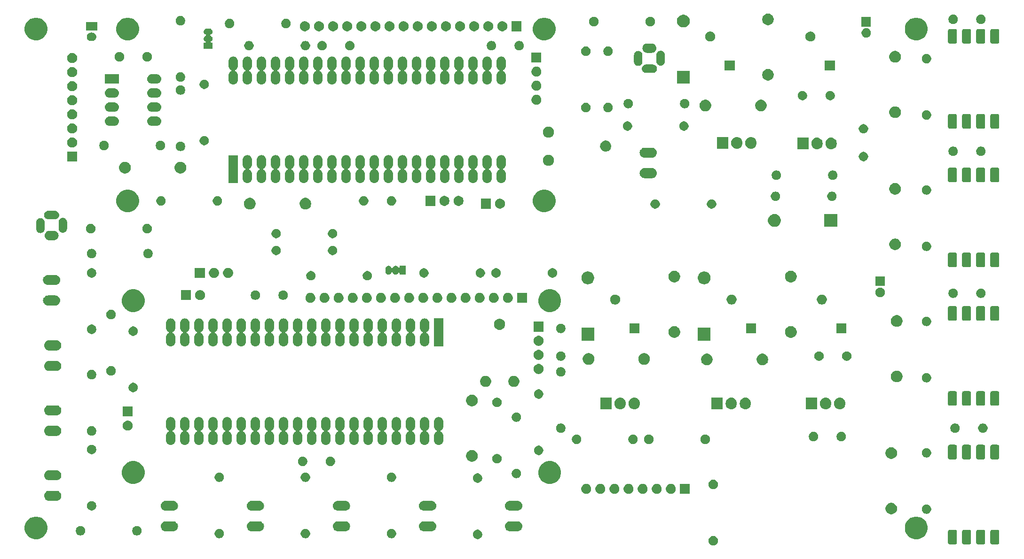
<source format=gbr>
G04 #@! TF.GenerationSoftware,KiCad,Pcbnew,(5.1.5-0-10_14)*
G04 #@! TF.CreationDate,2020-04-27T06:18:58+02:00*
G04 #@! TF.ProjectId,Main_Board_v1,4d61696e-5f42-46f6-9172-645f76312e6b,rev?*
G04 #@! TF.SameCoordinates,Original*
G04 #@! TF.FileFunction,Soldermask,Top*
G04 #@! TF.FilePolarity,Negative*
%FSLAX46Y46*%
G04 Gerber Fmt 4.6, Leading zero omitted, Abs format (unit mm)*
G04 Created by KiCad (PCBNEW (5.1.5-0-10_14)) date 2020-04-27 06:18:58*
%MOMM*%
%LPD*%
G04 APERTURE LIST*
%ADD10C,0.100000*%
G04 APERTURE END LIST*
D10*
G36*
X153556082Y-128351086D02*
G01*
X153710954Y-128415236D01*
X153850335Y-128508368D01*
X153968869Y-128626902D01*
X154062001Y-128766283D01*
X154126151Y-128921155D01*
X154158854Y-129085567D01*
X154158854Y-129253199D01*
X154126151Y-129417611D01*
X154062001Y-129572483D01*
X153968869Y-129711864D01*
X153850335Y-129830398D01*
X153710954Y-129923530D01*
X153556082Y-129987680D01*
X153391670Y-130020383D01*
X153224038Y-130020383D01*
X153059626Y-129987680D01*
X152904754Y-129923530D01*
X152765373Y-129830398D01*
X152646839Y-129711864D01*
X152553707Y-129572483D01*
X152489557Y-129417611D01*
X152456854Y-129253199D01*
X152456854Y-129085567D01*
X152489557Y-128921155D01*
X152553707Y-128766283D01*
X152646839Y-128626902D01*
X152765373Y-128508368D01*
X152904754Y-128415236D01*
X153059626Y-128351086D01*
X153224038Y-128318383D01*
X153391670Y-128318383D01*
X153556082Y-128351086D01*
G37*
G36*
X204545847Y-127190086D02*
G01*
X204610265Y-127209627D01*
X204669635Y-127241361D01*
X204721671Y-127284066D01*
X204764376Y-127336102D01*
X204796110Y-127395472D01*
X204815651Y-127459890D01*
X204822854Y-127533023D01*
X204822854Y-129474743D01*
X204815651Y-129547876D01*
X204796110Y-129612294D01*
X204764376Y-129671664D01*
X204721671Y-129723700D01*
X204669635Y-129766405D01*
X204610265Y-129798139D01*
X204545847Y-129817680D01*
X204472714Y-129824883D01*
X203546994Y-129824883D01*
X203473861Y-129817680D01*
X203409443Y-129798139D01*
X203350073Y-129766405D01*
X203298037Y-129723700D01*
X203255332Y-129671664D01*
X203223598Y-129612294D01*
X203204057Y-129547876D01*
X203196854Y-129474743D01*
X203196854Y-127533023D01*
X203204057Y-127459890D01*
X203223598Y-127395472D01*
X203255332Y-127336102D01*
X203298037Y-127284066D01*
X203350073Y-127241361D01*
X203409443Y-127209627D01*
X203473861Y-127190086D01*
X203546994Y-127182883D01*
X204472714Y-127182883D01*
X204545847Y-127190086D01*
G37*
G36*
X202005847Y-127190086D02*
G01*
X202070265Y-127209627D01*
X202129635Y-127241361D01*
X202181671Y-127284066D01*
X202224376Y-127336102D01*
X202256110Y-127395472D01*
X202275651Y-127459890D01*
X202282854Y-127533023D01*
X202282854Y-129474743D01*
X202275651Y-129547876D01*
X202256110Y-129612294D01*
X202224376Y-129671664D01*
X202181671Y-129723700D01*
X202129635Y-129766405D01*
X202070265Y-129798139D01*
X202005847Y-129817680D01*
X201932714Y-129824883D01*
X201006994Y-129824883D01*
X200933861Y-129817680D01*
X200869443Y-129798139D01*
X200810073Y-129766405D01*
X200758037Y-129723700D01*
X200715332Y-129671664D01*
X200683598Y-129612294D01*
X200664057Y-129547876D01*
X200656854Y-129474743D01*
X200656854Y-127533023D01*
X200664057Y-127459890D01*
X200683598Y-127395472D01*
X200715332Y-127336102D01*
X200758037Y-127284066D01*
X200810073Y-127241361D01*
X200869443Y-127209627D01*
X200933861Y-127190086D01*
X201006994Y-127182883D01*
X201932714Y-127182883D01*
X202005847Y-127190086D01*
G37*
G36*
X199465847Y-127190086D02*
G01*
X199530265Y-127209627D01*
X199589635Y-127241361D01*
X199641671Y-127284066D01*
X199684376Y-127336102D01*
X199716110Y-127395472D01*
X199735651Y-127459890D01*
X199742854Y-127533023D01*
X199742854Y-129474743D01*
X199735651Y-129547876D01*
X199716110Y-129612294D01*
X199684376Y-129671664D01*
X199641671Y-129723700D01*
X199589635Y-129766405D01*
X199530265Y-129798139D01*
X199465847Y-129817680D01*
X199392714Y-129824883D01*
X198466994Y-129824883D01*
X198393861Y-129817680D01*
X198329443Y-129798139D01*
X198270073Y-129766405D01*
X198218037Y-129723700D01*
X198175332Y-129671664D01*
X198143598Y-129612294D01*
X198124057Y-129547876D01*
X198116854Y-129474743D01*
X198116854Y-127533023D01*
X198124057Y-127459890D01*
X198143598Y-127395472D01*
X198175332Y-127336102D01*
X198218037Y-127284066D01*
X198270073Y-127241361D01*
X198329443Y-127209627D01*
X198393861Y-127190086D01*
X198466994Y-127182883D01*
X199392714Y-127182883D01*
X199465847Y-127190086D01*
G37*
G36*
X196925847Y-127190086D02*
G01*
X196990265Y-127209627D01*
X197049635Y-127241361D01*
X197101671Y-127284066D01*
X197144376Y-127336102D01*
X197176110Y-127395472D01*
X197195651Y-127459890D01*
X197202854Y-127533023D01*
X197202854Y-129474743D01*
X197195651Y-129547876D01*
X197176110Y-129612294D01*
X197144376Y-129671664D01*
X197101671Y-129723700D01*
X197049635Y-129766405D01*
X196990265Y-129798139D01*
X196925847Y-129817680D01*
X196852714Y-129824883D01*
X195926994Y-129824883D01*
X195853861Y-129817680D01*
X195789443Y-129798139D01*
X195730073Y-129766405D01*
X195678037Y-129723700D01*
X195635332Y-129671664D01*
X195603598Y-129612294D01*
X195584057Y-129547876D01*
X195576854Y-129474743D01*
X195576854Y-127533023D01*
X195584057Y-127459890D01*
X195603598Y-127395472D01*
X195635332Y-127336102D01*
X195678037Y-127284066D01*
X195730073Y-127241361D01*
X195789443Y-127209627D01*
X195853861Y-127190086D01*
X195926994Y-127182883D01*
X196852714Y-127182883D01*
X196925847Y-127190086D01*
G37*
G36*
X190456108Y-124897201D02*
G01*
X190829365Y-125051809D01*
X190829367Y-125051810D01*
X191165290Y-125276267D01*
X191450970Y-125561947D01*
X191621127Y-125816604D01*
X191675428Y-125897872D01*
X191830036Y-126271129D01*
X191908854Y-126667376D01*
X191908854Y-127071390D01*
X191830036Y-127467637D01*
X191698345Y-127785567D01*
X191675427Y-127840896D01*
X191450970Y-128176819D01*
X191165290Y-128462499D01*
X190829367Y-128686956D01*
X190829366Y-128686957D01*
X190829365Y-128686957D01*
X190456108Y-128841565D01*
X190059861Y-128920383D01*
X189655847Y-128920383D01*
X189259600Y-128841565D01*
X188886343Y-128686957D01*
X188886342Y-128686957D01*
X188886341Y-128686956D01*
X188550418Y-128462499D01*
X188264738Y-128176819D01*
X188040281Y-127840896D01*
X188017363Y-127785567D01*
X187885672Y-127467637D01*
X187806854Y-127071390D01*
X187806854Y-126667376D01*
X187885672Y-126271129D01*
X188040280Y-125897872D01*
X188094582Y-125816604D01*
X188264738Y-125561947D01*
X188550418Y-125276267D01*
X188886341Y-125051810D01*
X188886343Y-125051809D01*
X189259600Y-124897201D01*
X189655847Y-124818383D01*
X190059861Y-124818383D01*
X190456108Y-124897201D01*
G37*
G36*
X31956108Y-124897201D02*
G01*
X32329365Y-125051809D01*
X32329367Y-125051810D01*
X32665290Y-125276267D01*
X32950970Y-125561947D01*
X33121127Y-125816604D01*
X33175428Y-125897872D01*
X33330036Y-126271129D01*
X33408854Y-126667376D01*
X33408854Y-127071390D01*
X33330036Y-127467637D01*
X33198345Y-127785567D01*
X33175427Y-127840896D01*
X32950970Y-128176819D01*
X32665290Y-128462499D01*
X32329367Y-128686956D01*
X32329366Y-128686957D01*
X32329365Y-128686957D01*
X31956108Y-128841565D01*
X31559861Y-128920383D01*
X31155847Y-128920383D01*
X30759600Y-128841565D01*
X30386343Y-128686957D01*
X30386342Y-128686957D01*
X30386341Y-128686956D01*
X30050418Y-128462499D01*
X29764738Y-128176819D01*
X29540281Y-127840896D01*
X29517363Y-127785567D01*
X29385672Y-127467637D01*
X29306854Y-127071390D01*
X29306854Y-126667376D01*
X29385672Y-126271129D01*
X29540280Y-125897872D01*
X29594582Y-125816604D01*
X29764738Y-125561947D01*
X30050418Y-125276267D01*
X30386341Y-125051810D01*
X30386343Y-125051809D01*
X30759600Y-124897201D01*
X31155847Y-124818383D01*
X31559861Y-124818383D01*
X31956108Y-124897201D01*
G37*
G36*
X111106082Y-127211086D02*
G01*
X111260954Y-127275236D01*
X111400335Y-127368368D01*
X111518869Y-127486902D01*
X111612001Y-127626283D01*
X111676151Y-127781155D01*
X111708854Y-127945567D01*
X111708854Y-128113199D01*
X111676151Y-128277611D01*
X111612001Y-128432483D01*
X111518869Y-128571864D01*
X111400335Y-128690398D01*
X111260954Y-128783530D01*
X111106082Y-128847680D01*
X110941670Y-128880383D01*
X110774038Y-128880383D01*
X110609626Y-128847680D01*
X110454754Y-128783530D01*
X110315373Y-128690398D01*
X110196839Y-128571864D01*
X110103707Y-128432483D01*
X110039557Y-128277611D01*
X110006854Y-128113199D01*
X110006854Y-127945567D01*
X110039557Y-127781155D01*
X110103707Y-127626283D01*
X110196839Y-127486902D01*
X110315373Y-127368368D01*
X110454754Y-127275236D01*
X110609626Y-127211086D01*
X110774038Y-127178383D01*
X110941670Y-127178383D01*
X111106082Y-127211086D01*
G37*
G36*
X95606082Y-127051086D02*
G01*
X95760954Y-127115236D01*
X95900335Y-127208368D01*
X96018869Y-127326902D01*
X96112001Y-127466283D01*
X96176151Y-127621155D01*
X96208854Y-127785567D01*
X96208854Y-127953199D01*
X96176151Y-128117611D01*
X96112001Y-128272483D01*
X96018869Y-128411864D01*
X95900335Y-128530398D01*
X95760954Y-128623530D01*
X95606082Y-128687680D01*
X95441670Y-128720383D01*
X95274038Y-128720383D01*
X95109626Y-128687680D01*
X94954754Y-128623530D01*
X94815373Y-128530398D01*
X94696839Y-128411864D01*
X94603707Y-128272483D01*
X94539557Y-128117611D01*
X94506854Y-127953199D01*
X94506854Y-127785567D01*
X94539557Y-127621155D01*
X94603707Y-127466283D01*
X94696839Y-127326902D01*
X94815373Y-127208368D01*
X94954754Y-127115236D01*
X95109626Y-127051086D01*
X95274038Y-127018383D01*
X95441670Y-127018383D01*
X95606082Y-127051086D01*
G37*
G36*
X80106082Y-127051086D02*
G01*
X80260954Y-127115236D01*
X80400335Y-127208368D01*
X80518869Y-127326902D01*
X80612001Y-127466283D01*
X80676151Y-127621155D01*
X80708854Y-127785567D01*
X80708854Y-127953199D01*
X80676151Y-128117611D01*
X80612001Y-128272483D01*
X80518869Y-128411864D01*
X80400335Y-128530398D01*
X80260954Y-128623530D01*
X80106082Y-128687680D01*
X79941670Y-128720383D01*
X79774038Y-128720383D01*
X79609626Y-128687680D01*
X79454754Y-128623530D01*
X79315373Y-128530398D01*
X79196839Y-128411864D01*
X79103707Y-128272483D01*
X79039557Y-128117611D01*
X79006854Y-127953199D01*
X79006854Y-127785567D01*
X79039557Y-127621155D01*
X79103707Y-127466283D01*
X79196839Y-127326902D01*
X79315373Y-127208368D01*
X79454754Y-127115236D01*
X79609626Y-127051086D01*
X79774038Y-127018383D01*
X79941670Y-127018383D01*
X80106082Y-127051086D01*
G37*
G36*
X64606082Y-127051086D02*
G01*
X64760954Y-127115236D01*
X64900335Y-127208368D01*
X65018869Y-127326902D01*
X65112001Y-127466283D01*
X65176151Y-127621155D01*
X65208854Y-127785567D01*
X65208854Y-127953199D01*
X65176151Y-128117611D01*
X65112001Y-128272483D01*
X65018869Y-128411864D01*
X64900335Y-128530398D01*
X64760954Y-128623530D01*
X64606082Y-128687680D01*
X64441670Y-128720383D01*
X64274038Y-128720383D01*
X64109626Y-128687680D01*
X63954754Y-128623530D01*
X63815373Y-128530398D01*
X63696839Y-128411864D01*
X63603707Y-128272483D01*
X63539557Y-128117611D01*
X63506854Y-127953199D01*
X63506854Y-127785567D01*
X63539557Y-127621155D01*
X63603707Y-127466283D01*
X63696839Y-127326902D01*
X63815373Y-127208368D01*
X63954754Y-127115236D01*
X64109626Y-127051086D01*
X64274038Y-127018383D01*
X64441670Y-127018383D01*
X64606082Y-127051086D01*
G37*
G36*
X49766082Y-126551086D02*
G01*
X49920954Y-126615236D01*
X50060335Y-126708368D01*
X50178869Y-126826902D01*
X50272001Y-126966283D01*
X50336151Y-127121155D01*
X50368854Y-127285567D01*
X50368854Y-127453199D01*
X50336151Y-127617611D01*
X50272001Y-127772483D01*
X50178869Y-127911864D01*
X50060335Y-128030398D01*
X49920954Y-128123530D01*
X49766082Y-128187680D01*
X49601670Y-128220383D01*
X49434038Y-128220383D01*
X49269626Y-128187680D01*
X49114754Y-128123530D01*
X48975373Y-128030398D01*
X48856839Y-127911864D01*
X48763707Y-127772483D01*
X48699557Y-127617611D01*
X48666854Y-127453199D01*
X48666854Y-127285567D01*
X48699557Y-127121155D01*
X48763707Y-126966283D01*
X48856839Y-126826902D01*
X48975373Y-126708368D01*
X49114754Y-126615236D01*
X49269626Y-126551086D01*
X49434038Y-126518383D01*
X49601670Y-126518383D01*
X49766082Y-126551086D01*
G37*
G36*
X39606082Y-126551086D02*
G01*
X39760954Y-126615236D01*
X39900335Y-126708368D01*
X40018869Y-126826902D01*
X40112001Y-126966283D01*
X40176151Y-127121155D01*
X40208854Y-127285567D01*
X40208854Y-127453199D01*
X40176151Y-127617611D01*
X40112001Y-127772483D01*
X40018869Y-127911864D01*
X39900335Y-128030398D01*
X39760954Y-128123530D01*
X39606082Y-128187680D01*
X39441670Y-128220383D01*
X39274038Y-128220383D01*
X39109626Y-128187680D01*
X38954754Y-128123530D01*
X38815373Y-128030398D01*
X38696839Y-127911864D01*
X38603707Y-127772483D01*
X38539557Y-127617611D01*
X38506854Y-127453199D01*
X38506854Y-127285567D01*
X38539557Y-127121155D01*
X38603707Y-126966283D01*
X38696839Y-126826902D01*
X38815373Y-126708368D01*
X38954754Y-126615236D01*
X39109626Y-126551086D01*
X39274038Y-126518383D01*
X39441670Y-126518383D01*
X39606082Y-126551086D01*
G37*
G36*
X71618296Y-125674901D02*
G01*
X71684481Y-125681420D01*
X71854320Y-125732940D01*
X72010845Y-125816605D01*
X72046583Y-125845935D01*
X72148040Y-125929197D01*
X72231302Y-126030654D01*
X72260632Y-126066392D01*
X72344297Y-126222917D01*
X72395817Y-126392756D01*
X72413213Y-126569383D01*
X72395817Y-126746010D01*
X72344297Y-126915849D01*
X72260632Y-127072374D01*
X72231302Y-127108112D01*
X72148040Y-127209569D01*
X72046583Y-127292831D01*
X72010845Y-127322161D01*
X71854320Y-127405826D01*
X71684481Y-127457346D01*
X71618297Y-127463864D01*
X71552114Y-127470383D01*
X70163594Y-127470383D01*
X70097411Y-127463864D01*
X70031227Y-127457346D01*
X69861388Y-127405826D01*
X69704863Y-127322161D01*
X69669125Y-127292831D01*
X69567668Y-127209569D01*
X69484406Y-127108112D01*
X69455076Y-127072374D01*
X69371411Y-126915849D01*
X69319891Y-126746010D01*
X69302495Y-126569383D01*
X69319891Y-126392756D01*
X69371411Y-126222917D01*
X69455076Y-126066392D01*
X69484406Y-126030654D01*
X69567668Y-125929197D01*
X69669125Y-125845935D01*
X69704863Y-125816605D01*
X69861388Y-125732940D01*
X70031227Y-125681420D01*
X70097412Y-125674901D01*
X70163594Y-125668383D01*
X71552114Y-125668383D01*
X71618296Y-125674901D01*
G37*
G36*
X102618296Y-125674901D02*
G01*
X102684481Y-125681420D01*
X102854320Y-125732940D01*
X103010845Y-125816605D01*
X103046583Y-125845935D01*
X103148040Y-125929197D01*
X103231302Y-126030654D01*
X103260632Y-126066392D01*
X103344297Y-126222917D01*
X103395817Y-126392756D01*
X103413213Y-126569383D01*
X103395817Y-126746010D01*
X103344297Y-126915849D01*
X103260632Y-127072374D01*
X103231302Y-127108112D01*
X103148040Y-127209569D01*
X103046583Y-127292831D01*
X103010845Y-127322161D01*
X102854320Y-127405826D01*
X102684481Y-127457346D01*
X102618297Y-127463864D01*
X102552114Y-127470383D01*
X101163594Y-127470383D01*
X101097411Y-127463864D01*
X101031227Y-127457346D01*
X100861388Y-127405826D01*
X100704863Y-127322161D01*
X100669125Y-127292831D01*
X100567668Y-127209569D01*
X100484406Y-127108112D01*
X100455076Y-127072374D01*
X100371411Y-126915849D01*
X100319891Y-126746010D01*
X100302495Y-126569383D01*
X100319891Y-126392756D01*
X100371411Y-126222917D01*
X100455076Y-126066392D01*
X100484406Y-126030654D01*
X100567668Y-125929197D01*
X100669125Y-125845935D01*
X100704863Y-125816605D01*
X100861388Y-125732940D01*
X101031227Y-125681420D01*
X101097412Y-125674901D01*
X101163594Y-125668383D01*
X102552114Y-125668383D01*
X102618296Y-125674901D01*
G37*
G36*
X87118296Y-125674901D02*
G01*
X87184481Y-125681420D01*
X87354320Y-125732940D01*
X87510845Y-125816605D01*
X87546583Y-125845935D01*
X87648040Y-125929197D01*
X87731302Y-126030654D01*
X87760632Y-126066392D01*
X87844297Y-126222917D01*
X87895817Y-126392756D01*
X87913213Y-126569383D01*
X87895817Y-126746010D01*
X87844297Y-126915849D01*
X87760632Y-127072374D01*
X87731302Y-127108112D01*
X87648040Y-127209569D01*
X87546583Y-127292831D01*
X87510845Y-127322161D01*
X87354320Y-127405826D01*
X87184481Y-127457346D01*
X87118297Y-127463864D01*
X87052114Y-127470383D01*
X85663594Y-127470383D01*
X85597411Y-127463864D01*
X85531227Y-127457346D01*
X85361388Y-127405826D01*
X85204863Y-127322161D01*
X85169125Y-127292831D01*
X85067668Y-127209569D01*
X84984406Y-127108112D01*
X84955076Y-127072374D01*
X84871411Y-126915849D01*
X84819891Y-126746010D01*
X84802495Y-126569383D01*
X84819891Y-126392756D01*
X84871411Y-126222917D01*
X84955076Y-126066392D01*
X84984406Y-126030654D01*
X85067668Y-125929197D01*
X85169125Y-125845935D01*
X85204863Y-125816605D01*
X85361388Y-125732940D01*
X85531227Y-125681420D01*
X85597412Y-125674901D01*
X85663594Y-125668383D01*
X87052114Y-125668383D01*
X87118296Y-125674901D01*
G37*
G36*
X118118296Y-125674901D02*
G01*
X118184481Y-125681420D01*
X118354320Y-125732940D01*
X118510845Y-125816605D01*
X118546583Y-125845935D01*
X118648040Y-125929197D01*
X118731302Y-126030654D01*
X118760632Y-126066392D01*
X118844297Y-126222917D01*
X118895817Y-126392756D01*
X118913213Y-126569383D01*
X118895817Y-126746010D01*
X118844297Y-126915849D01*
X118760632Y-127072374D01*
X118731302Y-127108112D01*
X118648040Y-127209569D01*
X118546583Y-127292831D01*
X118510845Y-127322161D01*
X118354320Y-127405826D01*
X118184481Y-127457346D01*
X118118297Y-127463864D01*
X118052114Y-127470383D01*
X116663594Y-127470383D01*
X116597411Y-127463864D01*
X116531227Y-127457346D01*
X116361388Y-127405826D01*
X116204863Y-127322161D01*
X116169125Y-127292831D01*
X116067668Y-127209569D01*
X115984406Y-127108112D01*
X115955076Y-127072374D01*
X115871411Y-126915849D01*
X115819891Y-126746010D01*
X115802495Y-126569383D01*
X115819891Y-126392756D01*
X115871411Y-126222917D01*
X115955076Y-126066392D01*
X115984406Y-126030654D01*
X116067668Y-125929197D01*
X116169125Y-125845935D01*
X116204863Y-125816605D01*
X116361388Y-125732940D01*
X116531227Y-125681420D01*
X116597412Y-125674901D01*
X116663594Y-125668383D01*
X118052114Y-125668383D01*
X118118296Y-125674901D01*
G37*
G36*
X56118296Y-125674901D02*
G01*
X56184481Y-125681420D01*
X56354320Y-125732940D01*
X56510845Y-125816605D01*
X56546583Y-125845935D01*
X56648040Y-125929197D01*
X56731302Y-126030654D01*
X56760632Y-126066392D01*
X56844297Y-126222917D01*
X56895817Y-126392756D01*
X56913213Y-126569383D01*
X56895817Y-126746010D01*
X56844297Y-126915849D01*
X56760632Y-127072374D01*
X56731302Y-127108112D01*
X56648040Y-127209569D01*
X56546583Y-127292831D01*
X56510845Y-127322161D01*
X56354320Y-127405826D01*
X56184481Y-127457346D01*
X56118297Y-127463864D01*
X56052114Y-127470383D01*
X54663594Y-127470383D01*
X54597411Y-127463864D01*
X54531227Y-127457346D01*
X54361388Y-127405826D01*
X54204863Y-127322161D01*
X54169125Y-127292831D01*
X54067668Y-127209569D01*
X53984406Y-127108112D01*
X53955076Y-127072374D01*
X53871411Y-126915849D01*
X53819891Y-126746010D01*
X53802495Y-126569383D01*
X53819891Y-126392756D01*
X53871411Y-126222917D01*
X53955076Y-126066392D01*
X53984406Y-126030654D01*
X54067668Y-125929197D01*
X54169125Y-125845935D01*
X54204863Y-125816605D01*
X54361388Y-125732940D01*
X54531227Y-125681420D01*
X54597412Y-125674901D01*
X54663594Y-125668383D01*
X56052114Y-125668383D01*
X56118296Y-125674901D01*
G37*
G36*
X185664418Y-122358772D02*
G01*
X185855687Y-122437998D01*
X185855689Y-122437999D01*
X185898019Y-122466283D01*
X186027827Y-122553018D01*
X186174219Y-122699410D01*
X186289239Y-122871550D01*
X186368465Y-123062819D01*
X186408854Y-123265867D01*
X186408854Y-123472899D01*
X186368465Y-123675947D01*
X186329348Y-123770383D01*
X186289238Y-123867218D01*
X186174219Y-124039356D01*
X186027827Y-124185748D01*
X185855689Y-124300767D01*
X185855688Y-124300768D01*
X185855687Y-124300768D01*
X185664418Y-124379994D01*
X185461370Y-124420383D01*
X185254338Y-124420383D01*
X185051290Y-124379994D01*
X184860021Y-124300768D01*
X184860020Y-124300768D01*
X184860019Y-124300767D01*
X184687881Y-124185748D01*
X184541489Y-124039356D01*
X184426470Y-123867218D01*
X184386360Y-123770383D01*
X184347243Y-123675947D01*
X184306854Y-123472899D01*
X184306854Y-123265867D01*
X184347243Y-123062819D01*
X184426469Y-122871550D01*
X184541489Y-122699410D01*
X184687881Y-122553018D01*
X184817689Y-122466283D01*
X184860019Y-122437999D01*
X184860021Y-122437998D01*
X185051290Y-122358772D01*
X185254338Y-122318383D01*
X185461370Y-122318383D01*
X185664418Y-122358772D01*
G37*
G36*
X191956082Y-122651086D02*
G01*
X192110954Y-122715236D01*
X192250335Y-122808368D01*
X192368869Y-122926902D01*
X192462001Y-123066283D01*
X192526151Y-123221155D01*
X192558854Y-123385567D01*
X192558854Y-123553199D01*
X192526151Y-123717611D01*
X192462001Y-123872483D01*
X192368869Y-124011864D01*
X192250335Y-124130398D01*
X192110954Y-124223530D01*
X191956082Y-124287680D01*
X191791670Y-124320383D01*
X191624038Y-124320383D01*
X191459626Y-124287680D01*
X191304754Y-124223530D01*
X191165373Y-124130398D01*
X191046839Y-124011864D01*
X190953707Y-123872483D01*
X190889557Y-123717611D01*
X190856854Y-123553199D01*
X190856854Y-123385567D01*
X190889557Y-123221155D01*
X190953707Y-123066283D01*
X191046839Y-122926902D01*
X191165373Y-122808368D01*
X191304754Y-122715236D01*
X191459626Y-122651086D01*
X191624038Y-122618383D01*
X191791670Y-122618383D01*
X191956082Y-122651086D01*
G37*
G36*
X71618296Y-121974901D02*
G01*
X71684481Y-121981420D01*
X71854320Y-122032940D01*
X72010845Y-122116605D01*
X72046583Y-122145935D01*
X72148040Y-122229197D01*
X72221232Y-122318383D01*
X72260632Y-122366392D01*
X72344297Y-122522917D01*
X72395817Y-122692756D01*
X72413213Y-122869383D01*
X72395817Y-123046010D01*
X72344297Y-123215849D01*
X72260632Y-123372374D01*
X72231302Y-123408112D01*
X72148040Y-123509569D01*
X72046583Y-123592831D01*
X72010845Y-123622161D01*
X71854320Y-123705826D01*
X71684481Y-123757346D01*
X71618297Y-123763864D01*
X71552114Y-123770383D01*
X70163594Y-123770383D01*
X70097411Y-123763864D01*
X70031227Y-123757346D01*
X69861388Y-123705826D01*
X69704863Y-123622161D01*
X69669125Y-123592831D01*
X69567668Y-123509569D01*
X69484406Y-123408112D01*
X69455076Y-123372374D01*
X69371411Y-123215849D01*
X69319891Y-123046010D01*
X69302495Y-122869383D01*
X69319891Y-122692756D01*
X69371411Y-122522917D01*
X69455076Y-122366392D01*
X69494476Y-122318383D01*
X69567668Y-122229197D01*
X69669125Y-122145935D01*
X69704863Y-122116605D01*
X69861388Y-122032940D01*
X70031227Y-121981420D01*
X70097412Y-121974901D01*
X70163594Y-121968383D01*
X71552114Y-121968383D01*
X71618296Y-121974901D01*
G37*
G36*
X102618296Y-121974901D02*
G01*
X102684481Y-121981420D01*
X102854320Y-122032940D01*
X103010845Y-122116605D01*
X103046583Y-122145935D01*
X103148040Y-122229197D01*
X103221232Y-122318383D01*
X103260632Y-122366392D01*
X103344297Y-122522917D01*
X103395817Y-122692756D01*
X103413213Y-122869383D01*
X103395817Y-123046010D01*
X103344297Y-123215849D01*
X103260632Y-123372374D01*
X103231302Y-123408112D01*
X103148040Y-123509569D01*
X103046583Y-123592831D01*
X103010845Y-123622161D01*
X102854320Y-123705826D01*
X102684481Y-123757346D01*
X102618297Y-123763864D01*
X102552114Y-123770383D01*
X101163594Y-123770383D01*
X101097411Y-123763864D01*
X101031227Y-123757346D01*
X100861388Y-123705826D01*
X100704863Y-123622161D01*
X100669125Y-123592831D01*
X100567668Y-123509569D01*
X100484406Y-123408112D01*
X100455076Y-123372374D01*
X100371411Y-123215849D01*
X100319891Y-123046010D01*
X100302495Y-122869383D01*
X100319891Y-122692756D01*
X100371411Y-122522917D01*
X100455076Y-122366392D01*
X100494476Y-122318383D01*
X100567668Y-122229197D01*
X100669125Y-122145935D01*
X100704863Y-122116605D01*
X100861388Y-122032940D01*
X101031227Y-121981420D01*
X101097412Y-121974901D01*
X101163594Y-121968383D01*
X102552114Y-121968383D01*
X102618296Y-121974901D01*
G37*
G36*
X87118296Y-121974901D02*
G01*
X87184481Y-121981420D01*
X87354320Y-122032940D01*
X87510845Y-122116605D01*
X87546583Y-122145935D01*
X87648040Y-122229197D01*
X87721232Y-122318383D01*
X87760632Y-122366392D01*
X87844297Y-122522917D01*
X87895817Y-122692756D01*
X87913213Y-122869383D01*
X87895817Y-123046010D01*
X87844297Y-123215849D01*
X87760632Y-123372374D01*
X87731302Y-123408112D01*
X87648040Y-123509569D01*
X87546583Y-123592831D01*
X87510845Y-123622161D01*
X87354320Y-123705826D01*
X87184481Y-123757346D01*
X87118297Y-123763864D01*
X87052114Y-123770383D01*
X85663594Y-123770383D01*
X85597411Y-123763864D01*
X85531227Y-123757346D01*
X85361388Y-123705826D01*
X85204863Y-123622161D01*
X85169125Y-123592831D01*
X85067668Y-123509569D01*
X84984406Y-123408112D01*
X84955076Y-123372374D01*
X84871411Y-123215849D01*
X84819891Y-123046010D01*
X84802495Y-122869383D01*
X84819891Y-122692756D01*
X84871411Y-122522917D01*
X84955076Y-122366392D01*
X84994476Y-122318383D01*
X85067668Y-122229197D01*
X85169125Y-122145935D01*
X85204863Y-122116605D01*
X85361388Y-122032940D01*
X85531227Y-121981420D01*
X85597412Y-121974901D01*
X85663594Y-121968383D01*
X87052114Y-121968383D01*
X87118296Y-121974901D01*
G37*
G36*
X118118296Y-121974901D02*
G01*
X118184481Y-121981420D01*
X118354320Y-122032940D01*
X118510845Y-122116605D01*
X118546583Y-122145935D01*
X118648040Y-122229197D01*
X118721232Y-122318383D01*
X118760632Y-122366392D01*
X118844297Y-122522917D01*
X118895817Y-122692756D01*
X118913213Y-122869383D01*
X118895817Y-123046010D01*
X118844297Y-123215849D01*
X118760632Y-123372374D01*
X118731302Y-123408112D01*
X118648040Y-123509569D01*
X118546583Y-123592831D01*
X118510845Y-123622161D01*
X118354320Y-123705826D01*
X118184481Y-123757346D01*
X118118297Y-123763864D01*
X118052114Y-123770383D01*
X116663594Y-123770383D01*
X116597411Y-123763864D01*
X116531227Y-123757346D01*
X116361388Y-123705826D01*
X116204863Y-123622161D01*
X116169125Y-123592831D01*
X116067668Y-123509569D01*
X115984406Y-123408112D01*
X115955076Y-123372374D01*
X115871411Y-123215849D01*
X115819891Y-123046010D01*
X115802495Y-122869383D01*
X115819891Y-122692756D01*
X115871411Y-122522917D01*
X115955076Y-122366392D01*
X115994476Y-122318383D01*
X116067668Y-122229197D01*
X116169125Y-122145935D01*
X116204863Y-122116605D01*
X116361388Y-122032940D01*
X116531227Y-121981420D01*
X116597412Y-121974901D01*
X116663594Y-121968383D01*
X118052114Y-121968383D01*
X118118296Y-121974901D01*
G37*
G36*
X56118296Y-121974901D02*
G01*
X56184481Y-121981420D01*
X56354320Y-122032940D01*
X56510845Y-122116605D01*
X56546583Y-122145935D01*
X56648040Y-122229197D01*
X56721232Y-122318383D01*
X56760632Y-122366392D01*
X56844297Y-122522917D01*
X56895817Y-122692756D01*
X56913213Y-122869383D01*
X56895817Y-123046010D01*
X56844297Y-123215849D01*
X56760632Y-123372374D01*
X56731302Y-123408112D01*
X56648040Y-123509569D01*
X56546583Y-123592831D01*
X56510845Y-123622161D01*
X56354320Y-123705826D01*
X56184481Y-123757346D01*
X56118297Y-123763864D01*
X56052114Y-123770383D01*
X54663594Y-123770383D01*
X54597411Y-123763864D01*
X54531227Y-123757346D01*
X54361388Y-123705826D01*
X54204863Y-123622161D01*
X54169125Y-123592831D01*
X54067668Y-123509569D01*
X53984406Y-123408112D01*
X53955076Y-123372374D01*
X53871411Y-123215849D01*
X53819891Y-123046010D01*
X53802495Y-122869383D01*
X53819891Y-122692756D01*
X53871411Y-122522917D01*
X53955076Y-122366392D01*
X53994476Y-122318383D01*
X54067668Y-122229197D01*
X54169125Y-122145935D01*
X54204863Y-122116605D01*
X54361388Y-122032940D01*
X54531227Y-121981420D01*
X54597412Y-121974901D01*
X54663594Y-121968383D01*
X56052114Y-121968383D01*
X56118296Y-121974901D01*
G37*
G36*
X41606082Y-122051086D02*
G01*
X41760954Y-122115236D01*
X41900335Y-122208368D01*
X42018869Y-122326902D01*
X42112001Y-122466283D01*
X42176151Y-122621155D01*
X42208854Y-122785567D01*
X42208854Y-122953199D01*
X42176151Y-123117611D01*
X42112001Y-123272483D01*
X42018869Y-123411864D01*
X41900335Y-123530398D01*
X41760954Y-123623530D01*
X41606082Y-123687680D01*
X41441670Y-123720383D01*
X41274038Y-123720383D01*
X41109626Y-123687680D01*
X40954754Y-123623530D01*
X40815373Y-123530398D01*
X40696839Y-123411864D01*
X40603707Y-123272483D01*
X40539557Y-123117611D01*
X40506854Y-122953199D01*
X40506854Y-122785567D01*
X40539557Y-122621155D01*
X40603707Y-122466283D01*
X40696839Y-122326902D01*
X40815373Y-122208368D01*
X40954754Y-122115236D01*
X41109626Y-122051086D01*
X41274038Y-122018383D01*
X41441670Y-122018383D01*
X41606082Y-122051086D01*
G37*
G36*
X35118297Y-120174902D02*
G01*
X35184481Y-120181420D01*
X35354320Y-120232940D01*
X35510845Y-120316605D01*
X35546583Y-120345935D01*
X35648040Y-120429197D01*
X35721931Y-120519235D01*
X35760632Y-120566392D01*
X35760633Y-120566394D01*
X35824436Y-120685759D01*
X35844297Y-120722917D01*
X35895817Y-120892756D01*
X35913213Y-121069383D01*
X35895817Y-121246010D01*
X35844297Y-121415849D01*
X35760632Y-121572374D01*
X35731302Y-121608112D01*
X35648040Y-121709569D01*
X35546583Y-121792831D01*
X35510845Y-121822161D01*
X35354320Y-121905826D01*
X35184481Y-121957346D01*
X35118296Y-121963865D01*
X35052114Y-121970383D01*
X33663594Y-121970383D01*
X33597412Y-121963865D01*
X33531227Y-121957346D01*
X33361388Y-121905826D01*
X33204863Y-121822161D01*
X33169125Y-121792831D01*
X33067668Y-121709569D01*
X32984406Y-121608112D01*
X32955076Y-121572374D01*
X32871411Y-121415849D01*
X32819891Y-121246010D01*
X32802495Y-121069383D01*
X32819891Y-120892756D01*
X32871411Y-120722917D01*
X32891273Y-120685759D01*
X32955075Y-120566394D01*
X32955076Y-120566392D01*
X32993777Y-120519235D01*
X33067668Y-120429197D01*
X33169125Y-120345935D01*
X33204863Y-120316605D01*
X33361388Y-120232940D01*
X33531227Y-120181420D01*
X33597411Y-120174902D01*
X33663594Y-120168383D01*
X35052114Y-120168383D01*
X35118297Y-120174902D01*
G37*
G36*
X138161366Y-118923310D02*
G01*
X138310666Y-118953007D01*
X138474638Y-119020927D01*
X138622208Y-119119530D01*
X138747707Y-119245029D01*
X138846310Y-119392599D01*
X138914230Y-119556571D01*
X138948854Y-119730642D01*
X138948854Y-119908124D01*
X138914230Y-120082195D01*
X138846310Y-120246167D01*
X138747707Y-120393737D01*
X138622208Y-120519236D01*
X138474638Y-120617839D01*
X138310666Y-120685759D01*
X138161366Y-120715456D01*
X138136596Y-120720383D01*
X137959112Y-120720383D01*
X137934342Y-120715456D01*
X137785042Y-120685759D01*
X137621070Y-120617839D01*
X137473500Y-120519236D01*
X137348001Y-120393737D01*
X137249398Y-120246167D01*
X137181478Y-120082195D01*
X137146854Y-119908124D01*
X137146854Y-119730642D01*
X137181478Y-119556571D01*
X137249398Y-119392599D01*
X137348001Y-119245029D01*
X137473500Y-119119530D01*
X137621070Y-119020927D01*
X137785042Y-118953007D01*
X137934342Y-118923310D01*
X137959112Y-118918383D01*
X138136596Y-118918383D01*
X138161366Y-118923310D01*
G37*
G36*
X133081366Y-118923310D02*
G01*
X133230666Y-118953007D01*
X133394638Y-119020927D01*
X133542208Y-119119530D01*
X133667707Y-119245029D01*
X133766310Y-119392599D01*
X133834230Y-119556571D01*
X133868854Y-119730642D01*
X133868854Y-119908124D01*
X133834230Y-120082195D01*
X133766310Y-120246167D01*
X133667707Y-120393737D01*
X133542208Y-120519236D01*
X133394638Y-120617839D01*
X133230666Y-120685759D01*
X133081366Y-120715456D01*
X133056596Y-120720383D01*
X132879112Y-120720383D01*
X132854342Y-120715456D01*
X132705042Y-120685759D01*
X132541070Y-120617839D01*
X132393500Y-120519236D01*
X132268001Y-120393737D01*
X132169398Y-120246167D01*
X132101478Y-120082195D01*
X132066854Y-119908124D01*
X132066854Y-119730642D01*
X132101478Y-119556571D01*
X132169398Y-119392599D01*
X132268001Y-119245029D01*
X132393500Y-119119530D01*
X132541070Y-119020927D01*
X132705042Y-118953007D01*
X132854342Y-118923310D01*
X132879112Y-118918383D01*
X133056596Y-118918383D01*
X133081366Y-118923310D01*
G37*
G36*
X140701366Y-118923310D02*
G01*
X140850666Y-118953007D01*
X141014638Y-119020927D01*
X141162208Y-119119530D01*
X141287707Y-119245029D01*
X141386310Y-119392599D01*
X141454230Y-119556571D01*
X141488854Y-119730642D01*
X141488854Y-119908124D01*
X141454230Y-120082195D01*
X141386310Y-120246167D01*
X141287707Y-120393737D01*
X141162208Y-120519236D01*
X141014638Y-120617839D01*
X140850666Y-120685759D01*
X140701366Y-120715456D01*
X140676596Y-120720383D01*
X140499112Y-120720383D01*
X140474342Y-120715456D01*
X140325042Y-120685759D01*
X140161070Y-120617839D01*
X140013500Y-120519236D01*
X139888001Y-120393737D01*
X139789398Y-120246167D01*
X139721478Y-120082195D01*
X139686854Y-119908124D01*
X139686854Y-119730642D01*
X139721478Y-119556571D01*
X139789398Y-119392599D01*
X139888001Y-119245029D01*
X140013500Y-119119530D01*
X140161070Y-119020927D01*
X140325042Y-118953007D01*
X140474342Y-118923310D01*
X140499112Y-118918383D01*
X140676596Y-118918383D01*
X140701366Y-118923310D01*
G37*
G36*
X143241366Y-118923310D02*
G01*
X143390666Y-118953007D01*
X143554638Y-119020927D01*
X143702208Y-119119530D01*
X143827707Y-119245029D01*
X143926310Y-119392599D01*
X143994230Y-119556571D01*
X144028854Y-119730642D01*
X144028854Y-119908124D01*
X143994230Y-120082195D01*
X143926310Y-120246167D01*
X143827707Y-120393737D01*
X143702208Y-120519236D01*
X143554638Y-120617839D01*
X143390666Y-120685759D01*
X143241366Y-120715456D01*
X143216596Y-120720383D01*
X143039112Y-120720383D01*
X143014342Y-120715456D01*
X142865042Y-120685759D01*
X142701070Y-120617839D01*
X142553500Y-120519236D01*
X142428001Y-120393737D01*
X142329398Y-120246167D01*
X142261478Y-120082195D01*
X142226854Y-119908124D01*
X142226854Y-119730642D01*
X142261478Y-119556571D01*
X142329398Y-119392599D01*
X142428001Y-119245029D01*
X142553500Y-119119530D01*
X142701070Y-119020927D01*
X142865042Y-118953007D01*
X143014342Y-118923310D01*
X143039112Y-118918383D01*
X143216596Y-118918383D01*
X143241366Y-118923310D01*
G37*
G36*
X145781366Y-118923310D02*
G01*
X145930666Y-118953007D01*
X146094638Y-119020927D01*
X146242208Y-119119530D01*
X146367707Y-119245029D01*
X146466310Y-119392599D01*
X146534230Y-119556571D01*
X146568854Y-119730642D01*
X146568854Y-119908124D01*
X146534230Y-120082195D01*
X146466310Y-120246167D01*
X146367707Y-120393737D01*
X146242208Y-120519236D01*
X146094638Y-120617839D01*
X145930666Y-120685759D01*
X145781366Y-120715456D01*
X145756596Y-120720383D01*
X145579112Y-120720383D01*
X145554342Y-120715456D01*
X145405042Y-120685759D01*
X145241070Y-120617839D01*
X145093500Y-120519236D01*
X144968001Y-120393737D01*
X144869398Y-120246167D01*
X144801478Y-120082195D01*
X144766854Y-119908124D01*
X144766854Y-119730642D01*
X144801478Y-119556571D01*
X144869398Y-119392599D01*
X144968001Y-119245029D01*
X145093500Y-119119530D01*
X145241070Y-119020927D01*
X145405042Y-118953007D01*
X145554342Y-118923310D01*
X145579112Y-118918383D01*
X145756596Y-118918383D01*
X145781366Y-118923310D01*
G37*
G36*
X149108854Y-120720383D02*
G01*
X147306854Y-120720383D01*
X147306854Y-118918383D01*
X149108854Y-118918383D01*
X149108854Y-120720383D01*
G37*
G36*
X135621366Y-118923310D02*
G01*
X135770666Y-118953007D01*
X135934638Y-119020927D01*
X136082208Y-119119530D01*
X136207707Y-119245029D01*
X136306310Y-119392599D01*
X136374230Y-119556571D01*
X136408854Y-119730642D01*
X136408854Y-119908124D01*
X136374230Y-120082195D01*
X136306310Y-120246167D01*
X136207707Y-120393737D01*
X136082208Y-120519236D01*
X135934638Y-120617839D01*
X135770666Y-120685759D01*
X135621366Y-120715456D01*
X135596596Y-120720383D01*
X135419112Y-120720383D01*
X135394342Y-120715456D01*
X135245042Y-120685759D01*
X135081070Y-120617839D01*
X134933500Y-120519236D01*
X134808001Y-120393737D01*
X134709398Y-120246167D01*
X134641478Y-120082195D01*
X134606854Y-119908124D01*
X134606854Y-119730642D01*
X134641478Y-119556571D01*
X134709398Y-119392599D01*
X134808001Y-119245029D01*
X134933500Y-119119530D01*
X135081070Y-119020927D01*
X135245042Y-118953007D01*
X135394342Y-118923310D01*
X135419112Y-118918383D01*
X135596596Y-118918383D01*
X135621366Y-118923310D01*
G37*
G36*
X130541366Y-118923310D02*
G01*
X130690666Y-118953007D01*
X130854638Y-119020927D01*
X131002208Y-119119530D01*
X131127707Y-119245029D01*
X131226310Y-119392599D01*
X131294230Y-119556571D01*
X131328854Y-119730642D01*
X131328854Y-119908124D01*
X131294230Y-120082195D01*
X131226310Y-120246167D01*
X131127707Y-120393737D01*
X131002208Y-120519236D01*
X130854638Y-120617839D01*
X130690666Y-120685759D01*
X130541366Y-120715456D01*
X130516596Y-120720383D01*
X130339112Y-120720383D01*
X130314342Y-120715456D01*
X130165042Y-120685759D01*
X130001070Y-120617839D01*
X129853500Y-120519236D01*
X129728001Y-120393737D01*
X129629398Y-120246167D01*
X129561478Y-120082195D01*
X129526854Y-119908124D01*
X129526854Y-119730642D01*
X129561478Y-119556571D01*
X129629398Y-119392599D01*
X129728001Y-119245029D01*
X129853500Y-119119530D01*
X130001070Y-119020927D01*
X130165042Y-118953007D01*
X130314342Y-118923310D01*
X130339112Y-118918383D01*
X130516596Y-118918383D01*
X130541366Y-118923310D01*
G37*
G36*
X153556082Y-118191086D02*
G01*
X153710954Y-118255236D01*
X153850335Y-118348368D01*
X153968869Y-118466902D01*
X154062001Y-118606283D01*
X154126151Y-118761155D01*
X154158854Y-118925567D01*
X154158854Y-119093199D01*
X154126151Y-119257611D01*
X154062001Y-119412483D01*
X153968869Y-119551864D01*
X153850335Y-119670398D01*
X153710954Y-119763530D01*
X153556082Y-119827680D01*
X153391670Y-119860383D01*
X153224038Y-119860383D01*
X153059626Y-119827680D01*
X152904754Y-119763530D01*
X152765373Y-119670398D01*
X152646839Y-119551864D01*
X152553707Y-119412483D01*
X152489557Y-119257611D01*
X152456854Y-119093199D01*
X152456854Y-118925567D01*
X152489557Y-118761155D01*
X152553707Y-118606283D01*
X152646839Y-118466902D01*
X152765373Y-118348368D01*
X152904754Y-118255236D01*
X153059626Y-118191086D01*
X153224038Y-118158383D01*
X153391670Y-118158383D01*
X153556082Y-118191086D01*
G37*
G36*
X49456108Y-114897201D02*
G01*
X49777674Y-115030398D01*
X49829367Y-115051810D01*
X50165290Y-115276267D01*
X50450970Y-115561947D01*
X50492119Y-115623530D01*
X50675428Y-115897872D01*
X50830036Y-116271129D01*
X50908854Y-116667376D01*
X50908854Y-117071390D01*
X50830036Y-117467637D01*
X50698345Y-117785567D01*
X50675427Y-117840896D01*
X50450970Y-118176819D01*
X50165290Y-118462499D01*
X49829367Y-118686956D01*
X49829366Y-118686957D01*
X49829365Y-118686957D01*
X49456108Y-118841565D01*
X49059861Y-118920383D01*
X48655847Y-118920383D01*
X48259600Y-118841565D01*
X47886343Y-118686957D01*
X47886342Y-118686957D01*
X47886341Y-118686956D01*
X47550418Y-118462499D01*
X47264738Y-118176819D01*
X47040281Y-117840896D01*
X47017363Y-117785567D01*
X46885672Y-117467637D01*
X46806854Y-117071390D01*
X46806854Y-116667376D01*
X46885672Y-116271129D01*
X47040280Y-115897872D01*
X47223590Y-115623530D01*
X47264738Y-115561947D01*
X47550418Y-115276267D01*
X47886341Y-115051810D01*
X47938034Y-115030398D01*
X48259600Y-114897201D01*
X48655847Y-114818383D01*
X49059861Y-114818383D01*
X49456108Y-114897201D01*
G37*
G36*
X124456108Y-114897201D02*
G01*
X124777674Y-115030398D01*
X124829367Y-115051810D01*
X125165290Y-115276267D01*
X125450970Y-115561947D01*
X125492119Y-115623530D01*
X125675428Y-115897872D01*
X125830036Y-116271129D01*
X125908854Y-116667376D01*
X125908854Y-117071390D01*
X125830036Y-117467637D01*
X125698345Y-117785567D01*
X125675427Y-117840896D01*
X125450970Y-118176819D01*
X125165290Y-118462499D01*
X124829367Y-118686956D01*
X124829366Y-118686957D01*
X124829365Y-118686957D01*
X124456108Y-118841565D01*
X124059861Y-118920383D01*
X123655847Y-118920383D01*
X123259600Y-118841565D01*
X122886343Y-118686957D01*
X122886342Y-118686957D01*
X122886341Y-118686956D01*
X122550418Y-118462499D01*
X122264738Y-118176819D01*
X122040281Y-117840896D01*
X122017363Y-117785567D01*
X121885672Y-117467637D01*
X121806854Y-117071390D01*
X121806854Y-116667376D01*
X121885672Y-116271129D01*
X122040280Y-115897872D01*
X122223590Y-115623530D01*
X122264738Y-115561947D01*
X122550418Y-115276267D01*
X122886341Y-115051810D01*
X122938034Y-115030398D01*
X123259600Y-114897201D01*
X123655847Y-114818383D01*
X124059861Y-114818383D01*
X124456108Y-114897201D01*
G37*
G36*
X111106082Y-117051086D02*
G01*
X111260954Y-117115236D01*
X111400335Y-117208368D01*
X111518869Y-117326902D01*
X111612001Y-117466283D01*
X111676151Y-117621155D01*
X111708854Y-117785567D01*
X111708854Y-117953199D01*
X111676151Y-118117611D01*
X111612001Y-118272483D01*
X111518869Y-118411864D01*
X111400335Y-118530398D01*
X111260954Y-118623530D01*
X111106082Y-118687680D01*
X110941670Y-118720383D01*
X110774038Y-118720383D01*
X110609626Y-118687680D01*
X110454754Y-118623530D01*
X110315373Y-118530398D01*
X110196839Y-118411864D01*
X110103707Y-118272483D01*
X110039557Y-118117611D01*
X110006854Y-117953199D01*
X110006854Y-117785567D01*
X110039557Y-117621155D01*
X110103707Y-117466283D01*
X110196839Y-117326902D01*
X110315373Y-117208368D01*
X110454754Y-117115236D01*
X110609626Y-117051086D01*
X110774038Y-117018383D01*
X110941670Y-117018383D01*
X111106082Y-117051086D01*
G37*
G36*
X80106082Y-116891086D02*
G01*
X80260954Y-116955236D01*
X80400335Y-117048368D01*
X80518869Y-117166902D01*
X80612001Y-117306283D01*
X80676151Y-117461155D01*
X80708854Y-117625567D01*
X80708854Y-117793199D01*
X80676151Y-117957611D01*
X80612001Y-118112483D01*
X80518869Y-118251864D01*
X80400335Y-118370398D01*
X80260954Y-118463530D01*
X80106082Y-118527680D01*
X79941670Y-118560383D01*
X79774038Y-118560383D01*
X79609626Y-118527680D01*
X79454754Y-118463530D01*
X79315373Y-118370398D01*
X79196839Y-118251864D01*
X79103707Y-118112483D01*
X79039557Y-117957611D01*
X79006854Y-117793199D01*
X79006854Y-117625567D01*
X79039557Y-117461155D01*
X79103707Y-117306283D01*
X79196839Y-117166902D01*
X79315373Y-117048368D01*
X79454754Y-116955236D01*
X79609626Y-116891086D01*
X79774038Y-116858383D01*
X79941670Y-116858383D01*
X80106082Y-116891086D01*
G37*
G36*
X95606082Y-116891086D02*
G01*
X95760954Y-116955236D01*
X95900335Y-117048368D01*
X96018869Y-117166902D01*
X96112001Y-117306283D01*
X96176151Y-117461155D01*
X96208854Y-117625567D01*
X96208854Y-117793199D01*
X96176151Y-117957611D01*
X96112001Y-118112483D01*
X96018869Y-118251864D01*
X95900335Y-118370398D01*
X95760954Y-118463530D01*
X95606082Y-118527680D01*
X95441670Y-118560383D01*
X95274038Y-118560383D01*
X95109626Y-118527680D01*
X94954754Y-118463530D01*
X94815373Y-118370398D01*
X94696839Y-118251864D01*
X94603707Y-118112483D01*
X94539557Y-117957611D01*
X94506854Y-117793199D01*
X94506854Y-117625567D01*
X94539557Y-117461155D01*
X94603707Y-117306283D01*
X94696839Y-117166902D01*
X94815373Y-117048368D01*
X94954754Y-116955236D01*
X95109626Y-116891086D01*
X95274038Y-116858383D01*
X95441670Y-116858383D01*
X95606082Y-116891086D01*
G37*
G36*
X64606082Y-116891086D02*
G01*
X64760954Y-116955236D01*
X64900335Y-117048368D01*
X65018869Y-117166902D01*
X65112001Y-117306283D01*
X65176151Y-117461155D01*
X65208854Y-117625567D01*
X65208854Y-117793199D01*
X65176151Y-117957611D01*
X65112001Y-118112483D01*
X65018869Y-118251864D01*
X64900335Y-118370398D01*
X64760954Y-118463530D01*
X64606082Y-118527680D01*
X64441670Y-118560383D01*
X64274038Y-118560383D01*
X64109626Y-118527680D01*
X63954754Y-118463530D01*
X63815373Y-118370398D01*
X63696839Y-118251864D01*
X63603707Y-118112483D01*
X63539557Y-117957611D01*
X63506854Y-117793199D01*
X63506854Y-117625567D01*
X63539557Y-117461155D01*
X63603707Y-117306283D01*
X63696839Y-117166902D01*
X63815373Y-117048368D01*
X63954754Y-116955236D01*
X64109626Y-116891086D01*
X64274038Y-116858383D01*
X64441670Y-116858383D01*
X64606082Y-116891086D01*
G37*
G36*
X35118297Y-116474902D02*
G01*
X35184481Y-116481420D01*
X35354320Y-116532940D01*
X35510845Y-116616605D01*
X35522641Y-116626286D01*
X35648040Y-116729197D01*
X35731302Y-116830654D01*
X35760632Y-116866392D01*
X35844297Y-117022917D01*
X35895817Y-117192756D01*
X35913213Y-117369383D01*
X35895817Y-117546010D01*
X35844297Y-117715849D01*
X35760632Y-117872374D01*
X35754059Y-117880383D01*
X35648040Y-118009569D01*
X35546583Y-118092831D01*
X35510845Y-118122161D01*
X35354320Y-118205826D01*
X35184481Y-118257346D01*
X35118297Y-118263864D01*
X35052114Y-118270383D01*
X33663594Y-118270383D01*
X33597411Y-118263864D01*
X33531227Y-118257346D01*
X33361388Y-118205826D01*
X33204863Y-118122161D01*
X33169125Y-118092831D01*
X33067668Y-118009569D01*
X32961649Y-117880383D01*
X32955076Y-117872374D01*
X32871411Y-117715849D01*
X32819891Y-117546010D01*
X32802495Y-117369383D01*
X32819891Y-117192756D01*
X32871411Y-117022917D01*
X32955076Y-116866392D01*
X32984406Y-116830654D01*
X33067668Y-116729197D01*
X33193067Y-116626286D01*
X33204863Y-116616605D01*
X33361388Y-116532940D01*
X33531227Y-116481420D01*
X33597411Y-116474902D01*
X33663594Y-116468383D01*
X35052114Y-116468383D01*
X35118297Y-116474902D01*
G37*
G36*
X118106082Y-116211086D02*
G01*
X118260954Y-116275236D01*
X118400335Y-116368368D01*
X118518869Y-116486902D01*
X118612001Y-116626283D01*
X118676151Y-116781155D01*
X118708854Y-116945567D01*
X118708854Y-117113199D01*
X118676151Y-117277611D01*
X118612001Y-117432483D01*
X118518869Y-117571864D01*
X118400335Y-117690398D01*
X118260954Y-117783530D01*
X118106082Y-117847680D01*
X117941670Y-117880383D01*
X117774038Y-117880383D01*
X117609626Y-117847680D01*
X117454754Y-117783530D01*
X117315373Y-117690398D01*
X117196839Y-117571864D01*
X117103707Y-117432483D01*
X117039557Y-117277611D01*
X117006854Y-117113199D01*
X117006854Y-116945567D01*
X117039557Y-116781155D01*
X117103707Y-116626283D01*
X117196839Y-116486902D01*
X117315373Y-116368368D01*
X117454754Y-116275236D01*
X117609626Y-116211086D01*
X117774038Y-116178383D01*
X117941670Y-116178383D01*
X118106082Y-116211086D01*
G37*
G36*
X79606082Y-114051086D02*
G01*
X79760954Y-114115236D01*
X79900335Y-114208368D01*
X80018869Y-114326902D01*
X80112001Y-114466283D01*
X80176151Y-114621155D01*
X80208854Y-114785567D01*
X80208854Y-114953199D01*
X80176151Y-115117611D01*
X80112001Y-115272483D01*
X80018869Y-115411864D01*
X79900335Y-115530398D01*
X79760954Y-115623530D01*
X79606082Y-115687680D01*
X79441670Y-115720383D01*
X79274038Y-115720383D01*
X79109626Y-115687680D01*
X78954754Y-115623530D01*
X78815373Y-115530398D01*
X78696839Y-115411864D01*
X78603707Y-115272483D01*
X78539557Y-115117611D01*
X78506854Y-114953199D01*
X78506854Y-114785567D01*
X78539557Y-114621155D01*
X78603707Y-114466283D01*
X78696839Y-114326902D01*
X78815373Y-114208368D01*
X78954754Y-114115236D01*
X79109626Y-114051086D01*
X79274038Y-114018383D01*
X79441670Y-114018383D01*
X79606082Y-114051086D01*
G37*
G36*
X84606082Y-114051086D02*
G01*
X84760954Y-114115236D01*
X84900335Y-114208368D01*
X85018869Y-114326902D01*
X85112001Y-114466283D01*
X85176151Y-114621155D01*
X85208854Y-114785567D01*
X85208854Y-114953199D01*
X85176151Y-115117611D01*
X85112001Y-115272483D01*
X85018869Y-115411864D01*
X84900335Y-115530398D01*
X84760954Y-115623530D01*
X84606082Y-115687680D01*
X84441670Y-115720383D01*
X84274038Y-115720383D01*
X84109626Y-115687680D01*
X83954754Y-115623530D01*
X83815373Y-115530398D01*
X83696839Y-115411864D01*
X83603707Y-115272483D01*
X83539557Y-115117611D01*
X83506854Y-114953199D01*
X83506854Y-114785567D01*
X83539557Y-114621155D01*
X83603707Y-114466283D01*
X83696839Y-114326902D01*
X83815373Y-114208368D01*
X83954754Y-114115236D01*
X84109626Y-114051086D01*
X84274038Y-114018383D01*
X84441670Y-114018383D01*
X84606082Y-114051086D01*
G37*
G36*
X114606082Y-113551086D02*
G01*
X114760954Y-113615236D01*
X114900335Y-113708368D01*
X115018869Y-113826902D01*
X115112001Y-113966283D01*
X115176151Y-114121155D01*
X115208854Y-114285567D01*
X115208854Y-114453199D01*
X115176151Y-114617611D01*
X115112001Y-114772483D01*
X115018869Y-114911864D01*
X114900335Y-115030398D01*
X114760954Y-115123530D01*
X114606082Y-115187680D01*
X114441670Y-115220383D01*
X114274038Y-115220383D01*
X114109626Y-115187680D01*
X113954754Y-115123530D01*
X113815373Y-115030398D01*
X113696839Y-114911864D01*
X113603707Y-114772483D01*
X113539557Y-114617611D01*
X113506854Y-114453199D01*
X113506854Y-114285567D01*
X113539557Y-114121155D01*
X113603707Y-113966283D01*
X113696839Y-113826902D01*
X113815373Y-113708368D01*
X113954754Y-113615236D01*
X114109626Y-113551086D01*
X114274038Y-113518383D01*
X114441670Y-113518383D01*
X114606082Y-113551086D01*
G37*
G36*
X110164418Y-112858772D02*
G01*
X110355687Y-112937998D01*
X110355689Y-112937999D01*
X110527827Y-113053018D01*
X110674219Y-113199410D01*
X110788470Y-113370398D01*
X110789239Y-113371550D01*
X110868465Y-113562819D01*
X110908854Y-113765867D01*
X110908854Y-113972899D01*
X110868465Y-114175947D01*
X110805937Y-114326903D01*
X110789238Y-114367218D01*
X110674219Y-114539356D01*
X110527827Y-114685748D01*
X110355689Y-114800767D01*
X110355688Y-114800768D01*
X110355687Y-114800768D01*
X110164418Y-114879994D01*
X109961370Y-114920383D01*
X109754338Y-114920383D01*
X109551290Y-114879994D01*
X109360021Y-114800768D01*
X109360020Y-114800768D01*
X109360019Y-114800767D01*
X109187881Y-114685748D01*
X109041489Y-114539356D01*
X108926470Y-114367218D01*
X108909771Y-114326903D01*
X108847243Y-114175947D01*
X108806854Y-113972899D01*
X108806854Y-113765867D01*
X108847243Y-113562819D01*
X108926469Y-113371550D01*
X108927239Y-113370398D01*
X109041489Y-113199410D01*
X109187881Y-113053018D01*
X109360019Y-112937999D01*
X109360021Y-112937998D01*
X109551290Y-112858772D01*
X109754338Y-112818383D01*
X109961370Y-112818383D01*
X110164418Y-112858772D01*
G37*
G36*
X196925847Y-111856086D02*
G01*
X196990265Y-111875627D01*
X197049635Y-111907361D01*
X197101671Y-111950066D01*
X197144376Y-112002102D01*
X197176110Y-112061472D01*
X197195651Y-112125890D01*
X197202854Y-112199023D01*
X197202854Y-114140743D01*
X197195651Y-114213876D01*
X197176110Y-114278294D01*
X197144376Y-114337664D01*
X197101671Y-114389700D01*
X197049635Y-114432405D01*
X196990265Y-114464139D01*
X196925847Y-114483680D01*
X196852714Y-114490883D01*
X195926994Y-114490883D01*
X195853861Y-114483680D01*
X195789443Y-114464139D01*
X195730073Y-114432405D01*
X195678037Y-114389700D01*
X195635332Y-114337664D01*
X195603598Y-114278294D01*
X195584057Y-114213876D01*
X195576854Y-114140743D01*
X195576854Y-112199023D01*
X195584057Y-112125890D01*
X195603598Y-112061472D01*
X195635332Y-112002102D01*
X195678037Y-111950066D01*
X195730073Y-111907361D01*
X195789443Y-111875627D01*
X195853861Y-111856086D01*
X195926994Y-111848883D01*
X196852714Y-111848883D01*
X196925847Y-111856086D01*
G37*
G36*
X199465847Y-111856086D02*
G01*
X199530265Y-111875627D01*
X199589635Y-111907361D01*
X199641671Y-111950066D01*
X199684376Y-112002102D01*
X199716110Y-112061472D01*
X199735651Y-112125890D01*
X199742854Y-112199023D01*
X199742854Y-114140743D01*
X199735651Y-114213876D01*
X199716110Y-114278294D01*
X199684376Y-114337664D01*
X199641671Y-114389700D01*
X199589635Y-114432405D01*
X199530265Y-114464139D01*
X199465847Y-114483680D01*
X199392714Y-114490883D01*
X198466994Y-114490883D01*
X198393861Y-114483680D01*
X198329443Y-114464139D01*
X198270073Y-114432405D01*
X198218037Y-114389700D01*
X198175332Y-114337664D01*
X198143598Y-114278294D01*
X198124057Y-114213876D01*
X198116854Y-114140743D01*
X198116854Y-112199023D01*
X198124057Y-112125890D01*
X198143598Y-112061472D01*
X198175332Y-112002102D01*
X198218037Y-111950066D01*
X198270073Y-111907361D01*
X198329443Y-111875627D01*
X198393861Y-111856086D01*
X198466994Y-111848883D01*
X199392714Y-111848883D01*
X199465847Y-111856086D01*
G37*
G36*
X202005847Y-111856086D02*
G01*
X202070265Y-111875627D01*
X202129635Y-111907361D01*
X202181671Y-111950066D01*
X202224376Y-112002102D01*
X202256110Y-112061472D01*
X202275651Y-112125890D01*
X202282854Y-112199023D01*
X202282854Y-114140743D01*
X202275651Y-114213876D01*
X202256110Y-114278294D01*
X202224376Y-114337664D01*
X202181671Y-114389700D01*
X202129635Y-114432405D01*
X202070265Y-114464139D01*
X202005847Y-114483680D01*
X201932714Y-114490883D01*
X201006994Y-114490883D01*
X200933861Y-114483680D01*
X200869443Y-114464139D01*
X200810073Y-114432405D01*
X200758037Y-114389700D01*
X200715332Y-114337664D01*
X200683598Y-114278294D01*
X200664057Y-114213876D01*
X200656854Y-114140743D01*
X200656854Y-112199023D01*
X200664057Y-112125890D01*
X200683598Y-112061472D01*
X200715332Y-112002102D01*
X200758037Y-111950066D01*
X200810073Y-111907361D01*
X200869443Y-111875627D01*
X200933861Y-111856086D01*
X201006994Y-111848883D01*
X201932714Y-111848883D01*
X202005847Y-111856086D01*
G37*
G36*
X204545847Y-111856086D02*
G01*
X204610265Y-111875627D01*
X204669635Y-111907361D01*
X204721671Y-111950066D01*
X204764376Y-112002102D01*
X204796110Y-112061472D01*
X204815651Y-112125890D01*
X204822854Y-112199023D01*
X204822854Y-114140743D01*
X204815651Y-114213876D01*
X204796110Y-114278294D01*
X204764376Y-114337664D01*
X204721671Y-114389700D01*
X204669635Y-114432405D01*
X204610265Y-114464139D01*
X204545847Y-114483680D01*
X204472714Y-114490883D01*
X203546994Y-114490883D01*
X203473861Y-114483680D01*
X203409443Y-114464139D01*
X203350073Y-114432405D01*
X203298037Y-114389700D01*
X203255332Y-114337664D01*
X203223598Y-114278294D01*
X203204057Y-114213876D01*
X203196854Y-114140743D01*
X203196854Y-112199023D01*
X203204057Y-112125890D01*
X203223598Y-112061472D01*
X203255332Y-112002102D01*
X203298037Y-111950066D01*
X203350073Y-111907361D01*
X203409443Y-111875627D01*
X203473861Y-111856086D01*
X203546994Y-111848883D01*
X204472714Y-111848883D01*
X204545847Y-111856086D01*
G37*
G36*
X185664418Y-112358772D02*
G01*
X185855687Y-112437998D01*
X185855689Y-112437999D01*
X185890344Y-112461155D01*
X186027827Y-112553018D01*
X186174219Y-112699410D01*
X186289239Y-112871550D01*
X186368465Y-113062819D01*
X186408854Y-113265867D01*
X186408854Y-113472899D01*
X186368465Y-113675947D01*
X186305937Y-113826903D01*
X186289238Y-113867218D01*
X186174219Y-114039356D01*
X186027827Y-114185748D01*
X185855689Y-114300767D01*
X185855688Y-114300768D01*
X185855687Y-114300768D01*
X185664418Y-114379994D01*
X185461370Y-114420383D01*
X185254338Y-114420383D01*
X185051290Y-114379994D01*
X184860021Y-114300768D01*
X184860020Y-114300768D01*
X184860019Y-114300767D01*
X184687881Y-114185748D01*
X184541489Y-114039356D01*
X184426470Y-113867218D01*
X184409771Y-113826903D01*
X184347243Y-113675947D01*
X184306854Y-113472899D01*
X184306854Y-113265867D01*
X184347243Y-113062819D01*
X184426469Y-112871550D01*
X184541489Y-112699410D01*
X184687881Y-112553018D01*
X184825364Y-112461155D01*
X184860019Y-112437999D01*
X184860021Y-112437998D01*
X185051290Y-112358772D01*
X185254338Y-112318383D01*
X185461370Y-112318383D01*
X185664418Y-112358772D01*
G37*
G36*
X191956082Y-112491086D02*
G01*
X192110954Y-112555236D01*
X192250335Y-112648368D01*
X192368869Y-112766902D01*
X192462001Y-112906283D01*
X192526151Y-113061155D01*
X192558854Y-113225567D01*
X192558854Y-113393199D01*
X192526151Y-113557611D01*
X192462001Y-113712483D01*
X192368869Y-113851864D01*
X192250335Y-113970398D01*
X192110954Y-114063530D01*
X191956082Y-114127680D01*
X191791670Y-114160383D01*
X191624038Y-114160383D01*
X191459626Y-114127680D01*
X191304754Y-114063530D01*
X191165373Y-113970398D01*
X191046839Y-113851864D01*
X190953707Y-113712483D01*
X190889557Y-113557611D01*
X190856854Y-113393199D01*
X190856854Y-113225567D01*
X190889557Y-113061155D01*
X190953707Y-112906283D01*
X191046839Y-112766902D01*
X191165373Y-112648368D01*
X191304754Y-112555236D01*
X191459626Y-112491086D01*
X191624038Y-112458383D01*
X191791670Y-112458383D01*
X191956082Y-112491086D01*
G37*
G36*
X122106082Y-112051086D02*
G01*
X122260954Y-112115236D01*
X122400335Y-112208368D01*
X122518869Y-112326902D01*
X122612001Y-112466283D01*
X122676151Y-112621155D01*
X122708854Y-112785567D01*
X122708854Y-112953199D01*
X122676151Y-113117611D01*
X122612001Y-113272483D01*
X122518869Y-113411864D01*
X122400335Y-113530398D01*
X122260954Y-113623530D01*
X122106082Y-113687680D01*
X121941670Y-113720383D01*
X121774038Y-113720383D01*
X121609626Y-113687680D01*
X121454754Y-113623530D01*
X121315373Y-113530398D01*
X121196839Y-113411864D01*
X121103707Y-113272483D01*
X121039557Y-113117611D01*
X121006854Y-112953199D01*
X121006854Y-112785567D01*
X121039557Y-112621155D01*
X121103707Y-112466283D01*
X121196839Y-112326902D01*
X121315373Y-112208368D01*
X121454754Y-112115236D01*
X121609626Y-112051086D01*
X121774038Y-112018383D01*
X121941670Y-112018383D01*
X122106082Y-112051086D01*
G37*
G36*
X41606082Y-111891086D02*
G01*
X41760954Y-111955236D01*
X41900335Y-112048368D01*
X42018869Y-112166902D01*
X42112001Y-112306283D01*
X42176151Y-112461155D01*
X42208854Y-112625567D01*
X42208854Y-112793199D01*
X42176151Y-112957611D01*
X42112001Y-113112483D01*
X42018869Y-113251864D01*
X41900335Y-113370398D01*
X41760954Y-113463530D01*
X41606082Y-113527680D01*
X41441670Y-113560383D01*
X41274038Y-113560383D01*
X41109626Y-113527680D01*
X40954754Y-113463530D01*
X40815373Y-113370398D01*
X40696839Y-113251864D01*
X40603707Y-113112483D01*
X40539557Y-112957611D01*
X40506854Y-112793199D01*
X40506854Y-112625567D01*
X40539557Y-112461155D01*
X40603707Y-112306283D01*
X40696839Y-112166902D01*
X40815373Y-112048368D01*
X40954754Y-111955236D01*
X41109626Y-111891086D01*
X41274038Y-111858383D01*
X41441670Y-111858383D01*
X41606082Y-111891086D01*
G37*
G36*
X68464677Y-106870696D02*
G01*
X68625096Y-106919359D01*
X68688404Y-106953198D01*
X68772932Y-106998379D01*
X68902513Y-107104724D01*
X69008858Y-107234305D01*
X69008859Y-107234307D01*
X69087878Y-107382141D01*
X69136541Y-107542561D01*
X69148854Y-107667580D01*
X69148854Y-108551187D01*
X69136541Y-108676206D01*
X69124258Y-108716697D01*
X69090828Y-108826902D01*
X69087878Y-108836625D01*
X69025568Y-108953198D01*
X69008858Y-108984461D01*
X68987556Y-109010417D01*
X68902513Y-109114042D01*
X68772930Y-109220388D01*
X68681714Y-109269144D01*
X68661340Y-109282757D01*
X68644013Y-109300084D01*
X68630399Y-109320459D01*
X68621021Y-109343098D01*
X68616241Y-109367131D01*
X68616241Y-109391635D01*
X68621021Y-109415668D01*
X68630399Y-109438307D01*
X68644012Y-109458681D01*
X68661339Y-109476008D01*
X68681714Y-109489622D01*
X68735522Y-109518383D01*
X68772932Y-109538379D01*
X68902513Y-109644724D01*
X69008858Y-109774305D01*
X69008859Y-109774307D01*
X69087878Y-109922141D01*
X69136541Y-110082561D01*
X69148854Y-110207580D01*
X69148854Y-111091187D01*
X69136541Y-111216206D01*
X69087878Y-111376625D01*
X69069042Y-111411864D01*
X69008858Y-111524461D01*
X68927554Y-111623530D01*
X68902513Y-111654042D01*
X68772931Y-111760388D01*
X68625095Y-111839407D01*
X68464676Y-111888070D01*
X68297854Y-111904500D01*
X68131031Y-111888070D01*
X67970612Y-111839407D01*
X67822778Y-111760388D01*
X67822776Y-111760387D01*
X67693195Y-111654042D01*
X67668154Y-111623530D01*
X67586849Y-111524460D01*
X67507830Y-111376624D01*
X67459167Y-111216205D01*
X67446854Y-111091186D01*
X67446854Y-110207580D01*
X67459168Y-110082560D01*
X67507831Y-109922141D01*
X67586850Y-109774307D01*
X67586851Y-109774305D01*
X67693196Y-109644724D01*
X67822777Y-109538379D01*
X67831890Y-109533508D01*
X67913994Y-109489622D01*
X67934369Y-109476008D01*
X67951696Y-109458681D01*
X67965309Y-109438307D01*
X67974687Y-109415668D01*
X67979467Y-109391635D01*
X67979467Y-109367131D01*
X67974686Y-109343097D01*
X67965309Y-109320459D01*
X67951695Y-109300084D01*
X67934368Y-109282757D01*
X67913994Y-109269144D01*
X67822778Y-109220388D01*
X67822776Y-109220387D01*
X67693195Y-109114042D01*
X67608152Y-109010417D01*
X67586849Y-108984460D01*
X67507830Y-108836624D01*
X67459167Y-108676205D01*
X67446854Y-108551186D01*
X67446854Y-107667580D01*
X67459168Y-107542560D01*
X67507831Y-107382141D01*
X67586850Y-107234307D01*
X67586851Y-107234305D01*
X67693196Y-107104724D01*
X67822777Y-106998379D01*
X67907305Y-106953198D01*
X67970613Y-106919359D01*
X68131032Y-106870696D01*
X68297854Y-106854266D01*
X68464677Y-106870696D01*
G37*
G36*
X65924677Y-106870696D02*
G01*
X66085096Y-106919359D01*
X66148404Y-106953198D01*
X66232932Y-106998379D01*
X66362513Y-107104724D01*
X66468858Y-107234305D01*
X66468859Y-107234307D01*
X66547878Y-107382141D01*
X66596541Y-107542561D01*
X66608854Y-107667580D01*
X66608854Y-108551187D01*
X66596541Y-108676206D01*
X66584258Y-108716697D01*
X66550828Y-108826902D01*
X66547878Y-108836625D01*
X66485568Y-108953198D01*
X66468858Y-108984461D01*
X66447556Y-109010417D01*
X66362513Y-109114042D01*
X66232930Y-109220388D01*
X66141714Y-109269144D01*
X66121340Y-109282757D01*
X66104013Y-109300084D01*
X66090399Y-109320459D01*
X66081021Y-109343098D01*
X66076241Y-109367131D01*
X66076241Y-109391635D01*
X66081021Y-109415668D01*
X66090399Y-109438307D01*
X66104012Y-109458681D01*
X66121339Y-109476008D01*
X66141714Y-109489622D01*
X66195522Y-109518383D01*
X66232932Y-109538379D01*
X66362513Y-109644724D01*
X66468858Y-109774305D01*
X66468859Y-109774307D01*
X66547878Y-109922141D01*
X66596541Y-110082561D01*
X66608854Y-110207580D01*
X66608854Y-111091187D01*
X66596541Y-111216206D01*
X66547878Y-111376625D01*
X66529042Y-111411864D01*
X66468858Y-111524461D01*
X66387554Y-111623530D01*
X66362513Y-111654042D01*
X66232931Y-111760388D01*
X66085095Y-111839407D01*
X65924676Y-111888070D01*
X65757854Y-111904500D01*
X65591031Y-111888070D01*
X65430612Y-111839407D01*
X65282778Y-111760388D01*
X65282776Y-111760387D01*
X65153195Y-111654042D01*
X65128154Y-111623530D01*
X65046849Y-111524460D01*
X64967830Y-111376624D01*
X64919167Y-111216205D01*
X64906854Y-111091186D01*
X64906854Y-110207580D01*
X64919168Y-110082560D01*
X64967831Y-109922141D01*
X65046850Y-109774307D01*
X65046851Y-109774305D01*
X65153196Y-109644724D01*
X65282777Y-109538379D01*
X65291890Y-109533508D01*
X65373994Y-109489622D01*
X65394369Y-109476008D01*
X65411696Y-109458681D01*
X65425309Y-109438307D01*
X65434687Y-109415668D01*
X65439467Y-109391635D01*
X65439467Y-109367131D01*
X65434686Y-109343097D01*
X65425309Y-109320459D01*
X65411695Y-109300084D01*
X65394368Y-109282757D01*
X65373994Y-109269144D01*
X65282778Y-109220388D01*
X65282776Y-109220387D01*
X65153195Y-109114042D01*
X65068152Y-109010417D01*
X65046849Y-108984460D01*
X64967830Y-108836624D01*
X64919167Y-108676205D01*
X64906854Y-108551186D01*
X64906854Y-107667580D01*
X64919168Y-107542560D01*
X64967831Y-107382141D01*
X65046850Y-107234307D01*
X65046851Y-107234305D01*
X65153196Y-107104724D01*
X65282777Y-106998379D01*
X65367305Y-106953198D01*
X65430613Y-106919359D01*
X65591032Y-106870696D01*
X65757854Y-106854266D01*
X65924677Y-106870696D01*
G37*
G36*
X63384677Y-106870696D02*
G01*
X63545096Y-106919359D01*
X63608404Y-106953198D01*
X63692932Y-106998379D01*
X63822513Y-107104724D01*
X63928858Y-107234305D01*
X63928859Y-107234307D01*
X64007878Y-107382141D01*
X64056541Y-107542561D01*
X64068854Y-107667580D01*
X64068854Y-108551187D01*
X64056541Y-108676206D01*
X64044258Y-108716697D01*
X64010828Y-108826902D01*
X64007878Y-108836625D01*
X63945568Y-108953198D01*
X63928858Y-108984461D01*
X63907556Y-109010417D01*
X63822513Y-109114042D01*
X63692930Y-109220388D01*
X63601714Y-109269144D01*
X63581340Y-109282757D01*
X63564013Y-109300084D01*
X63550399Y-109320459D01*
X63541021Y-109343098D01*
X63536241Y-109367131D01*
X63536241Y-109391635D01*
X63541021Y-109415668D01*
X63550399Y-109438307D01*
X63564012Y-109458681D01*
X63581339Y-109476008D01*
X63601714Y-109489622D01*
X63655522Y-109518383D01*
X63692932Y-109538379D01*
X63822513Y-109644724D01*
X63928858Y-109774305D01*
X63928859Y-109774307D01*
X64007878Y-109922141D01*
X64056541Y-110082561D01*
X64068854Y-110207580D01*
X64068854Y-111091187D01*
X64056541Y-111216206D01*
X64007878Y-111376625D01*
X63989042Y-111411864D01*
X63928858Y-111524461D01*
X63847554Y-111623530D01*
X63822513Y-111654042D01*
X63692931Y-111760388D01*
X63545095Y-111839407D01*
X63384676Y-111888070D01*
X63217854Y-111904500D01*
X63051031Y-111888070D01*
X62890612Y-111839407D01*
X62742778Y-111760388D01*
X62742776Y-111760387D01*
X62613195Y-111654042D01*
X62588154Y-111623530D01*
X62506849Y-111524460D01*
X62427830Y-111376624D01*
X62379167Y-111216205D01*
X62366854Y-111091186D01*
X62366854Y-110207580D01*
X62379168Y-110082560D01*
X62427831Y-109922141D01*
X62506850Y-109774307D01*
X62506851Y-109774305D01*
X62613196Y-109644724D01*
X62742777Y-109538379D01*
X62751890Y-109533508D01*
X62833994Y-109489622D01*
X62854369Y-109476008D01*
X62871696Y-109458681D01*
X62885309Y-109438307D01*
X62894687Y-109415668D01*
X62899467Y-109391635D01*
X62899467Y-109367131D01*
X62894686Y-109343097D01*
X62885309Y-109320459D01*
X62871695Y-109300084D01*
X62854368Y-109282757D01*
X62833994Y-109269144D01*
X62742778Y-109220388D01*
X62742776Y-109220387D01*
X62613195Y-109114042D01*
X62528152Y-109010417D01*
X62506849Y-108984460D01*
X62427830Y-108836624D01*
X62379167Y-108676205D01*
X62366854Y-108551186D01*
X62366854Y-107667580D01*
X62379168Y-107542560D01*
X62427831Y-107382141D01*
X62506850Y-107234307D01*
X62506851Y-107234305D01*
X62613196Y-107104724D01*
X62742777Y-106998379D01*
X62827305Y-106953198D01*
X62890613Y-106919359D01*
X63051032Y-106870696D01*
X63217854Y-106854266D01*
X63384677Y-106870696D01*
G37*
G36*
X60844677Y-106870696D02*
G01*
X61005096Y-106919359D01*
X61068404Y-106953198D01*
X61152932Y-106998379D01*
X61282513Y-107104724D01*
X61388858Y-107234305D01*
X61388859Y-107234307D01*
X61467878Y-107382141D01*
X61516541Y-107542561D01*
X61528854Y-107667580D01*
X61528854Y-108551187D01*
X61516541Y-108676206D01*
X61504258Y-108716697D01*
X61470828Y-108826902D01*
X61467878Y-108836625D01*
X61405568Y-108953198D01*
X61388858Y-108984461D01*
X61367556Y-109010417D01*
X61282513Y-109114042D01*
X61152930Y-109220388D01*
X61061714Y-109269144D01*
X61041340Y-109282757D01*
X61024013Y-109300084D01*
X61010399Y-109320459D01*
X61001021Y-109343098D01*
X60996241Y-109367131D01*
X60996241Y-109391635D01*
X61001021Y-109415668D01*
X61010399Y-109438307D01*
X61024012Y-109458681D01*
X61041339Y-109476008D01*
X61061714Y-109489622D01*
X61115522Y-109518383D01*
X61152932Y-109538379D01*
X61282513Y-109644724D01*
X61388858Y-109774305D01*
X61388859Y-109774307D01*
X61467878Y-109922141D01*
X61516541Y-110082561D01*
X61528854Y-110207580D01*
X61528854Y-111091187D01*
X61516541Y-111216206D01*
X61467878Y-111376625D01*
X61449042Y-111411864D01*
X61388858Y-111524461D01*
X61307554Y-111623530D01*
X61282513Y-111654042D01*
X61152931Y-111760388D01*
X61005095Y-111839407D01*
X60844676Y-111888070D01*
X60677854Y-111904500D01*
X60511031Y-111888070D01*
X60350612Y-111839407D01*
X60202778Y-111760388D01*
X60202776Y-111760387D01*
X60073195Y-111654042D01*
X60048154Y-111623530D01*
X59966849Y-111524460D01*
X59887830Y-111376624D01*
X59839167Y-111216205D01*
X59826854Y-111091186D01*
X59826854Y-110207580D01*
X59839168Y-110082560D01*
X59887831Y-109922141D01*
X59966850Y-109774307D01*
X59966851Y-109774305D01*
X60073196Y-109644724D01*
X60202777Y-109538379D01*
X60211890Y-109533508D01*
X60293994Y-109489622D01*
X60314369Y-109476008D01*
X60331696Y-109458681D01*
X60345309Y-109438307D01*
X60354687Y-109415668D01*
X60359467Y-109391635D01*
X60359467Y-109367131D01*
X60354686Y-109343097D01*
X60345309Y-109320459D01*
X60331695Y-109300084D01*
X60314368Y-109282757D01*
X60293994Y-109269144D01*
X60202778Y-109220388D01*
X60202776Y-109220387D01*
X60073195Y-109114042D01*
X59988152Y-109010417D01*
X59966849Y-108984460D01*
X59887830Y-108836624D01*
X59839167Y-108676205D01*
X59826854Y-108551186D01*
X59826854Y-107667580D01*
X59839168Y-107542560D01*
X59887831Y-107382141D01*
X59966850Y-107234307D01*
X59966851Y-107234305D01*
X60073196Y-107104724D01*
X60202777Y-106998379D01*
X60287305Y-106953198D01*
X60350613Y-106919359D01*
X60511032Y-106870696D01*
X60677854Y-106854266D01*
X60844677Y-106870696D01*
G37*
G36*
X58304677Y-106870696D02*
G01*
X58465096Y-106919359D01*
X58528404Y-106953198D01*
X58612932Y-106998379D01*
X58742513Y-107104724D01*
X58848858Y-107234305D01*
X58848859Y-107234307D01*
X58927878Y-107382141D01*
X58976541Y-107542561D01*
X58988854Y-107667580D01*
X58988854Y-108551187D01*
X58976541Y-108676206D01*
X58964258Y-108716697D01*
X58930828Y-108826902D01*
X58927878Y-108836625D01*
X58865568Y-108953198D01*
X58848858Y-108984461D01*
X58827556Y-109010417D01*
X58742513Y-109114042D01*
X58612930Y-109220388D01*
X58521714Y-109269144D01*
X58501340Y-109282757D01*
X58484013Y-109300084D01*
X58470399Y-109320459D01*
X58461021Y-109343098D01*
X58456241Y-109367131D01*
X58456241Y-109391635D01*
X58461021Y-109415668D01*
X58470399Y-109438307D01*
X58484012Y-109458681D01*
X58501339Y-109476008D01*
X58521714Y-109489622D01*
X58575522Y-109518383D01*
X58612932Y-109538379D01*
X58742513Y-109644724D01*
X58848858Y-109774305D01*
X58848859Y-109774307D01*
X58927878Y-109922141D01*
X58976541Y-110082561D01*
X58988854Y-110207580D01*
X58988854Y-111091187D01*
X58976541Y-111216206D01*
X58927878Y-111376625D01*
X58909042Y-111411864D01*
X58848858Y-111524461D01*
X58767554Y-111623530D01*
X58742513Y-111654042D01*
X58612931Y-111760388D01*
X58465095Y-111839407D01*
X58304676Y-111888070D01*
X58137854Y-111904500D01*
X57971031Y-111888070D01*
X57810612Y-111839407D01*
X57662778Y-111760388D01*
X57662776Y-111760387D01*
X57533195Y-111654042D01*
X57508154Y-111623530D01*
X57426849Y-111524460D01*
X57347830Y-111376624D01*
X57299167Y-111216205D01*
X57286854Y-111091186D01*
X57286854Y-110207580D01*
X57299168Y-110082560D01*
X57347831Y-109922141D01*
X57426850Y-109774307D01*
X57426851Y-109774305D01*
X57533196Y-109644724D01*
X57662777Y-109538379D01*
X57671890Y-109533508D01*
X57753994Y-109489622D01*
X57774369Y-109476008D01*
X57791696Y-109458681D01*
X57805309Y-109438307D01*
X57814687Y-109415668D01*
X57819467Y-109391635D01*
X57819467Y-109367131D01*
X57814686Y-109343097D01*
X57805309Y-109320459D01*
X57791695Y-109300084D01*
X57774368Y-109282757D01*
X57753994Y-109269144D01*
X57662778Y-109220388D01*
X57662776Y-109220387D01*
X57533195Y-109114042D01*
X57448152Y-109010417D01*
X57426849Y-108984460D01*
X57347830Y-108836624D01*
X57299167Y-108676205D01*
X57286854Y-108551186D01*
X57286854Y-107667580D01*
X57299168Y-107542560D01*
X57347831Y-107382141D01*
X57426850Y-107234307D01*
X57426851Y-107234305D01*
X57533196Y-107104724D01*
X57662777Y-106998379D01*
X57747305Y-106953198D01*
X57810613Y-106919359D01*
X57971032Y-106870696D01*
X58137854Y-106854266D01*
X58304677Y-106870696D01*
G37*
G36*
X55764677Y-106870696D02*
G01*
X55925096Y-106919359D01*
X55988404Y-106953198D01*
X56072932Y-106998379D01*
X56202513Y-107104724D01*
X56308858Y-107234305D01*
X56308859Y-107234307D01*
X56387878Y-107382141D01*
X56436541Y-107542561D01*
X56448854Y-107667580D01*
X56448854Y-108551187D01*
X56436541Y-108676206D01*
X56424258Y-108716697D01*
X56390828Y-108826902D01*
X56387878Y-108836625D01*
X56325568Y-108953198D01*
X56308858Y-108984461D01*
X56287556Y-109010417D01*
X56202513Y-109114042D01*
X56072930Y-109220388D01*
X55981714Y-109269144D01*
X55961340Y-109282757D01*
X55944013Y-109300084D01*
X55930399Y-109320459D01*
X55921021Y-109343098D01*
X55916241Y-109367131D01*
X55916241Y-109391635D01*
X55921021Y-109415668D01*
X55930399Y-109438307D01*
X55944012Y-109458681D01*
X55961339Y-109476008D01*
X55981714Y-109489622D01*
X56035522Y-109518383D01*
X56072932Y-109538379D01*
X56202513Y-109644724D01*
X56308858Y-109774305D01*
X56308859Y-109774307D01*
X56387878Y-109922141D01*
X56436541Y-110082561D01*
X56448854Y-110207580D01*
X56448854Y-111091187D01*
X56436541Y-111216206D01*
X56387878Y-111376625D01*
X56369042Y-111411864D01*
X56308858Y-111524461D01*
X56227554Y-111623530D01*
X56202513Y-111654042D01*
X56072931Y-111760388D01*
X55925095Y-111839407D01*
X55764676Y-111888070D01*
X55597854Y-111904500D01*
X55431031Y-111888070D01*
X55270612Y-111839407D01*
X55122778Y-111760388D01*
X55122776Y-111760387D01*
X54993195Y-111654042D01*
X54968154Y-111623530D01*
X54886849Y-111524460D01*
X54807830Y-111376624D01*
X54759167Y-111216205D01*
X54746854Y-111091186D01*
X54746854Y-110207580D01*
X54759168Y-110082560D01*
X54807831Y-109922141D01*
X54886850Y-109774307D01*
X54886851Y-109774305D01*
X54993196Y-109644724D01*
X55122777Y-109538379D01*
X55131890Y-109533508D01*
X55213994Y-109489622D01*
X55234369Y-109476008D01*
X55251696Y-109458681D01*
X55265309Y-109438307D01*
X55274687Y-109415668D01*
X55279467Y-109391635D01*
X55279467Y-109367131D01*
X55274686Y-109343097D01*
X55265309Y-109320459D01*
X55251695Y-109300084D01*
X55234368Y-109282757D01*
X55213994Y-109269144D01*
X55122778Y-109220388D01*
X55122776Y-109220387D01*
X54993195Y-109114042D01*
X54908152Y-109010417D01*
X54886849Y-108984460D01*
X54807830Y-108836624D01*
X54759167Y-108676205D01*
X54746854Y-108551186D01*
X54746854Y-107667580D01*
X54759168Y-107542560D01*
X54807831Y-107382141D01*
X54886850Y-107234307D01*
X54886851Y-107234305D01*
X54993196Y-107104724D01*
X55122777Y-106998379D01*
X55207305Y-106953198D01*
X55270613Y-106919359D01*
X55431032Y-106870696D01*
X55597854Y-106854266D01*
X55764677Y-106870696D01*
G37*
G36*
X81164677Y-106870696D02*
G01*
X81325096Y-106919359D01*
X81388404Y-106953198D01*
X81472932Y-106998379D01*
X81602513Y-107104724D01*
X81708858Y-107234305D01*
X81708859Y-107234307D01*
X81787878Y-107382141D01*
X81836541Y-107542561D01*
X81848854Y-107667580D01*
X81848854Y-108551187D01*
X81836541Y-108676206D01*
X81824258Y-108716697D01*
X81790828Y-108826902D01*
X81787878Y-108836625D01*
X81725568Y-108953198D01*
X81708858Y-108984461D01*
X81687556Y-109010417D01*
X81602513Y-109114042D01*
X81472930Y-109220388D01*
X81381714Y-109269144D01*
X81361340Y-109282757D01*
X81344013Y-109300084D01*
X81330399Y-109320459D01*
X81321021Y-109343098D01*
X81316241Y-109367131D01*
X81316241Y-109391635D01*
X81321021Y-109415668D01*
X81330399Y-109438307D01*
X81344012Y-109458681D01*
X81361339Y-109476008D01*
X81381714Y-109489622D01*
X81435522Y-109518383D01*
X81472932Y-109538379D01*
X81602513Y-109644724D01*
X81708858Y-109774305D01*
X81708859Y-109774307D01*
X81787878Y-109922141D01*
X81836541Y-110082561D01*
X81848854Y-110207580D01*
X81848854Y-111091187D01*
X81836541Y-111216206D01*
X81787878Y-111376625D01*
X81769042Y-111411864D01*
X81708858Y-111524461D01*
X81627554Y-111623530D01*
X81602513Y-111654042D01*
X81472931Y-111760388D01*
X81325095Y-111839407D01*
X81164676Y-111888070D01*
X80997854Y-111904500D01*
X80831031Y-111888070D01*
X80670612Y-111839407D01*
X80522778Y-111760388D01*
X80522776Y-111760387D01*
X80393195Y-111654042D01*
X80368154Y-111623530D01*
X80286849Y-111524460D01*
X80207830Y-111376624D01*
X80159167Y-111216205D01*
X80146854Y-111091186D01*
X80146854Y-110207580D01*
X80159168Y-110082560D01*
X80207831Y-109922141D01*
X80286850Y-109774307D01*
X80286851Y-109774305D01*
X80393196Y-109644724D01*
X80522777Y-109538379D01*
X80531890Y-109533508D01*
X80613994Y-109489622D01*
X80634369Y-109476008D01*
X80651696Y-109458681D01*
X80665309Y-109438307D01*
X80674687Y-109415668D01*
X80679467Y-109391635D01*
X80679467Y-109367131D01*
X80674686Y-109343097D01*
X80665309Y-109320459D01*
X80651695Y-109300084D01*
X80634368Y-109282757D01*
X80613994Y-109269144D01*
X80522778Y-109220388D01*
X80522776Y-109220387D01*
X80393195Y-109114042D01*
X80308152Y-109010417D01*
X80286849Y-108984460D01*
X80207830Y-108836624D01*
X80159167Y-108676205D01*
X80146854Y-108551186D01*
X80146854Y-107667580D01*
X80159168Y-107542560D01*
X80207831Y-107382141D01*
X80286850Y-107234307D01*
X80286851Y-107234305D01*
X80393196Y-107104724D01*
X80522777Y-106998379D01*
X80607305Y-106953198D01*
X80670613Y-106919359D01*
X80831032Y-106870696D01*
X80997854Y-106854266D01*
X81164677Y-106870696D01*
G37*
G36*
X78624677Y-106870696D02*
G01*
X78785096Y-106919359D01*
X78848404Y-106953198D01*
X78932932Y-106998379D01*
X79062513Y-107104724D01*
X79168858Y-107234305D01*
X79168859Y-107234307D01*
X79247878Y-107382141D01*
X79296541Y-107542561D01*
X79308854Y-107667580D01*
X79308854Y-108551187D01*
X79296541Y-108676206D01*
X79284258Y-108716697D01*
X79250828Y-108826902D01*
X79247878Y-108836625D01*
X79185568Y-108953198D01*
X79168858Y-108984461D01*
X79147556Y-109010417D01*
X79062513Y-109114042D01*
X78932930Y-109220388D01*
X78841714Y-109269144D01*
X78821340Y-109282757D01*
X78804013Y-109300084D01*
X78790399Y-109320459D01*
X78781021Y-109343098D01*
X78776241Y-109367131D01*
X78776241Y-109391635D01*
X78781021Y-109415668D01*
X78790399Y-109438307D01*
X78804012Y-109458681D01*
X78821339Y-109476008D01*
X78841714Y-109489622D01*
X78895522Y-109518383D01*
X78932932Y-109538379D01*
X79062513Y-109644724D01*
X79168858Y-109774305D01*
X79168859Y-109774307D01*
X79247878Y-109922141D01*
X79296541Y-110082561D01*
X79308854Y-110207580D01*
X79308854Y-111091187D01*
X79296541Y-111216206D01*
X79247878Y-111376625D01*
X79229042Y-111411864D01*
X79168858Y-111524461D01*
X79087554Y-111623530D01*
X79062513Y-111654042D01*
X78932931Y-111760388D01*
X78785095Y-111839407D01*
X78624676Y-111888070D01*
X78457854Y-111904500D01*
X78291031Y-111888070D01*
X78130612Y-111839407D01*
X77982778Y-111760388D01*
X77982776Y-111760387D01*
X77853195Y-111654042D01*
X77828154Y-111623530D01*
X77746849Y-111524460D01*
X77667830Y-111376624D01*
X77619167Y-111216205D01*
X77606854Y-111091186D01*
X77606854Y-110207580D01*
X77619168Y-110082560D01*
X77667831Y-109922141D01*
X77746850Y-109774307D01*
X77746851Y-109774305D01*
X77853196Y-109644724D01*
X77982777Y-109538379D01*
X77991890Y-109533508D01*
X78073994Y-109489622D01*
X78094369Y-109476008D01*
X78111696Y-109458681D01*
X78125309Y-109438307D01*
X78134687Y-109415668D01*
X78139467Y-109391635D01*
X78139467Y-109367131D01*
X78134686Y-109343097D01*
X78125309Y-109320459D01*
X78111695Y-109300084D01*
X78094368Y-109282757D01*
X78073994Y-109269144D01*
X77982778Y-109220388D01*
X77982776Y-109220387D01*
X77853195Y-109114042D01*
X77768152Y-109010417D01*
X77746849Y-108984460D01*
X77667830Y-108836624D01*
X77619167Y-108676205D01*
X77606854Y-108551186D01*
X77606854Y-107667580D01*
X77619168Y-107542560D01*
X77667831Y-107382141D01*
X77746850Y-107234307D01*
X77746851Y-107234305D01*
X77853196Y-107104724D01*
X77982777Y-106998379D01*
X78067305Y-106953198D01*
X78130613Y-106919359D01*
X78291032Y-106870696D01*
X78457854Y-106854266D01*
X78624677Y-106870696D01*
G37*
G36*
X76084677Y-106870696D02*
G01*
X76245096Y-106919359D01*
X76308404Y-106953198D01*
X76392932Y-106998379D01*
X76522513Y-107104724D01*
X76628858Y-107234305D01*
X76628859Y-107234307D01*
X76707878Y-107382141D01*
X76756541Y-107542561D01*
X76768854Y-107667580D01*
X76768854Y-108551187D01*
X76756541Y-108676206D01*
X76744258Y-108716697D01*
X76710828Y-108826902D01*
X76707878Y-108836625D01*
X76645568Y-108953198D01*
X76628858Y-108984461D01*
X76607556Y-109010417D01*
X76522513Y-109114042D01*
X76392930Y-109220388D01*
X76301714Y-109269144D01*
X76281340Y-109282757D01*
X76264013Y-109300084D01*
X76250399Y-109320459D01*
X76241021Y-109343098D01*
X76236241Y-109367131D01*
X76236241Y-109391635D01*
X76241021Y-109415668D01*
X76250399Y-109438307D01*
X76264012Y-109458681D01*
X76281339Y-109476008D01*
X76301714Y-109489622D01*
X76355522Y-109518383D01*
X76392932Y-109538379D01*
X76522513Y-109644724D01*
X76628858Y-109774305D01*
X76628859Y-109774307D01*
X76707878Y-109922141D01*
X76756541Y-110082561D01*
X76768854Y-110207580D01*
X76768854Y-111091187D01*
X76756541Y-111216206D01*
X76707878Y-111376625D01*
X76689042Y-111411864D01*
X76628858Y-111524461D01*
X76547554Y-111623530D01*
X76522513Y-111654042D01*
X76392931Y-111760388D01*
X76245095Y-111839407D01*
X76084676Y-111888070D01*
X75917854Y-111904500D01*
X75751031Y-111888070D01*
X75590612Y-111839407D01*
X75442778Y-111760388D01*
X75442776Y-111760387D01*
X75313195Y-111654042D01*
X75288154Y-111623530D01*
X75206849Y-111524460D01*
X75127830Y-111376624D01*
X75079167Y-111216205D01*
X75066854Y-111091186D01*
X75066854Y-110207580D01*
X75079168Y-110082560D01*
X75127831Y-109922141D01*
X75206850Y-109774307D01*
X75206851Y-109774305D01*
X75313196Y-109644724D01*
X75442777Y-109538379D01*
X75451890Y-109533508D01*
X75533994Y-109489622D01*
X75554369Y-109476008D01*
X75571696Y-109458681D01*
X75585309Y-109438307D01*
X75594687Y-109415668D01*
X75599467Y-109391635D01*
X75599467Y-109367131D01*
X75594686Y-109343097D01*
X75585309Y-109320459D01*
X75571695Y-109300084D01*
X75554368Y-109282757D01*
X75533994Y-109269144D01*
X75442778Y-109220388D01*
X75442776Y-109220387D01*
X75313195Y-109114042D01*
X75228152Y-109010417D01*
X75206849Y-108984460D01*
X75127830Y-108836624D01*
X75079167Y-108676205D01*
X75066854Y-108551186D01*
X75066854Y-107667580D01*
X75079168Y-107542560D01*
X75127831Y-107382141D01*
X75206850Y-107234307D01*
X75206851Y-107234305D01*
X75313196Y-107104724D01*
X75442777Y-106998379D01*
X75527305Y-106953198D01*
X75590613Y-106919359D01*
X75751032Y-106870696D01*
X75917854Y-106854266D01*
X76084677Y-106870696D01*
G37*
G36*
X73544677Y-106870696D02*
G01*
X73705096Y-106919359D01*
X73768404Y-106953198D01*
X73852932Y-106998379D01*
X73982513Y-107104724D01*
X74088858Y-107234305D01*
X74088859Y-107234307D01*
X74167878Y-107382141D01*
X74216541Y-107542561D01*
X74228854Y-107667580D01*
X74228854Y-108551187D01*
X74216541Y-108676206D01*
X74204258Y-108716697D01*
X74170828Y-108826902D01*
X74167878Y-108836625D01*
X74105568Y-108953198D01*
X74088858Y-108984461D01*
X74067556Y-109010417D01*
X73982513Y-109114042D01*
X73852930Y-109220388D01*
X73761714Y-109269144D01*
X73741340Y-109282757D01*
X73724013Y-109300084D01*
X73710399Y-109320459D01*
X73701021Y-109343098D01*
X73696241Y-109367131D01*
X73696241Y-109391635D01*
X73701021Y-109415668D01*
X73710399Y-109438307D01*
X73724012Y-109458681D01*
X73741339Y-109476008D01*
X73761714Y-109489622D01*
X73815522Y-109518383D01*
X73852932Y-109538379D01*
X73982513Y-109644724D01*
X74088858Y-109774305D01*
X74088859Y-109774307D01*
X74167878Y-109922141D01*
X74216541Y-110082561D01*
X74228854Y-110207580D01*
X74228854Y-111091187D01*
X74216541Y-111216206D01*
X74167878Y-111376625D01*
X74149042Y-111411864D01*
X74088858Y-111524461D01*
X74007554Y-111623530D01*
X73982513Y-111654042D01*
X73852931Y-111760388D01*
X73705095Y-111839407D01*
X73544676Y-111888070D01*
X73377854Y-111904500D01*
X73211031Y-111888070D01*
X73050612Y-111839407D01*
X72902778Y-111760388D01*
X72902776Y-111760387D01*
X72773195Y-111654042D01*
X72748154Y-111623530D01*
X72666849Y-111524460D01*
X72587830Y-111376624D01*
X72539167Y-111216205D01*
X72526854Y-111091186D01*
X72526854Y-110207580D01*
X72539168Y-110082560D01*
X72587831Y-109922141D01*
X72666850Y-109774307D01*
X72666851Y-109774305D01*
X72773196Y-109644724D01*
X72902777Y-109538379D01*
X72911890Y-109533508D01*
X72993994Y-109489622D01*
X73014369Y-109476008D01*
X73031696Y-109458681D01*
X73045309Y-109438307D01*
X73054687Y-109415668D01*
X73059467Y-109391635D01*
X73059467Y-109367131D01*
X73054686Y-109343097D01*
X73045309Y-109320459D01*
X73031695Y-109300084D01*
X73014368Y-109282757D01*
X72993994Y-109269144D01*
X72902778Y-109220388D01*
X72902776Y-109220387D01*
X72773195Y-109114042D01*
X72688152Y-109010417D01*
X72666849Y-108984460D01*
X72587830Y-108836624D01*
X72539167Y-108676205D01*
X72526854Y-108551186D01*
X72526854Y-107667580D01*
X72539168Y-107542560D01*
X72587831Y-107382141D01*
X72666850Y-107234307D01*
X72666851Y-107234305D01*
X72773196Y-107104724D01*
X72902777Y-106998379D01*
X72987305Y-106953198D01*
X73050613Y-106919359D01*
X73211032Y-106870696D01*
X73377854Y-106854266D01*
X73544677Y-106870696D01*
G37*
G36*
X71004677Y-106870696D02*
G01*
X71165096Y-106919359D01*
X71228404Y-106953198D01*
X71312932Y-106998379D01*
X71442513Y-107104724D01*
X71548858Y-107234305D01*
X71548859Y-107234307D01*
X71627878Y-107382141D01*
X71676541Y-107542561D01*
X71688854Y-107667580D01*
X71688854Y-108551187D01*
X71676541Y-108676206D01*
X71664258Y-108716697D01*
X71630828Y-108826902D01*
X71627878Y-108836625D01*
X71565568Y-108953198D01*
X71548858Y-108984461D01*
X71527556Y-109010417D01*
X71442513Y-109114042D01*
X71312930Y-109220388D01*
X71221714Y-109269144D01*
X71201340Y-109282757D01*
X71184013Y-109300084D01*
X71170399Y-109320459D01*
X71161021Y-109343098D01*
X71156241Y-109367131D01*
X71156241Y-109391635D01*
X71161021Y-109415668D01*
X71170399Y-109438307D01*
X71184012Y-109458681D01*
X71201339Y-109476008D01*
X71221714Y-109489622D01*
X71275522Y-109518383D01*
X71312932Y-109538379D01*
X71442513Y-109644724D01*
X71548858Y-109774305D01*
X71548859Y-109774307D01*
X71627878Y-109922141D01*
X71676541Y-110082561D01*
X71688854Y-110207580D01*
X71688854Y-111091187D01*
X71676541Y-111216206D01*
X71627878Y-111376625D01*
X71609042Y-111411864D01*
X71548858Y-111524461D01*
X71467554Y-111623530D01*
X71442513Y-111654042D01*
X71312931Y-111760388D01*
X71165095Y-111839407D01*
X71004676Y-111888070D01*
X70837854Y-111904500D01*
X70671031Y-111888070D01*
X70510612Y-111839407D01*
X70362778Y-111760388D01*
X70362776Y-111760387D01*
X70233195Y-111654042D01*
X70208154Y-111623530D01*
X70126849Y-111524460D01*
X70047830Y-111376624D01*
X69999167Y-111216205D01*
X69986854Y-111091186D01*
X69986854Y-110207580D01*
X69999168Y-110082560D01*
X70047831Y-109922141D01*
X70126850Y-109774307D01*
X70126851Y-109774305D01*
X70233196Y-109644724D01*
X70362777Y-109538379D01*
X70371890Y-109533508D01*
X70453994Y-109489622D01*
X70474369Y-109476008D01*
X70491696Y-109458681D01*
X70505309Y-109438307D01*
X70514687Y-109415668D01*
X70519467Y-109391635D01*
X70519467Y-109367131D01*
X70514686Y-109343097D01*
X70505309Y-109320459D01*
X70491695Y-109300084D01*
X70474368Y-109282757D01*
X70453994Y-109269144D01*
X70362778Y-109220388D01*
X70362776Y-109220387D01*
X70233195Y-109114042D01*
X70148152Y-109010417D01*
X70126849Y-108984460D01*
X70047830Y-108836624D01*
X69999167Y-108676205D01*
X69986854Y-108551186D01*
X69986854Y-107667580D01*
X69999168Y-107542560D01*
X70047831Y-107382141D01*
X70126850Y-107234307D01*
X70126851Y-107234305D01*
X70233196Y-107104724D01*
X70362777Y-106998379D01*
X70447305Y-106953198D01*
X70510613Y-106919359D01*
X70671032Y-106870696D01*
X70837854Y-106854266D01*
X71004677Y-106870696D01*
G37*
G36*
X101484677Y-106870696D02*
G01*
X101645096Y-106919359D01*
X101708404Y-106953198D01*
X101792932Y-106998379D01*
X101922513Y-107104724D01*
X102028858Y-107234305D01*
X102028859Y-107234307D01*
X102107878Y-107382141D01*
X102156541Y-107542561D01*
X102168854Y-107667580D01*
X102168854Y-108551187D01*
X102156541Y-108676206D01*
X102144258Y-108716697D01*
X102110828Y-108826902D01*
X102107878Y-108836625D01*
X102045568Y-108953198D01*
X102028858Y-108984461D01*
X102007556Y-109010417D01*
X101922513Y-109114042D01*
X101792930Y-109220388D01*
X101701714Y-109269144D01*
X101681340Y-109282757D01*
X101664013Y-109300084D01*
X101650399Y-109320459D01*
X101641021Y-109343098D01*
X101636241Y-109367131D01*
X101636241Y-109391635D01*
X101641021Y-109415668D01*
X101650399Y-109438307D01*
X101664012Y-109458681D01*
X101681339Y-109476008D01*
X101701714Y-109489622D01*
X101755522Y-109518383D01*
X101792932Y-109538379D01*
X101922513Y-109644724D01*
X102028858Y-109774305D01*
X102028859Y-109774307D01*
X102107878Y-109922141D01*
X102156541Y-110082561D01*
X102168854Y-110207580D01*
X102168854Y-111091187D01*
X102156541Y-111216206D01*
X102107878Y-111376625D01*
X102089042Y-111411864D01*
X102028858Y-111524461D01*
X101947554Y-111623530D01*
X101922513Y-111654042D01*
X101792931Y-111760388D01*
X101645095Y-111839407D01*
X101484676Y-111888070D01*
X101317854Y-111904500D01*
X101151031Y-111888070D01*
X100990612Y-111839407D01*
X100842778Y-111760388D01*
X100842776Y-111760387D01*
X100713195Y-111654042D01*
X100688154Y-111623530D01*
X100606849Y-111524460D01*
X100527830Y-111376624D01*
X100479167Y-111216205D01*
X100466854Y-111091186D01*
X100466854Y-110207580D01*
X100479168Y-110082560D01*
X100527831Y-109922141D01*
X100606850Y-109774307D01*
X100606851Y-109774305D01*
X100713196Y-109644724D01*
X100842777Y-109538379D01*
X100851890Y-109533508D01*
X100933994Y-109489622D01*
X100954369Y-109476008D01*
X100971696Y-109458681D01*
X100985309Y-109438307D01*
X100994687Y-109415668D01*
X100999467Y-109391635D01*
X100999467Y-109367131D01*
X100994686Y-109343097D01*
X100985309Y-109320459D01*
X100971695Y-109300084D01*
X100954368Y-109282757D01*
X100933994Y-109269144D01*
X100842778Y-109220388D01*
X100842776Y-109220387D01*
X100713195Y-109114042D01*
X100628152Y-109010417D01*
X100606849Y-108984460D01*
X100527830Y-108836624D01*
X100479167Y-108676205D01*
X100466854Y-108551186D01*
X100466854Y-107667580D01*
X100479168Y-107542560D01*
X100527831Y-107382141D01*
X100606850Y-107234307D01*
X100606851Y-107234305D01*
X100713196Y-107104724D01*
X100842777Y-106998379D01*
X100927305Y-106953198D01*
X100990613Y-106919359D01*
X101151032Y-106870696D01*
X101317854Y-106854266D01*
X101484677Y-106870696D01*
G37*
G36*
X98944677Y-106870696D02*
G01*
X99105096Y-106919359D01*
X99168404Y-106953198D01*
X99252932Y-106998379D01*
X99382513Y-107104724D01*
X99488858Y-107234305D01*
X99488859Y-107234307D01*
X99567878Y-107382141D01*
X99616541Y-107542561D01*
X99628854Y-107667580D01*
X99628854Y-108551187D01*
X99616541Y-108676206D01*
X99604258Y-108716697D01*
X99570828Y-108826902D01*
X99567878Y-108836625D01*
X99505568Y-108953198D01*
X99488858Y-108984461D01*
X99467556Y-109010417D01*
X99382513Y-109114042D01*
X99252930Y-109220388D01*
X99161714Y-109269144D01*
X99141340Y-109282757D01*
X99124013Y-109300084D01*
X99110399Y-109320459D01*
X99101021Y-109343098D01*
X99096241Y-109367131D01*
X99096241Y-109391635D01*
X99101021Y-109415668D01*
X99110399Y-109438307D01*
X99124012Y-109458681D01*
X99141339Y-109476008D01*
X99161714Y-109489622D01*
X99215522Y-109518383D01*
X99252932Y-109538379D01*
X99382513Y-109644724D01*
X99488858Y-109774305D01*
X99488859Y-109774307D01*
X99567878Y-109922141D01*
X99616541Y-110082561D01*
X99628854Y-110207580D01*
X99628854Y-111091187D01*
X99616541Y-111216206D01*
X99567878Y-111376625D01*
X99549042Y-111411864D01*
X99488858Y-111524461D01*
X99407554Y-111623530D01*
X99382513Y-111654042D01*
X99252931Y-111760388D01*
X99105095Y-111839407D01*
X98944676Y-111888070D01*
X98777854Y-111904500D01*
X98611031Y-111888070D01*
X98450612Y-111839407D01*
X98302778Y-111760388D01*
X98302776Y-111760387D01*
X98173195Y-111654042D01*
X98148154Y-111623530D01*
X98066849Y-111524460D01*
X97987830Y-111376624D01*
X97939167Y-111216205D01*
X97926854Y-111091186D01*
X97926854Y-110207580D01*
X97939168Y-110082560D01*
X97987831Y-109922141D01*
X98066850Y-109774307D01*
X98066851Y-109774305D01*
X98173196Y-109644724D01*
X98302777Y-109538379D01*
X98311890Y-109533508D01*
X98393994Y-109489622D01*
X98414369Y-109476008D01*
X98431696Y-109458681D01*
X98445309Y-109438307D01*
X98454687Y-109415668D01*
X98459467Y-109391635D01*
X98459467Y-109367131D01*
X98454686Y-109343097D01*
X98445309Y-109320459D01*
X98431695Y-109300084D01*
X98414368Y-109282757D01*
X98393994Y-109269144D01*
X98302778Y-109220388D01*
X98302776Y-109220387D01*
X98173195Y-109114042D01*
X98088152Y-109010417D01*
X98066849Y-108984460D01*
X97987830Y-108836624D01*
X97939167Y-108676205D01*
X97926854Y-108551186D01*
X97926854Y-107667580D01*
X97939168Y-107542560D01*
X97987831Y-107382141D01*
X98066850Y-107234307D01*
X98066851Y-107234305D01*
X98173196Y-107104724D01*
X98302777Y-106998379D01*
X98387305Y-106953198D01*
X98450613Y-106919359D01*
X98611032Y-106870696D01*
X98777854Y-106854266D01*
X98944677Y-106870696D01*
G37*
G36*
X96404677Y-106870696D02*
G01*
X96565096Y-106919359D01*
X96628404Y-106953198D01*
X96712932Y-106998379D01*
X96842513Y-107104724D01*
X96948858Y-107234305D01*
X96948859Y-107234307D01*
X97027878Y-107382141D01*
X97076541Y-107542561D01*
X97088854Y-107667580D01*
X97088854Y-108551187D01*
X97076541Y-108676206D01*
X97064258Y-108716697D01*
X97030828Y-108826902D01*
X97027878Y-108836625D01*
X96965568Y-108953198D01*
X96948858Y-108984461D01*
X96927556Y-109010417D01*
X96842513Y-109114042D01*
X96712930Y-109220388D01*
X96621714Y-109269144D01*
X96601340Y-109282757D01*
X96584013Y-109300084D01*
X96570399Y-109320459D01*
X96561021Y-109343098D01*
X96556241Y-109367131D01*
X96556241Y-109391635D01*
X96561021Y-109415668D01*
X96570399Y-109438307D01*
X96584012Y-109458681D01*
X96601339Y-109476008D01*
X96621714Y-109489622D01*
X96675522Y-109518383D01*
X96712932Y-109538379D01*
X96842513Y-109644724D01*
X96948858Y-109774305D01*
X96948859Y-109774307D01*
X97027878Y-109922141D01*
X97076541Y-110082561D01*
X97088854Y-110207580D01*
X97088854Y-111091187D01*
X97076541Y-111216206D01*
X97027878Y-111376625D01*
X97009042Y-111411864D01*
X96948858Y-111524461D01*
X96867554Y-111623530D01*
X96842513Y-111654042D01*
X96712931Y-111760388D01*
X96565095Y-111839407D01*
X96404676Y-111888070D01*
X96237854Y-111904500D01*
X96071031Y-111888070D01*
X95910612Y-111839407D01*
X95762778Y-111760388D01*
X95762776Y-111760387D01*
X95633195Y-111654042D01*
X95608154Y-111623530D01*
X95526849Y-111524460D01*
X95447830Y-111376624D01*
X95399167Y-111216205D01*
X95386854Y-111091186D01*
X95386854Y-110207580D01*
X95399168Y-110082560D01*
X95447831Y-109922141D01*
X95526850Y-109774307D01*
X95526851Y-109774305D01*
X95633196Y-109644724D01*
X95762777Y-109538379D01*
X95771890Y-109533508D01*
X95853994Y-109489622D01*
X95874369Y-109476008D01*
X95891696Y-109458681D01*
X95905309Y-109438307D01*
X95914687Y-109415668D01*
X95919467Y-109391635D01*
X95919467Y-109367131D01*
X95914686Y-109343097D01*
X95905309Y-109320459D01*
X95891695Y-109300084D01*
X95874368Y-109282757D01*
X95853994Y-109269144D01*
X95762778Y-109220388D01*
X95762776Y-109220387D01*
X95633195Y-109114042D01*
X95548152Y-109010417D01*
X95526849Y-108984460D01*
X95447830Y-108836624D01*
X95399167Y-108676205D01*
X95386854Y-108551186D01*
X95386854Y-107667580D01*
X95399168Y-107542560D01*
X95447831Y-107382141D01*
X95526850Y-107234307D01*
X95526851Y-107234305D01*
X95633196Y-107104724D01*
X95762777Y-106998379D01*
X95847305Y-106953198D01*
X95910613Y-106919359D01*
X96071032Y-106870696D01*
X96237854Y-106854266D01*
X96404677Y-106870696D01*
G37*
G36*
X93864677Y-106870696D02*
G01*
X94025096Y-106919359D01*
X94088404Y-106953198D01*
X94172932Y-106998379D01*
X94302513Y-107104724D01*
X94408858Y-107234305D01*
X94408859Y-107234307D01*
X94487878Y-107382141D01*
X94536541Y-107542561D01*
X94548854Y-107667580D01*
X94548854Y-108551187D01*
X94536541Y-108676206D01*
X94524258Y-108716697D01*
X94490828Y-108826902D01*
X94487878Y-108836625D01*
X94425568Y-108953198D01*
X94408858Y-108984461D01*
X94387556Y-109010417D01*
X94302513Y-109114042D01*
X94172930Y-109220388D01*
X94081714Y-109269144D01*
X94061340Y-109282757D01*
X94044013Y-109300084D01*
X94030399Y-109320459D01*
X94021021Y-109343098D01*
X94016241Y-109367131D01*
X94016241Y-109391635D01*
X94021021Y-109415668D01*
X94030399Y-109438307D01*
X94044012Y-109458681D01*
X94061339Y-109476008D01*
X94081714Y-109489622D01*
X94135522Y-109518383D01*
X94172932Y-109538379D01*
X94302513Y-109644724D01*
X94408858Y-109774305D01*
X94408859Y-109774307D01*
X94487878Y-109922141D01*
X94536541Y-110082561D01*
X94548854Y-110207580D01*
X94548854Y-111091187D01*
X94536541Y-111216206D01*
X94487878Y-111376625D01*
X94469042Y-111411864D01*
X94408858Y-111524461D01*
X94327554Y-111623530D01*
X94302513Y-111654042D01*
X94172931Y-111760388D01*
X94025095Y-111839407D01*
X93864676Y-111888070D01*
X93697854Y-111904500D01*
X93531031Y-111888070D01*
X93370612Y-111839407D01*
X93222778Y-111760388D01*
X93222776Y-111760387D01*
X93093195Y-111654042D01*
X93068154Y-111623530D01*
X92986849Y-111524460D01*
X92907830Y-111376624D01*
X92859167Y-111216205D01*
X92846854Y-111091186D01*
X92846854Y-110207580D01*
X92859168Y-110082560D01*
X92907831Y-109922141D01*
X92986850Y-109774307D01*
X92986851Y-109774305D01*
X93093196Y-109644724D01*
X93222777Y-109538379D01*
X93231890Y-109533508D01*
X93313994Y-109489622D01*
X93334369Y-109476008D01*
X93351696Y-109458681D01*
X93365309Y-109438307D01*
X93374687Y-109415668D01*
X93379467Y-109391635D01*
X93379467Y-109367131D01*
X93374686Y-109343097D01*
X93365309Y-109320459D01*
X93351695Y-109300084D01*
X93334368Y-109282757D01*
X93313994Y-109269144D01*
X93222778Y-109220388D01*
X93222776Y-109220387D01*
X93093195Y-109114042D01*
X93008152Y-109010417D01*
X92986849Y-108984460D01*
X92907830Y-108836624D01*
X92859167Y-108676205D01*
X92846854Y-108551186D01*
X92846854Y-107667580D01*
X92859168Y-107542560D01*
X92907831Y-107382141D01*
X92986850Y-107234307D01*
X92986851Y-107234305D01*
X93093196Y-107104724D01*
X93222777Y-106998379D01*
X93307305Y-106953198D01*
X93370613Y-106919359D01*
X93531032Y-106870696D01*
X93697854Y-106854266D01*
X93864677Y-106870696D01*
G37*
G36*
X91324677Y-106870696D02*
G01*
X91485096Y-106919359D01*
X91548404Y-106953198D01*
X91632932Y-106998379D01*
X91762513Y-107104724D01*
X91868858Y-107234305D01*
X91868859Y-107234307D01*
X91947878Y-107382141D01*
X91996541Y-107542561D01*
X92008854Y-107667580D01*
X92008854Y-108551187D01*
X91996541Y-108676206D01*
X91984258Y-108716697D01*
X91950828Y-108826902D01*
X91947878Y-108836625D01*
X91885568Y-108953198D01*
X91868858Y-108984461D01*
X91847556Y-109010417D01*
X91762513Y-109114042D01*
X91632930Y-109220388D01*
X91541714Y-109269144D01*
X91521340Y-109282757D01*
X91504013Y-109300084D01*
X91490399Y-109320459D01*
X91481021Y-109343098D01*
X91476241Y-109367131D01*
X91476241Y-109391635D01*
X91481021Y-109415668D01*
X91490399Y-109438307D01*
X91504012Y-109458681D01*
X91521339Y-109476008D01*
X91541714Y-109489622D01*
X91595522Y-109518383D01*
X91632932Y-109538379D01*
X91762513Y-109644724D01*
X91868858Y-109774305D01*
X91868859Y-109774307D01*
X91947878Y-109922141D01*
X91996541Y-110082561D01*
X92008854Y-110207580D01*
X92008854Y-111091187D01*
X91996541Y-111216206D01*
X91947878Y-111376625D01*
X91929042Y-111411864D01*
X91868858Y-111524461D01*
X91787554Y-111623530D01*
X91762513Y-111654042D01*
X91632931Y-111760388D01*
X91485095Y-111839407D01*
X91324676Y-111888070D01*
X91157854Y-111904500D01*
X90991031Y-111888070D01*
X90830612Y-111839407D01*
X90682778Y-111760388D01*
X90682776Y-111760387D01*
X90553195Y-111654042D01*
X90528154Y-111623530D01*
X90446849Y-111524460D01*
X90367830Y-111376624D01*
X90319167Y-111216205D01*
X90306854Y-111091186D01*
X90306854Y-110207580D01*
X90319168Y-110082560D01*
X90367831Y-109922141D01*
X90446850Y-109774307D01*
X90446851Y-109774305D01*
X90553196Y-109644724D01*
X90682777Y-109538379D01*
X90691890Y-109533508D01*
X90773994Y-109489622D01*
X90794369Y-109476008D01*
X90811696Y-109458681D01*
X90825309Y-109438307D01*
X90834687Y-109415668D01*
X90839467Y-109391635D01*
X90839467Y-109367131D01*
X90834686Y-109343097D01*
X90825309Y-109320459D01*
X90811695Y-109300084D01*
X90794368Y-109282757D01*
X90773994Y-109269144D01*
X90682778Y-109220388D01*
X90682776Y-109220387D01*
X90553195Y-109114042D01*
X90468152Y-109010417D01*
X90446849Y-108984460D01*
X90367830Y-108836624D01*
X90319167Y-108676205D01*
X90306854Y-108551186D01*
X90306854Y-107667580D01*
X90319168Y-107542560D01*
X90367831Y-107382141D01*
X90446850Y-107234307D01*
X90446851Y-107234305D01*
X90553196Y-107104724D01*
X90682777Y-106998379D01*
X90767305Y-106953198D01*
X90830613Y-106919359D01*
X90991032Y-106870696D01*
X91157854Y-106854266D01*
X91324677Y-106870696D01*
G37*
G36*
X88784677Y-106870696D02*
G01*
X88945096Y-106919359D01*
X89008404Y-106953198D01*
X89092932Y-106998379D01*
X89222513Y-107104724D01*
X89328858Y-107234305D01*
X89328859Y-107234307D01*
X89407878Y-107382141D01*
X89456541Y-107542561D01*
X89468854Y-107667580D01*
X89468854Y-108551187D01*
X89456541Y-108676206D01*
X89444258Y-108716697D01*
X89410828Y-108826902D01*
X89407878Y-108836625D01*
X89345568Y-108953198D01*
X89328858Y-108984461D01*
X89307556Y-109010417D01*
X89222513Y-109114042D01*
X89092930Y-109220388D01*
X89001714Y-109269144D01*
X88981340Y-109282757D01*
X88964013Y-109300084D01*
X88950399Y-109320459D01*
X88941021Y-109343098D01*
X88936241Y-109367131D01*
X88936241Y-109391635D01*
X88941021Y-109415668D01*
X88950399Y-109438307D01*
X88964012Y-109458681D01*
X88981339Y-109476008D01*
X89001714Y-109489622D01*
X89055522Y-109518383D01*
X89092932Y-109538379D01*
X89222513Y-109644724D01*
X89328858Y-109774305D01*
X89328859Y-109774307D01*
X89407878Y-109922141D01*
X89456541Y-110082561D01*
X89468854Y-110207580D01*
X89468854Y-111091187D01*
X89456541Y-111216206D01*
X89407878Y-111376625D01*
X89389042Y-111411864D01*
X89328858Y-111524461D01*
X89247554Y-111623530D01*
X89222513Y-111654042D01*
X89092931Y-111760388D01*
X88945095Y-111839407D01*
X88784676Y-111888070D01*
X88617854Y-111904500D01*
X88451031Y-111888070D01*
X88290612Y-111839407D01*
X88142778Y-111760388D01*
X88142776Y-111760387D01*
X88013195Y-111654042D01*
X87988154Y-111623530D01*
X87906849Y-111524460D01*
X87827830Y-111376624D01*
X87779167Y-111216205D01*
X87766854Y-111091186D01*
X87766854Y-110207580D01*
X87779168Y-110082560D01*
X87827831Y-109922141D01*
X87906850Y-109774307D01*
X87906851Y-109774305D01*
X88013196Y-109644724D01*
X88142777Y-109538379D01*
X88151890Y-109533508D01*
X88233994Y-109489622D01*
X88254369Y-109476008D01*
X88271696Y-109458681D01*
X88285309Y-109438307D01*
X88294687Y-109415668D01*
X88299467Y-109391635D01*
X88299467Y-109367131D01*
X88294686Y-109343097D01*
X88285309Y-109320459D01*
X88271695Y-109300084D01*
X88254368Y-109282757D01*
X88233994Y-109269144D01*
X88142778Y-109220388D01*
X88142776Y-109220387D01*
X88013195Y-109114042D01*
X87928152Y-109010417D01*
X87906849Y-108984460D01*
X87827830Y-108836624D01*
X87779167Y-108676205D01*
X87766854Y-108551186D01*
X87766854Y-107667580D01*
X87779168Y-107542560D01*
X87827831Y-107382141D01*
X87906850Y-107234307D01*
X87906851Y-107234305D01*
X88013196Y-107104724D01*
X88142777Y-106998379D01*
X88227305Y-106953198D01*
X88290613Y-106919359D01*
X88451032Y-106870696D01*
X88617854Y-106854266D01*
X88784677Y-106870696D01*
G37*
G36*
X86244677Y-106870696D02*
G01*
X86405096Y-106919359D01*
X86468404Y-106953198D01*
X86552932Y-106998379D01*
X86682513Y-107104724D01*
X86788858Y-107234305D01*
X86788859Y-107234307D01*
X86867878Y-107382141D01*
X86916541Y-107542561D01*
X86928854Y-107667580D01*
X86928854Y-108551187D01*
X86916541Y-108676206D01*
X86904258Y-108716697D01*
X86870828Y-108826902D01*
X86867878Y-108836625D01*
X86805568Y-108953198D01*
X86788858Y-108984461D01*
X86767556Y-109010417D01*
X86682513Y-109114042D01*
X86552930Y-109220388D01*
X86461714Y-109269144D01*
X86441340Y-109282757D01*
X86424013Y-109300084D01*
X86410399Y-109320459D01*
X86401021Y-109343098D01*
X86396241Y-109367131D01*
X86396241Y-109391635D01*
X86401021Y-109415668D01*
X86410399Y-109438307D01*
X86424012Y-109458681D01*
X86441339Y-109476008D01*
X86461714Y-109489622D01*
X86515522Y-109518383D01*
X86552932Y-109538379D01*
X86682513Y-109644724D01*
X86788858Y-109774305D01*
X86788859Y-109774307D01*
X86867878Y-109922141D01*
X86916541Y-110082561D01*
X86928854Y-110207580D01*
X86928854Y-111091187D01*
X86916541Y-111216206D01*
X86867878Y-111376625D01*
X86849042Y-111411864D01*
X86788858Y-111524461D01*
X86707554Y-111623530D01*
X86682513Y-111654042D01*
X86552931Y-111760388D01*
X86405095Y-111839407D01*
X86244676Y-111888070D01*
X86077854Y-111904500D01*
X85911031Y-111888070D01*
X85750612Y-111839407D01*
X85602778Y-111760388D01*
X85602776Y-111760387D01*
X85473195Y-111654042D01*
X85448154Y-111623530D01*
X85366849Y-111524460D01*
X85287830Y-111376624D01*
X85239167Y-111216205D01*
X85226854Y-111091186D01*
X85226854Y-110207580D01*
X85239168Y-110082560D01*
X85287831Y-109922141D01*
X85366850Y-109774307D01*
X85366851Y-109774305D01*
X85473196Y-109644724D01*
X85602777Y-109538379D01*
X85611890Y-109533508D01*
X85693994Y-109489622D01*
X85714369Y-109476008D01*
X85731696Y-109458681D01*
X85745309Y-109438307D01*
X85754687Y-109415668D01*
X85759467Y-109391635D01*
X85759467Y-109367131D01*
X85754686Y-109343097D01*
X85745309Y-109320459D01*
X85731695Y-109300084D01*
X85714368Y-109282757D01*
X85693994Y-109269144D01*
X85602778Y-109220388D01*
X85602776Y-109220387D01*
X85473195Y-109114042D01*
X85388152Y-109010417D01*
X85366849Y-108984460D01*
X85287830Y-108836624D01*
X85239167Y-108676205D01*
X85226854Y-108551186D01*
X85226854Y-107667580D01*
X85239168Y-107542560D01*
X85287831Y-107382141D01*
X85366850Y-107234307D01*
X85366851Y-107234305D01*
X85473196Y-107104724D01*
X85602777Y-106998379D01*
X85687305Y-106953198D01*
X85750613Y-106919359D01*
X85911032Y-106870696D01*
X86077854Y-106854266D01*
X86244677Y-106870696D01*
G37*
G36*
X83704677Y-106870696D02*
G01*
X83865096Y-106919359D01*
X83928404Y-106953198D01*
X84012932Y-106998379D01*
X84142513Y-107104724D01*
X84248858Y-107234305D01*
X84248859Y-107234307D01*
X84327878Y-107382141D01*
X84376541Y-107542561D01*
X84388854Y-107667580D01*
X84388854Y-108551187D01*
X84376541Y-108676206D01*
X84364258Y-108716697D01*
X84330828Y-108826902D01*
X84327878Y-108836625D01*
X84265568Y-108953198D01*
X84248858Y-108984461D01*
X84227556Y-109010417D01*
X84142513Y-109114042D01*
X84012930Y-109220388D01*
X83921714Y-109269144D01*
X83901340Y-109282757D01*
X83884013Y-109300084D01*
X83870399Y-109320459D01*
X83861021Y-109343098D01*
X83856241Y-109367131D01*
X83856241Y-109391635D01*
X83861021Y-109415668D01*
X83870399Y-109438307D01*
X83884012Y-109458681D01*
X83901339Y-109476008D01*
X83921714Y-109489622D01*
X83975522Y-109518383D01*
X84012932Y-109538379D01*
X84142513Y-109644724D01*
X84248858Y-109774305D01*
X84248859Y-109774307D01*
X84327878Y-109922141D01*
X84376541Y-110082561D01*
X84388854Y-110207580D01*
X84388854Y-111091187D01*
X84376541Y-111216206D01*
X84327878Y-111376625D01*
X84309042Y-111411864D01*
X84248858Y-111524461D01*
X84167554Y-111623530D01*
X84142513Y-111654042D01*
X84012931Y-111760388D01*
X83865095Y-111839407D01*
X83704676Y-111888070D01*
X83537854Y-111904500D01*
X83371031Y-111888070D01*
X83210612Y-111839407D01*
X83062778Y-111760388D01*
X83062776Y-111760387D01*
X82933195Y-111654042D01*
X82908154Y-111623530D01*
X82826849Y-111524460D01*
X82747830Y-111376624D01*
X82699167Y-111216205D01*
X82686854Y-111091186D01*
X82686854Y-110207580D01*
X82699168Y-110082560D01*
X82747831Y-109922141D01*
X82826850Y-109774307D01*
X82826851Y-109774305D01*
X82933196Y-109644724D01*
X83062777Y-109538379D01*
X83071890Y-109533508D01*
X83153994Y-109489622D01*
X83174369Y-109476008D01*
X83191696Y-109458681D01*
X83205309Y-109438307D01*
X83214687Y-109415668D01*
X83219467Y-109391635D01*
X83219467Y-109367131D01*
X83214686Y-109343097D01*
X83205309Y-109320459D01*
X83191695Y-109300084D01*
X83174368Y-109282757D01*
X83153994Y-109269144D01*
X83062778Y-109220388D01*
X83062776Y-109220387D01*
X82933195Y-109114042D01*
X82848152Y-109010417D01*
X82826849Y-108984460D01*
X82747830Y-108836624D01*
X82699167Y-108676205D01*
X82686854Y-108551186D01*
X82686854Y-107667580D01*
X82699168Y-107542560D01*
X82747831Y-107382141D01*
X82826850Y-107234307D01*
X82826851Y-107234305D01*
X82933196Y-107104724D01*
X83062777Y-106998379D01*
X83147305Y-106953198D01*
X83210613Y-106919359D01*
X83371032Y-106870696D01*
X83537854Y-106854266D01*
X83704677Y-106870696D01*
G37*
G36*
X104024677Y-106870696D02*
G01*
X104185096Y-106919359D01*
X104248404Y-106953198D01*
X104332932Y-106998379D01*
X104462513Y-107104724D01*
X104568858Y-107234305D01*
X104568859Y-107234307D01*
X104647878Y-107382141D01*
X104696541Y-107542561D01*
X104708854Y-107667580D01*
X104708854Y-108551187D01*
X104696541Y-108676206D01*
X104684258Y-108716697D01*
X104650828Y-108826902D01*
X104647878Y-108836625D01*
X104585568Y-108953198D01*
X104568858Y-108984461D01*
X104547556Y-109010417D01*
X104462513Y-109114042D01*
X104332930Y-109220388D01*
X104241714Y-109269144D01*
X104221340Y-109282757D01*
X104204013Y-109300084D01*
X104190399Y-109320459D01*
X104181021Y-109343098D01*
X104176241Y-109367131D01*
X104176241Y-109391635D01*
X104181021Y-109415668D01*
X104190399Y-109438307D01*
X104204012Y-109458681D01*
X104221339Y-109476008D01*
X104241714Y-109489622D01*
X104295522Y-109518383D01*
X104332932Y-109538379D01*
X104462513Y-109644724D01*
X104568858Y-109774305D01*
X104568859Y-109774307D01*
X104647878Y-109922141D01*
X104696541Y-110082561D01*
X104708854Y-110207580D01*
X104708854Y-111091187D01*
X104696541Y-111216206D01*
X104647878Y-111376625D01*
X104629042Y-111411864D01*
X104568858Y-111524461D01*
X104487554Y-111623530D01*
X104462513Y-111654042D01*
X104332931Y-111760388D01*
X104185095Y-111839407D01*
X104024676Y-111888070D01*
X103857854Y-111904500D01*
X103691031Y-111888070D01*
X103530612Y-111839407D01*
X103382778Y-111760388D01*
X103382776Y-111760387D01*
X103253195Y-111654042D01*
X103228154Y-111623530D01*
X103146849Y-111524460D01*
X103067830Y-111376624D01*
X103019167Y-111216205D01*
X103006854Y-111091186D01*
X103006854Y-110207580D01*
X103019168Y-110082560D01*
X103067831Y-109922141D01*
X103146850Y-109774307D01*
X103146851Y-109774305D01*
X103253196Y-109644724D01*
X103382777Y-109538379D01*
X103391890Y-109533508D01*
X103473994Y-109489622D01*
X103494369Y-109476008D01*
X103511696Y-109458681D01*
X103525309Y-109438307D01*
X103534687Y-109415668D01*
X103539467Y-109391635D01*
X103539467Y-109367131D01*
X103534686Y-109343097D01*
X103525309Y-109320459D01*
X103511695Y-109300084D01*
X103494368Y-109282757D01*
X103473994Y-109269144D01*
X103382778Y-109220388D01*
X103382776Y-109220387D01*
X103253195Y-109114042D01*
X103168152Y-109010417D01*
X103146849Y-108984460D01*
X103067830Y-108836624D01*
X103019167Y-108676205D01*
X103006854Y-108551186D01*
X103006854Y-107667580D01*
X103019168Y-107542560D01*
X103067831Y-107382141D01*
X103146850Y-107234307D01*
X103146851Y-107234305D01*
X103253196Y-107104724D01*
X103382777Y-106998379D01*
X103467305Y-106953198D01*
X103530613Y-106919359D01*
X103691032Y-106870696D01*
X103857854Y-106854266D01*
X104024677Y-106870696D01*
G37*
G36*
X141946082Y-110051086D02*
G01*
X142100954Y-110115236D01*
X142240335Y-110208368D01*
X142358869Y-110326902D01*
X142452001Y-110466283D01*
X142516151Y-110621155D01*
X142548854Y-110785567D01*
X142548854Y-110953199D01*
X142516151Y-111117611D01*
X142452001Y-111272483D01*
X142358869Y-111411864D01*
X142240335Y-111530398D01*
X142100954Y-111623530D01*
X141946082Y-111687680D01*
X141781670Y-111720383D01*
X141614038Y-111720383D01*
X141449626Y-111687680D01*
X141294754Y-111623530D01*
X141155373Y-111530398D01*
X141036839Y-111411864D01*
X140943707Y-111272483D01*
X140879557Y-111117611D01*
X140846854Y-110953199D01*
X140846854Y-110785567D01*
X140879557Y-110621155D01*
X140943707Y-110466283D01*
X141036839Y-110326902D01*
X141155373Y-110208368D01*
X141294754Y-110115236D01*
X141449626Y-110051086D01*
X141614038Y-110018383D01*
X141781670Y-110018383D01*
X141946082Y-110051086D01*
G37*
G36*
X152106082Y-110051086D02*
G01*
X152260954Y-110115236D01*
X152400335Y-110208368D01*
X152518869Y-110326902D01*
X152612001Y-110466283D01*
X152676151Y-110621155D01*
X152708854Y-110785567D01*
X152708854Y-110953199D01*
X152676151Y-111117611D01*
X152612001Y-111272483D01*
X152518869Y-111411864D01*
X152400335Y-111530398D01*
X152260954Y-111623530D01*
X152106082Y-111687680D01*
X151941670Y-111720383D01*
X151774038Y-111720383D01*
X151609626Y-111687680D01*
X151454754Y-111623530D01*
X151315373Y-111530398D01*
X151196839Y-111411864D01*
X151103707Y-111272483D01*
X151039557Y-111117611D01*
X151006854Y-110953199D01*
X151006854Y-110785567D01*
X151039557Y-110621155D01*
X151103707Y-110466283D01*
X151196839Y-110326902D01*
X151315373Y-110208368D01*
X151454754Y-110115236D01*
X151609626Y-110051086D01*
X151774038Y-110018383D01*
X151941670Y-110018383D01*
X152106082Y-110051086D01*
G37*
G36*
X139106082Y-110051086D02*
G01*
X139260954Y-110115236D01*
X139400335Y-110208368D01*
X139518869Y-110326902D01*
X139612001Y-110466283D01*
X139676151Y-110621155D01*
X139708854Y-110785567D01*
X139708854Y-110953199D01*
X139676151Y-111117611D01*
X139612001Y-111272483D01*
X139518869Y-111411864D01*
X139400335Y-111530398D01*
X139260954Y-111623530D01*
X139106082Y-111687680D01*
X138941670Y-111720383D01*
X138774038Y-111720383D01*
X138609626Y-111687680D01*
X138454754Y-111623530D01*
X138315373Y-111530398D01*
X138196839Y-111411864D01*
X138103707Y-111272483D01*
X138039557Y-111117611D01*
X138006854Y-110953199D01*
X138006854Y-110785567D01*
X138039557Y-110621155D01*
X138103707Y-110466283D01*
X138196839Y-110326902D01*
X138315373Y-110208368D01*
X138454754Y-110115236D01*
X138609626Y-110051086D01*
X138774038Y-110018383D01*
X138941670Y-110018383D01*
X139106082Y-110051086D01*
G37*
G36*
X128946082Y-110051086D02*
G01*
X129100954Y-110115236D01*
X129240335Y-110208368D01*
X129358869Y-110326902D01*
X129452001Y-110466283D01*
X129516151Y-110621155D01*
X129548854Y-110785567D01*
X129548854Y-110953199D01*
X129516151Y-111117611D01*
X129452001Y-111272483D01*
X129358869Y-111411864D01*
X129240335Y-111530398D01*
X129100954Y-111623530D01*
X128946082Y-111687680D01*
X128781670Y-111720383D01*
X128614038Y-111720383D01*
X128449626Y-111687680D01*
X128294754Y-111623530D01*
X128155373Y-111530398D01*
X128036839Y-111411864D01*
X127943707Y-111272483D01*
X127879557Y-111117611D01*
X127846854Y-110953199D01*
X127846854Y-110785567D01*
X127879557Y-110621155D01*
X127943707Y-110466283D01*
X128036839Y-110326902D01*
X128155373Y-110208368D01*
X128294754Y-110115236D01*
X128449626Y-110051086D01*
X128614038Y-110018383D01*
X128781670Y-110018383D01*
X128946082Y-110051086D01*
G37*
G36*
X171606082Y-109551086D02*
G01*
X171760954Y-109615236D01*
X171900335Y-109708368D01*
X172018869Y-109826902D01*
X172112001Y-109966283D01*
X172176151Y-110121155D01*
X172208854Y-110285567D01*
X172208854Y-110453199D01*
X172176151Y-110617611D01*
X172112001Y-110772483D01*
X172018869Y-110911864D01*
X171900335Y-111030398D01*
X171760954Y-111123530D01*
X171606082Y-111187680D01*
X171441670Y-111220383D01*
X171274038Y-111220383D01*
X171109626Y-111187680D01*
X170954754Y-111123530D01*
X170815373Y-111030398D01*
X170696839Y-110911864D01*
X170603707Y-110772483D01*
X170539557Y-110617611D01*
X170506854Y-110453199D01*
X170506854Y-110285567D01*
X170539557Y-110121155D01*
X170603707Y-109966283D01*
X170696839Y-109826902D01*
X170815373Y-109708368D01*
X170954754Y-109615236D01*
X171109626Y-109551086D01*
X171274038Y-109518383D01*
X171441670Y-109518383D01*
X171606082Y-109551086D01*
G37*
G36*
X176606082Y-109551086D02*
G01*
X176760954Y-109615236D01*
X176900335Y-109708368D01*
X177018869Y-109826902D01*
X177112001Y-109966283D01*
X177176151Y-110121155D01*
X177208854Y-110285567D01*
X177208854Y-110453199D01*
X177176151Y-110617611D01*
X177112001Y-110772483D01*
X177018869Y-110911864D01*
X176900335Y-111030398D01*
X176760954Y-111123530D01*
X176606082Y-111187680D01*
X176441670Y-111220383D01*
X176274038Y-111220383D01*
X176109626Y-111187680D01*
X175954754Y-111123530D01*
X175815373Y-111030398D01*
X175696839Y-110911864D01*
X175603707Y-110772483D01*
X175539557Y-110617611D01*
X175506854Y-110453199D01*
X175506854Y-110285567D01*
X175539557Y-110121155D01*
X175603707Y-109966283D01*
X175696839Y-109826902D01*
X175815373Y-109708368D01*
X175954754Y-109615236D01*
X176109626Y-109551086D01*
X176274038Y-109518383D01*
X176441670Y-109518383D01*
X176606082Y-109551086D01*
G37*
G36*
X35118296Y-108462401D02*
G01*
X35184481Y-108468920D01*
X35354320Y-108520440D01*
X35510845Y-108604105D01*
X35524408Y-108615236D01*
X35648040Y-108716697D01*
X35704559Y-108785567D01*
X35760632Y-108853892D01*
X35844297Y-109010417D01*
X35895817Y-109180256D01*
X35913213Y-109356883D01*
X35895817Y-109533510D01*
X35844297Y-109703349D01*
X35760632Y-109859874D01*
X35731302Y-109895612D01*
X35648040Y-109997069D01*
X35546583Y-110080331D01*
X35510845Y-110109661D01*
X35354320Y-110193326D01*
X35184481Y-110244846D01*
X35118296Y-110251365D01*
X35052114Y-110257883D01*
X33663594Y-110257883D01*
X33597412Y-110251365D01*
X33531227Y-110244846D01*
X33361388Y-110193326D01*
X33204863Y-110109661D01*
X33169125Y-110080331D01*
X33067668Y-109997069D01*
X32984406Y-109895612D01*
X32955076Y-109859874D01*
X32871411Y-109703349D01*
X32819891Y-109533510D01*
X32802495Y-109356883D01*
X32819891Y-109180256D01*
X32871411Y-109010417D01*
X32955076Y-108853892D01*
X33011149Y-108785567D01*
X33067668Y-108716697D01*
X33191300Y-108615236D01*
X33204863Y-108604105D01*
X33361388Y-108520440D01*
X33531227Y-108468920D01*
X33597412Y-108462401D01*
X33663594Y-108455883D01*
X35052114Y-108455883D01*
X35118296Y-108462401D01*
G37*
G36*
X41606082Y-108551086D02*
G01*
X41760954Y-108615236D01*
X41900335Y-108708368D01*
X42018869Y-108826902D01*
X42112001Y-108966283D01*
X42176151Y-109121155D01*
X42208854Y-109285567D01*
X42208854Y-109453199D01*
X42176151Y-109617611D01*
X42112001Y-109772483D01*
X42018869Y-109911864D01*
X41900335Y-110030398D01*
X41760954Y-110123530D01*
X41606082Y-110187680D01*
X41441670Y-110220383D01*
X41274038Y-110220383D01*
X41109626Y-110187680D01*
X40954754Y-110123530D01*
X40815373Y-110030398D01*
X40696839Y-109911864D01*
X40603707Y-109772483D01*
X40539557Y-109617611D01*
X40506854Y-109453199D01*
X40506854Y-109285567D01*
X40539557Y-109121155D01*
X40603707Y-108966283D01*
X40696839Y-108826902D01*
X40815373Y-108708368D01*
X40954754Y-108615236D01*
X41109626Y-108551086D01*
X41274038Y-108518383D01*
X41441670Y-108518383D01*
X41606082Y-108551086D01*
G37*
G36*
X197106082Y-108051086D02*
G01*
X197260954Y-108115236D01*
X197400335Y-108208368D01*
X197518869Y-108326902D01*
X197612001Y-108466283D01*
X197676151Y-108621155D01*
X197708854Y-108785567D01*
X197708854Y-108953199D01*
X197676151Y-109117611D01*
X197612001Y-109272483D01*
X197518869Y-109411864D01*
X197400335Y-109530398D01*
X197260954Y-109623530D01*
X197106082Y-109687680D01*
X196941670Y-109720383D01*
X196774038Y-109720383D01*
X196609626Y-109687680D01*
X196454754Y-109623530D01*
X196315373Y-109530398D01*
X196196839Y-109411864D01*
X196103707Y-109272483D01*
X196039557Y-109117611D01*
X196006854Y-108953199D01*
X196006854Y-108785567D01*
X196039557Y-108621155D01*
X196103707Y-108466283D01*
X196196839Y-108326902D01*
X196315373Y-108208368D01*
X196454754Y-108115236D01*
X196609626Y-108051086D01*
X196774038Y-108018383D01*
X196941670Y-108018383D01*
X197106082Y-108051086D01*
G37*
G36*
X126106082Y-108051086D02*
G01*
X126260954Y-108115236D01*
X126400335Y-108208368D01*
X126518869Y-108326902D01*
X126612001Y-108466283D01*
X126676151Y-108621155D01*
X126708854Y-108785567D01*
X126708854Y-108953199D01*
X126676151Y-109117611D01*
X126612001Y-109272483D01*
X126518869Y-109411864D01*
X126400335Y-109530398D01*
X126260954Y-109623530D01*
X126106082Y-109687680D01*
X125941670Y-109720383D01*
X125774038Y-109720383D01*
X125609626Y-109687680D01*
X125454754Y-109623530D01*
X125315373Y-109530398D01*
X125196839Y-109411864D01*
X125103707Y-109272483D01*
X125039557Y-109117611D01*
X125006854Y-108953199D01*
X125006854Y-108785567D01*
X125039557Y-108621155D01*
X125103707Y-108466283D01*
X125196839Y-108326902D01*
X125315373Y-108208368D01*
X125454754Y-108115236D01*
X125609626Y-108051086D01*
X125774038Y-108018383D01*
X125941670Y-108018383D01*
X126106082Y-108051086D01*
G37*
G36*
X202106082Y-108051086D02*
G01*
X202260954Y-108115236D01*
X202400335Y-108208368D01*
X202518869Y-108326902D01*
X202612001Y-108466283D01*
X202676151Y-108621155D01*
X202708854Y-108785567D01*
X202708854Y-108953199D01*
X202676151Y-109117611D01*
X202612001Y-109272483D01*
X202518869Y-109411864D01*
X202400335Y-109530398D01*
X202260954Y-109623530D01*
X202106082Y-109687680D01*
X201941670Y-109720383D01*
X201774038Y-109720383D01*
X201609626Y-109687680D01*
X201454754Y-109623530D01*
X201315373Y-109530398D01*
X201196839Y-109411864D01*
X201103707Y-109272483D01*
X201039557Y-109117611D01*
X201006854Y-108953199D01*
X201006854Y-108785567D01*
X201039557Y-108621155D01*
X201103707Y-108466283D01*
X201196839Y-108326902D01*
X201315373Y-108208368D01*
X201454754Y-108115236D01*
X201609626Y-108051086D01*
X201774038Y-108018383D01*
X201941670Y-108018383D01*
X202106082Y-108051086D01*
G37*
G36*
X47971366Y-107513310D02*
G01*
X48120666Y-107543007D01*
X48284638Y-107610927D01*
X48432208Y-107709530D01*
X48557707Y-107835029D01*
X48656310Y-107982599D01*
X48724230Y-108146571D01*
X48758854Y-108320642D01*
X48758854Y-108498124D01*
X48724230Y-108672195D01*
X48656310Y-108836167D01*
X48557707Y-108983737D01*
X48432208Y-109109236D01*
X48284638Y-109207839D01*
X48120666Y-109275759D01*
X47971366Y-109305456D01*
X47946596Y-109310383D01*
X47769112Y-109310383D01*
X47744342Y-109305456D01*
X47595042Y-109275759D01*
X47431070Y-109207839D01*
X47283500Y-109109236D01*
X47158001Y-108983737D01*
X47059398Y-108836167D01*
X46991478Y-108672195D01*
X46956854Y-108498124D01*
X46956854Y-108320642D01*
X46991478Y-108146571D01*
X47059398Y-107982599D01*
X47158001Y-107835029D01*
X47283500Y-107709530D01*
X47431070Y-107610927D01*
X47595042Y-107543007D01*
X47744342Y-107513310D01*
X47769112Y-107508383D01*
X47946596Y-107508383D01*
X47971366Y-107513310D01*
G37*
G36*
X118106082Y-106051086D02*
G01*
X118260954Y-106115236D01*
X118400335Y-106208368D01*
X118518869Y-106326902D01*
X118612001Y-106466283D01*
X118676151Y-106621155D01*
X118708854Y-106785567D01*
X118708854Y-106953199D01*
X118676151Y-107117611D01*
X118612001Y-107272483D01*
X118518869Y-107411864D01*
X118400335Y-107530398D01*
X118260954Y-107623530D01*
X118106082Y-107687680D01*
X117941670Y-107720383D01*
X117774038Y-107720383D01*
X117609626Y-107687680D01*
X117454754Y-107623530D01*
X117315373Y-107530398D01*
X117196839Y-107411864D01*
X117103707Y-107272483D01*
X117039557Y-107117611D01*
X117006854Y-106953199D01*
X117006854Y-106785567D01*
X117039557Y-106621155D01*
X117103707Y-106466283D01*
X117196839Y-106326902D01*
X117315373Y-106208368D01*
X117454754Y-106115236D01*
X117609626Y-106051086D01*
X117774038Y-106018383D01*
X117941670Y-106018383D01*
X118106082Y-106051086D01*
G37*
G36*
X48758854Y-106770383D02*
G01*
X46956854Y-106770383D01*
X46956854Y-104968383D01*
X48758854Y-104968383D01*
X48758854Y-106770383D01*
G37*
G36*
X35118296Y-104762401D02*
G01*
X35184481Y-104768920D01*
X35354320Y-104820440D01*
X35510845Y-104904105D01*
X35546583Y-104933435D01*
X35648040Y-105016697D01*
X35731302Y-105118154D01*
X35760632Y-105153892D01*
X35844297Y-105310417D01*
X35895817Y-105480256D01*
X35913213Y-105656883D01*
X35895817Y-105833510D01*
X35844297Y-106003349D01*
X35760632Y-106159874D01*
X35731302Y-106195612D01*
X35648040Y-106297069D01*
X35546583Y-106380331D01*
X35510845Y-106409661D01*
X35354320Y-106493326D01*
X35184481Y-106544846D01*
X35118296Y-106551365D01*
X35052114Y-106557883D01*
X33663594Y-106557883D01*
X33597412Y-106551365D01*
X33531227Y-106544846D01*
X33361388Y-106493326D01*
X33204863Y-106409661D01*
X33169125Y-106380331D01*
X33067668Y-106297069D01*
X32984406Y-106195612D01*
X32955076Y-106159874D01*
X32871411Y-106003349D01*
X32819891Y-105833510D01*
X32802495Y-105656883D01*
X32819891Y-105480256D01*
X32871411Y-105310417D01*
X32955076Y-105153892D01*
X32984406Y-105118154D01*
X33067668Y-105016697D01*
X33169125Y-104933435D01*
X33204863Y-104904105D01*
X33361388Y-104820440D01*
X33531227Y-104768920D01*
X33597412Y-104762401D01*
X33663594Y-104755883D01*
X35052114Y-104755883D01*
X35118296Y-104762401D01*
G37*
G36*
X159284573Y-103372903D02*
G01*
X159473734Y-103430284D01*
X159473737Y-103430285D01*
X159535935Y-103463531D01*
X159648066Y-103523466D01*
X159800869Y-103648868D01*
X159926271Y-103801671D01*
X160019453Y-103976002D01*
X160076834Y-104165163D01*
X160091354Y-104312589D01*
X160091354Y-104506176D01*
X160076834Y-104653602D01*
X160026224Y-104820441D01*
X160019452Y-104842766D01*
X159970036Y-104935216D01*
X159926271Y-105017095D01*
X159800869Y-105169898D01*
X159648066Y-105295300D01*
X159473735Y-105388482D01*
X159284574Y-105445863D01*
X159087854Y-105465238D01*
X158891135Y-105445863D01*
X158701974Y-105388482D01*
X158527642Y-105295300D01*
X158374839Y-105169898D01*
X158249437Y-105017095D01*
X158156255Y-104842764D01*
X158098874Y-104653603D01*
X158084354Y-104506177D01*
X158084354Y-104312590D01*
X158098874Y-104165164D01*
X158156255Y-103976003D01*
X158156256Y-103976000D01*
X158205672Y-103883550D01*
X158249437Y-103801671D01*
X158374839Y-103648868D01*
X158527642Y-103523466D01*
X158701973Y-103430284D01*
X158891134Y-103372903D01*
X159087854Y-103353528D01*
X159284573Y-103372903D01*
G37*
G36*
X156744573Y-103372903D02*
G01*
X156933734Y-103430284D01*
X156933737Y-103430285D01*
X156995935Y-103463531D01*
X157108066Y-103523466D01*
X157260869Y-103648868D01*
X157386271Y-103801671D01*
X157479453Y-103976002D01*
X157536834Y-104165163D01*
X157551354Y-104312589D01*
X157551354Y-104506176D01*
X157536834Y-104653602D01*
X157486224Y-104820441D01*
X157479452Y-104842766D01*
X157430036Y-104935216D01*
X157386271Y-105017095D01*
X157260869Y-105169898D01*
X157108066Y-105295300D01*
X156933735Y-105388482D01*
X156744574Y-105445863D01*
X156547854Y-105465238D01*
X156351135Y-105445863D01*
X156161974Y-105388482D01*
X155987642Y-105295300D01*
X155834839Y-105169898D01*
X155709437Y-105017095D01*
X155616255Y-104842764D01*
X155558874Y-104653603D01*
X155544354Y-104506177D01*
X155544354Y-104312590D01*
X155558874Y-104165164D01*
X155616255Y-103976003D01*
X155616256Y-103976000D01*
X155665672Y-103883550D01*
X155709437Y-103801671D01*
X155834839Y-103648868D01*
X155987642Y-103523466D01*
X156161973Y-103430284D01*
X156351134Y-103372903D01*
X156547854Y-103353528D01*
X156744573Y-103372903D01*
G37*
G36*
X136744573Y-103372903D02*
G01*
X136933734Y-103430284D01*
X136933737Y-103430285D01*
X136995935Y-103463531D01*
X137108066Y-103523466D01*
X137260869Y-103648868D01*
X137386271Y-103801671D01*
X137479453Y-103976002D01*
X137536834Y-104165163D01*
X137551354Y-104312589D01*
X137551354Y-104506176D01*
X137536834Y-104653602D01*
X137486224Y-104820441D01*
X137479452Y-104842766D01*
X137430036Y-104935216D01*
X137386271Y-105017095D01*
X137260869Y-105169898D01*
X137108066Y-105295300D01*
X136933735Y-105388482D01*
X136744574Y-105445863D01*
X136547854Y-105465238D01*
X136351135Y-105445863D01*
X136161974Y-105388482D01*
X135987642Y-105295300D01*
X135834839Y-105169898D01*
X135709437Y-105017095D01*
X135616255Y-104842764D01*
X135558874Y-104653603D01*
X135544354Y-104506177D01*
X135544354Y-104312590D01*
X135558874Y-104165164D01*
X135616255Y-103976003D01*
X135616256Y-103976000D01*
X135665672Y-103883550D01*
X135709437Y-103801671D01*
X135834839Y-103648868D01*
X135987642Y-103523466D01*
X136161973Y-103430284D01*
X136351134Y-103372903D01*
X136547854Y-103353528D01*
X136744573Y-103372903D01*
G37*
G36*
X139284573Y-103372903D02*
G01*
X139473734Y-103430284D01*
X139473737Y-103430285D01*
X139535935Y-103463531D01*
X139648066Y-103523466D01*
X139800869Y-103648868D01*
X139926271Y-103801671D01*
X140019453Y-103976002D01*
X140076834Y-104165163D01*
X140091354Y-104312589D01*
X140091354Y-104506176D01*
X140076834Y-104653602D01*
X140026224Y-104820441D01*
X140019452Y-104842766D01*
X139970036Y-104935216D01*
X139926271Y-105017095D01*
X139800869Y-105169898D01*
X139648066Y-105295300D01*
X139473735Y-105388482D01*
X139284574Y-105445863D01*
X139087854Y-105465238D01*
X138891135Y-105445863D01*
X138701974Y-105388482D01*
X138527642Y-105295300D01*
X138374839Y-105169898D01*
X138249437Y-105017095D01*
X138156255Y-104842764D01*
X138098874Y-104653603D01*
X138084354Y-104506177D01*
X138084354Y-104312590D01*
X138098874Y-104165164D01*
X138156255Y-103976003D01*
X138156256Y-103976000D01*
X138205672Y-103883550D01*
X138249437Y-103801671D01*
X138374839Y-103648868D01*
X138527642Y-103523466D01*
X138701973Y-103430284D01*
X138891134Y-103372903D01*
X139087854Y-103353528D01*
X139284573Y-103372903D01*
G37*
G36*
X176284573Y-103372903D02*
G01*
X176473734Y-103430284D01*
X176473737Y-103430285D01*
X176535935Y-103463531D01*
X176648066Y-103523466D01*
X176800869Y-103648868D01*
X176926271Y-103801671D01*
X177019453Y-103976002D01*
X177076834Y-104165163D01*
X177091354Y-104312589D01*
X177091354Y-104506176D01*
X177076834Y-104653602D01*
X177026224Y-104820441D01*
X177019452Y-104842766D01*
X176970036Y-104935216D01*
X176926271Y-105017095D01*
X176800869Y-105169898D01*
X176648066Y-105295300D01*
X176473735Y-105388482D01*
X176284574Y-105445863D01*
X176087854Y-105465238D01*
X175891135Y-105445863D01*
X175701974Y-105388482D01*
X175527642Y-105295300D01*
X175374839Y-105169898D01*
X175249437Y-105017095D01*
X175156255Y-104842764D01*
X175098874Y-104653603D01*
X175084354Y-104506177D01*
X175084354Y-104312590D01*
X175098874Y-104165164D01*
X175156255Y-103976003D01*
X175156256Y-103976000D01*
X175205672Y-103883550D01*
X175249437Y-103801671D01*
X175374839Y-103648868D01*
X175527642Y-103523466D01*
X175701973Y-103430284D01*
X175891134Y-103372903D01*
X176087854Y-103353528D01*
X176284573Y-103372903D01*
G37*
G36*
X173744573Y-103372903D02*
G01*
X173933734Y-103430284D01*
X173933737Y-103430285D01*
X173995935Y-103463531D01*
X174108066Y-103523466D01*
X174260869Y-103648868D01*
X174386271Y-103801671D01*
X174479453Y-103976002D01*
X174536834Y-104165163D01*
X174551354Y-104312589D01*
X174551354Y-104506176D01*
X174536834Y-104653602D01*
X174486224Y-104820441D01*
X174479452Y-104842766D01*
X174430036Y-104935216D01*
X174386271Y-105017095D01*
X174260869Y-105169898D01*
X174108066Y-105295300D01*
X173933735Y-105388482D01*
X173744574Y-105445863D01*
X173547854Y-105465238D01*
X173351135Y-105445863D01*
X173161974Y-105388482D01*
X172987642Y-105295300D01*
X172834839Y-105169898D01*
X172709437Y-105017095D01*
X172616255Y-104842764D01*
X172558874Y-104653603D01*
X172544354Y-104506177D01*
X172544354Y-104312590D01*
X172558874Y-104165164D01*
X172616255Y-103976003D01*
X172616256Y-103976000D01*
X172665672Y-103883550D01*
X172709437Y-103801671D01*
X172834839Y-103648868D01*
X172987642Y-103523466D01*
X173161973Y-103430284D01*
X173351134Y-103372903D01*
X173547854Y-103353528D01*
X173744573Y-103372903D01*
G37*
G36*
X155011354Y-105460383D02*
G01*
X153004354Y-105460383D01*
X153004354Y-103358383D01*
X155011354Y-103358383D01*
X155011354Y-105460383D01*
G37*
G36*
X135011354Y-105460383D02*
G01*
X133004354Y-105460383D01*
X133004354Y-103358383D01*
X135011354Y-103358383D01*
X135011354Y-105460383D01*
G37*
G36*
X172011354Y-105460383D02*
G01*
X170004354Y-105460383D01*
X170004354Y-103358383D01*
X172011354Y-103358383D01*
X172011354Y-105460383D01*
G37*
G36*
X114606082Y-103391086D02*
G01*
X114760954Y-103455236D01*
X114900335Y-103548368D01*
X115018869Y-103666902D01*
X115112001Y-103806283D01*
X115176151Y-103961155D01*
X115208854Y-104125567D01*
X115208854Y-104293199D01*
X115176151Y-104457611D01*
X115112001Y-104612483D01*
X115018869Y-104751864D01*
X114900335Y-104870398D01*
X114760954Y-104963530D01*
X114606082Y-105027680D01*
X114441670Y-105060383D01*
X114274038Y-105060383D01*
X114109626Y-105027680D01*
X113954754Y-104963530D01*
X113815373Y-104870398D01*
X113696839Y-104751864D01*
X113603707Y-104612483D01*
X113539557Y-104457611D01*
X113506854Y-104293199D01*
X113506854Y-104125567D01*
X113539557Y-103961155D01*
X113603707Y-103806283D01*
X113696839Y-103666902D01*
X113815373Y-103548368D01*
X113954754Y-103455236D01*
X114109626Y-103391086D01*
X114274038Y-103358383D01*
X114441670Y-103358383D01*
X114606082Y-103391086D01*
G37*
G36*
X110164418Y-102858772D02*
G01*
X110355687Y-102937998D01*
X110355689Y-102937999D01*
X110527827Y-103053018D01*
X110674219Y-103199410D01*
X110788470Y-103370398D01*
X110789239Y-103371550D01*
X110868465Y-103562819D01*
X110908854Y-103765867D01*
X110908854Y-103972899D01*
X110868465Y-104175947D01*
X110789239Y-104367216D01*
X110789238Y-104367218D01*
X110674219Y-104539356D01*
X110527827Y-104685748D01*
X110355689Y-104800767D01*
X110355688Y-104800768D01*
X110355687Y-104800768D01*
X110164418Y-104879994D01*
X109961370Y-104920383D01*
X109754338Y-104920383D01*
X109551290Y-104879994D01*
X109360021Y-104800768D01*
X109360020Y-104800768D01*
X109360019Y-104800767D01*
X109187881Y-104685748D01*
X109041489Y-104539356D01*
X108926470Y-104367218D01*
X108926469Y-104367216D01*
X108847243Y-104175947D01*
X108806854Y-103972899D01*
X108806854Y-103765867D01*
X108847243Y-103562819D01*
X108926469Y-103371550D01*
X108927239Y-103370398D01*
X109041489Y-103199410D01*
X109187881Y-103053018D01*
X109360019Y-102937999D01*
X109360021Y-102937998D01*
X109551290Y-102858772D01*
X109754338Y-102818383D01*
X109961370Y-102818383D01*
X110164418Y-102858772D01*
G37*
G36*
X202005847Y-102190086D02*
G01*
X202070265Y-102209627D01*
X202129635Y-102241361D01*
X202181671Y-102284066D01*
X202224376Y-102336102D01*
X202256110Y-102395472D01*
X202275651Y-102459890D01*
X202282854Y-102533023D01*
X202282854Y-104474743D01*
X202275651Y-104547876D01*
X202256110Y-104612294D01*
X202224376Y-104671664D01*
X202181671Y-104723700D01*
X202129635Y-104766405D01*
X202070265Y-104798139D01*
X202005847Y-104817680D01*
X201932714Y-104824883D01*
X201006994Y-104824883D01*
X200933861Y-104817680D01*
X200869443Y-104798139D01*
X200810073Y-104766405D01*
X200758037Y-104723700D01*
X200715332Y-104671664D01*
X200683598Y-104612294D01*
X200664057Y-104547876D01*
X200656854Y-104474743D01*
X200656854Y-102533023D01*
X200664057Y-102459890D01*
X200683598Y-102395472D01*
X200715332Y-102336102D01*
X200758037Y-102284066D01*
X200810073Y-102241361D01*
X200869443Y-102209627D01*
X200933861Y-102190086D01*
X201006994Y-102182883D01*
X201932714Y-102182883D01*
X202005847Y-102190086D01*
G37*
G36*
X204545847Y-102190086D02*
G01*
X204610265Y-102209627D01*
X204669635Y-102241361D01*
X204721671Y-102284066D01*
X204764376Y-102336102D01*
X204796110Y-102395472D01*
X204815651Y-102459890D01*
X204822854Y-102533023D01*
X204822854Y-104474743D01*
X204815651Y-104547876D01*
X204796110Y-104612294D01*
X204764376Y-104671664D01*
X204721671Y-104723700D01*
X204669635Y-104766405D01*
X204610265Y-104798139D01*
X204545847Y-104817680D01*
X204472714Y-104824883D01*
X203546994Y-104824883D01*
X203473861Y-104817680D01*
X203409443Y-104798139D01*
X203350073Y-104766405D01*
X203298037Y-104723700D01*
X203255332Y-104671664D01*
X203223598Y-104612294D01*
X203204057Y-104547876D01*
X203196854Y-104474743D01*
X203196854Y-102533023D01*
X203204057Y-102459890D01*
X203223598Y-102395472D01*
X203255332Y-102336102D01*
X203298037Y-102284066D01*
X203350073Y-102241361D01*
X203409443Y-102209627D01*
X203473861Y-102190086D01*
X203546994Y-102182883D01*
X204472714Y-102182883D01*
X204545847Y-102190086D01*
G37*
G36*
X199465847Y-102190086D02*
G01*
X199530265Y-102209627D01*
X199589635Y-102241361D01*
X199641671Y-102284066D01*
X199684376Y-102336102D01*
X199716110Y-102395472D01*
X199735651Y-102459890D01*
X199742854Y-102533023D01*
X199742854Y-104474743D01*
X199735651Y-104547876D01*
X199716110Y-104612294D01*
X199684376Y-104671664D01*
X199641671Y-104723700D01*
X199589635Y-104766405D01*
X199530265Y-104798139D01*
X199465847Y-104817680D01*
X199392714Y-104824883D01*
X198466994Y-104824883D01*
X198393861Y-104817680D01*
X198329443Y-104798139D01*
X198270073Y-104766405D01*
X198218037Y-104723700D01*
X198175332Y-104671664D01*
X198143598Y-104612294D01*
X198124057Y-104547876D01*
X198116854Y-104474743D01*
X198116854Y-102533023D01*
X198124057Y-102459890D01*
X198143598Y-102395472D01*
X198175332Y-102336102D01*
X198218037Y-102284066D01*
X198270073Y-102241361D01*
X198329443Y-102209627D01*
X198393861Y-102190086D01*
X198466994Y-102182883D01*
X199392714Y-102182883D01*
X199465847Y-102190086D01*
G37*
G36*
X196925847Y-102190086D02*
G01*
X196990265Y-102209627D01*
X197049635Y-102241361D01*
X197101671Y-102284066D01*
X197144376Y-102336102D01*
X197176110Y-102395472D01*
X197195651Y-102459890D01*
X197202854Y-102533023D01*
X197202854Y-104474743D01*
X197195651Y-104547876D01*
X197176110Y-104612294D01*
X197144376Y-104671664D01*
X197101671Y-104723700D01*
X197049635Y-104766405D01*
X196990265Y-104798139D01*
X196925847Y-104817680D01*
X196852714Y-104824883D01*
X195926994Y-104824883D01*
X195853861Y-104817680D01*
X195789443Y-104798139D01*
X195730073Y-104766405D01*
X195678037Y-104723700D01*
X195635332Y-104671664D01*
X195603598Y-104612294D01*
X195584057Y-104547876D01*
X195576854Y-104474743D01*
X195576854Y-102533023D01*
X195584057Y-102459890D01*
X195603598Y-102395472D01*
X195635332Y-102336102D01*
X195678037Y-102284066D01*
X195730073Y-102241361D01*
X195789443Y-102209627D01*
X195853861Y-102190086D01*
X195926994Y-102182883D01*
X196852714Y-102182883D01*
X196925847Y-102190086D01*
G37*
G36*
X122106082Y-101891086D02*
G01*
X122260954Y-101955236D01*
X122400335Y-102048368D01*
X122518869Y-102166902D01*
X122612001Y-102306283D01*
X122676151Y-102461155D01*
X122708854Y-102625567D01*
X122708854Y-102793199D01*
X122676151Y-102957611D01*
X122612001Y-103112483D01*
X122518869Y-103251864D01*
X122400335Y-103370398D01*
X122260954Y-103463530D01*
X122106082Y-103527680D01*
X121941670Y-103560383D01*
X121774038Y-103560383D01*
X121609626Y-103527680D01*
X121454754Y-103463530D01*
X121315373Y-103370398D01*
X121196839Y-103251864D01*
X121103707Y-103112483D01*
X121039557Y-102957611D01*
X121006854Y-102793199D01*
X121006854Y-102625567D01*
X121039557Y-102461155D01*
X121103707Y-102306283D01*
X121196839Y-102166902D01*
X121315373Y-102048368D01*
X121454754Y-101955236D01*
X121609626Y-101891086D01*
X121774038Y-101858383D01*
X121941670Y-101858383D01*
X122106082Y-101891086D01*
G37*
G36*
X49106082Y-100711086D02*
G01*
X49260954Y-100775236D01*
X49400335Y-100868368D01*
X49518869Y-100986902D01*
X49612001Y-101126283D01*
X49676151Y-101281155D01*
X49708854Y-101445567D01*
X49708854Y-101613199D01*
X49676151Y-101777611D01*
X49612001Y-101932483D01*
X49518869Y-102071864D01*
X49400335Y-102190398D01*
X49260954Y-102283530D01*
X49106082Y-102347680D01*
X48941670Y-102380383D01*
X48774038Y-102380383D01*
X48609626Y-102347680D01*
X48454754Y-102283530D01*
X48315373Y-102190398D01*
X48196839Y-102071864D01*
X48103707Y-101932483D01*
X48039557Y-101777611D01*
X48006854Y-101613199D01*
X48006854Y-101445567D01*
X48039557Y-101281155D01*
X48103707Y-101126283D01*
X48196839Y-100986902D01*
X48315373Y-100868368D01*
X48454754Y-100775236D01*
X48609626Y-100711086D01*
X48774038Y-100678383D01*
X48941670Y-100678383D01*
X49106082Y-100711086D01*
G37*
G36*
X117692835Y-99470851D02*
G01*
X117875005Y-99546309D01*
X118038954Y-99655856D01*
X118178381Y-99795283D01*
X118287928Y-99959232D01*
X118363386Y-100141402D01*
X118401854Y-100334793D01*
X118401854Y-100531973D01*
X118363386Y-100725364D01*
X118287928Y-100907534D01*
X118178381Y-101071483D01*
X118038954Y-101210910D01*
X117875005Y-101320457D01*
X117692835Y-101395915D01*
X117499445Y-101434383D01*
X117302263Y-101434383D01*
X117108873Y-101395915D01*
X116926703Y-101320457D01*
X116762754Y-101210910D01*
X116623327Y-101071483D01*
X116513780Y-100907534D01*
X116438322Y-100725364D01*
X116399854Y-100531973D01*
X116399854Y-100334793D01*
X116438322Y-100141402D01*
X116513780Y-99959232D01*
X116623327Y-99795283D01*
X116762754Y-99655856D01*
X116926703Y-99546309D01*
X117108873Y-99470851D01*
X117302263Y-99432383D01*
X117499445Y-99432383D01*
X117692835Y-99470851D01*
G37*
G36*
X112612835Y-99470851D02*
G01*
X112795005Y-99546309D01*
X112958954Y-99655856D01*
X113098381Y-99795283D01*
X113207928Y-99959232D01*
X113283386Y-100141402D01*
X113321854Y-100334793D01*
X113321854Y-100531973D01*
X113283386Y-100725364D01*
X113207928Y-100907534D01*
X113098381Y-101071483D01*
X112958954Y-101210910D01*
X112795005Y-101320457D01*
X112612835Y-101395915D01*
X112419445Y-101434383D01*
X112222263Y-101434383D01*
X112028873Y-101395915D01*
X111846703Y-101320457D01*
X111682754Y-101210910D01*
X111543327Y-101071483D01*
X111433780Y-100907534D01*
X111358322Y-100725364D01*
X111319854Y-100531973D01*
X111319854Y-100334793D01*
X111358322Y-100141402D01*
X111433780Y-99959232D01*
X111543327Y-99795283D01*
X111682754Y-99655856D01*
X111846703Y-99546309D01*
X112028873Y-99470851D01*
X112222263Y-99432383D01*
X112419445Y-99432383D01*
X112612835Y-99470851D01*
G37*
G36*
X191956082Y-98951086D02*
G01*
X192110954Y-99015236D01*
X192250335Y-99108368D01*
X192368869Y-99226902D01*
X192462001Y-99366283D01*
X192526151Y-99521155D01*
X192558854Y-99685567D01*
X192558854Y-99853199D01*
X192526151Y-100017611D01*
X192462001Y-100172483D01*
X192368869Y-100311864D01*
X192250335Y-100430398D01*
X192110954Y-100523530D01*
X191956082Y-100587680D01*
X191791670Y-100620383D01*
X191624038Y-100620383D01*
X191459626Y-100587680D01*
X191304754Y-100523530D01*
X191165373Y-100430398D01*
X191046839Y-100311864D01*
X190953707Y-100172483D01*
X190889557Y-100017611D01*
X190856854Y-99853199D01*
X190856854Y-99685567D01*
X190889557Y-99521155D01*
X190953707Y-99366283D01*
X191046839Y-99226902D01*
X191165373Y-99108368D01*
X191304754Y-99015236D01*
X191459626Y-98951086D01*
X191624038Y-98918383D01*
X191791670Y-98918383D01*
X191956082Y-98951086D01*
G37*
G36*
X186664418Y-98525438D02*
G01*
X186855687Y-98604664D01*
X186855689Y-98604665D01*
X187027827Y-98719684D01*
X187174219Y-98866076D01*
X187273885Y-99015236D01*
X187289239Y-99038216D01*
X187368465Y-99229485D01*
X187408854Y-99432533D01*
X187408854Y-99639565D01*
X187368465Y-99842613D01*
X187295978Y-100017612D01*
X187289238Y-100033884D01*
X187174219Y-100206022D01*
X187027827Y-100352414D01*
X186855689Y-100467433D01*
X186855688Y-100467434D01*
X186855687Y-100467434D01*
X186664418Y-100546660D01*
X186461370Y-100587049D01*
X186254338Y-100587049D01*
X186051290Y-100546660D01*
X185860021Y-100467434D01*
X185860020Y-100467434D01*
X185860019Y-100467433D01*
X185687881Y-100352414D01*
X185541489Y-100206022D01*
X185426470Y-100033884D01*
X185419730Y-100017612D01*
X185347243Y-99842613D01*
X185306854Y-99639565D01*
X185306854Y-99432533D01*
X185347243Y-99229485D01*
X185426469Y-99038216D01*
X185441824Y-99015236D01*
X185541489Y-98866076D01*
X185687881Y-98719684D01*
X185860019Y-98604665D01*
X185860021Y-98604664D01*
X186051290Y-98525438D01*
X186254338Y-98485049D01*
X186461370Y-98485049D01*
X186664418Y-98525438D01*
G37*
G36*
X41606082Y-98391086D02*
G01*
X41760954Y-98455236D01*
X41900335Y-98548368D01*
X42018869Y-98666902D01*
X42112001Y-98806283D01*
X42176151Y-98961155D01*
X42208854Y-99125567D01*
X42208854Y-99293199D01*
X42176151Y-99457611D01*
X42112001Y-99612483D01*
X42018869Y-99751864D01*
X41900335Y-99870398D01*
X41760954Y-99963530D01*
X41606082Y-100027680D01*
X41441670Y-100060383D01*
X41274038Y-100060383D01*
X41109626Y-100027680D01*
X40954754Y-99963530D01*
X40815373Y-99870398D01*
X40696839Y-99751864D01*
X40603707Y-99612483D01*
X40539557Y-99457611D01*
X40506854Y-99293199D01*
X40506854Y-99125567D01*
X40539557Y-98961155D01*
X40603707Y-98806283D01*
X40696839Y-98666902D01*
X40815373Y-98548368D01*
X40954754Y-98455236D01*
X41109626Y-98391086D01*
X41274038Y-98358383D01*
X41441670Y-98358383D01*
X41606082Y-98391086D01*
G37*
G36*
X126106082Y-97891086D02*
G01*
X126260954Y-97955236D01*
X126400335Y-98048368D01*
X126518869Y-98166902D01*
X126612001Y-98306283D01*
X126676151Y-98461155D01*
X126708854Y-98625567D01*
X126708854Y-98793199D01*
X126676151Y-98957611D01*
X126612001Y-99112483D01*
X126518869Y-99251864D01*
X126400335Y-99370398D01*
X126260954Y-99463530D01*
X126106082Y-99527680D01*
X125941670Y-99560383D01*
X125774038Y-99560383D01*
X125609626Y-99527680D01*
X125454754Y-99463530D01*
X125315373Y-99370398D01*
X125196839Y-99251864D01*
X125103707Y-99112483D01*
X125039557Y-98957611D01*
X125006854Y-98793199D01*
X125006854Y-98625567D01*
X125039557Y-98461155D01*
X125103707Y-98306283D01*
X125196839Y-98166902D01*
X125315373Y-98048368D01*
X125454754Y-97955236D01*
X125609626Y-97891086D01*
X125774038Y-97858383D01*
X125941670Y-97858383D01*
X126106082Y-97891086D01*
G37*
G36*
X45106082Y-97711086D02*
G01*
X45260954Y-97775236D01*
X45400335Y-97868368D01*
X45518869Y-97986902D01*
X45612001Y-98126283D01*
X45676151Y-98281155D01*
X45708854Y-98445567D01*
X45708854Y-98613199D01*
X45676151Y-98777611D01*
X45612001Y-98932483D01*
X45518869Y-99071864D01*
X45400335Y-99190398D01*
X45260954Y-99283530D01*
X45106082Y-99347680D01*
X44941670Y-99380383D01*
X44774038Y-99380383D01*
X44609626Y-99347680D01*
X44454754Y-99283530D01*
X44315373Y-99190398D01*
X44196839Y-99071864D01*
X44103707Y-98932483D01*
X44039557Y-98777611D01*
X44006854Y-98613199D01*
X44006854Y-98445567D01*
X44039557Y-98281155D01*
X44103707Y-98126283D01*
X44196839Y-97986902D01*
X44315373Y-97868368D01*
X44454754Y-97775236D01*
X44609626Y-97711086D01*
X44774038Y-97678383D01*
X44941670Y-97678383D01*
X45106082Y-97711086D01*
G37*
G36*
X121971366Y-97293310D02*
G01*
X122120666Y-97323007D01*
X122284638Y-97390927D01*
X122432208Y-97489530D01*
X122557707Y-97615029D01*
X122656310Y-97762599D01*
X122724230Y-97926571D01*
X122758854Y-98100642D01*
X122758854Y-98278124D01*
X122724230Y-98452195D01*
X122656310Y-98616167D01*
X122557707Y-98763737D01*
X122432208Y-98889236D01*
X122284638Y-98987839D01*
X122120666Y-99055759D01*
X121971366Y-99085456D01*
X121946596Y-99090383D01*
X121769112Y-99090383D01*
X121744342Y-99085456D01*
X121595042Y-99055759D01*
X121431070Y-98987839D01*
X121283500Y-98889236D01*
X121158001Y-98763737D01*
X121059398Y-98616167D01*
X120991478Y-98452195D01*
X120956854Y-98278124D01*
X120956854Y-98100642D01*
X120991478Y-97926571D01*
X121059398Y-97762599D01*
X121158001Y-97615029D01*
X121283500Y-97489530D01*
X121431070Y-97390927D01*
X121595042Y-97323007D01*
X121744342Y-97293310D01*
X121769112Y-97288383D01*
X121946596Y-97288383D01*
X121971366Y-97293310D01*
G37*
G36*
X35118297Y-96749902D02*
G01*
X35184481Y-96756420D01*
X35354320Y-96807940D01*
X35510845Y-96891605D01*
X35546583Y-96920935D01*
X35648040Y-97004197D01*
X35731302Y-97105654D01*
X35760632Y-97141392D01*
X35760633Y-97141394D01*
X35837793Y-97285748D01*
X35844297Y-97297917D01*
X35895817Y-97467756D01*
X35913213Y-97644383D01*
X35895817Y-97821010D01*
X35844297Y-97990849D01*
X35760632Y-98147374D01*
X35744605Y-98166903D01*
X35648040Y-98284569D01*
X35558096Y-98358383D01*
X35510845Y-98397161D01*
X35510843Y-98397162D01*
X35391124Y-98461154D01*
X35354320Y-98480826D01*
X35184481Y-98532346D01*
X35118297Y-98538864D01*
X35052114Y-98545383D01*
X33663594Y-98545383D01*
X33597411Y-98538864D01*
X33531227Y-98532346D01*
X33361388Y-98480826D01*
X33324585Y-98461154D01*
X33204865Y-98397162D01*
X33204863Y-98397161D01*
X33157612Y-98358383D01*
X33067668Y-98284569D01*
X32971103Y-98166903D01*
X32955076Y-98147374D01*
X32871411Y-97990849D01*
X32819891Y-97821010D01*
X32802495Y-97644383D01*
X32819891Y-97467756D01*
X32871411Y-97297917D01*
X32877916Y-97285748D01*
X32955075Y-97141394D01*
X32955076Y-97141392D01*
X32984406Y-97105654D01*
X33067668Y-97004197D01*
X33169125Y-96920935D01*
X33204863Y-96891605D01*
X33361388Y-96807940D01*
X33531227Y-96756420D01*
X33597411Y-96749902D01*
X33663594Y-96743383D01*
X35052114Y-96743383D01*
X35118297Y-96749902D01*
G37*
G36*
X162464418Y-95458772D02*
G01*
X162655687Y-95537998D01*
X162655689Y-95537999D01*
X162827827Y-95653018D01*
X162974219Y-95799410D01*
X163076978Y-95953199D01*
X163089239Y-95971550D01*
X163168465Y-96162819D01*
X163208854Y-96365867D01*
X163208854Y-96572899D01*
X163168465Y-96775947D01*
X163130660Y-96867216D01*
X163089238Y-96967218D01*
X162974219Y-97139356D01*
X162827827Y-97285748D01*
X162655689Y-97400767D01*
X162655688Y-97400768D01*
X162655687Y-97400768D01*
X162464418Y-97479994D01*
X162261370Y-97520383D01*
X162054338Y-97520383D01*
X161851290Y-97479994D01*
X161660021Y-97400768D01*
X161660020Y-97400768D01*
X161660019Y-97400767D01*
X161487881Y-97285748D01*
X161341489Y-97139356D01*
X161226470Y-96967218D01*
X161185048Y-96867216D01*
X161147243Y-96775947D01*
X161106854Y-96572899D01*
X161106854Y-96365867D01*
X161147243Y-96162819D01*
X161226469Y-95971550D01*
X161238731Y-95953199D01*
X161341489Y-95799410D01*
X161487881Y-95653018D01*
X161660019Y-95537999D01*
X161660021Y-95537998D01*
X161851290Y-95458772D01*
X162054338Y-95418383D01*
X162261370Y-95418383D01*
X162464418Y-95458772D01*
G37*
G36*
X152464418Y-95458772D02*
G01*
X152655687Y-95537998D01*
X152655689Y-95537999D01*
X152827827Y-95653018D01*
X152974219Y-95799410D01*
X153076978Y-95953199D01*
X153089239Y-95971550D01*
X153168465Y-96162819D01*
X153208854Y-96365867D01*
X153208854Y-96572899D01*
X153168465Y-96775947D01*
X153130660Y-96867216D01*
X153089238Y-96967218D01*
X152974219Y-97139356D01*
X152827827Y-97285748D01*
X152655689Y-97400767D01*
X152655688Y-97400768D01*
X152655687Y-97400768D01*
X152464418Y-97479994D01*
X152261370Y-97520383D01*
X152054338Y-97520383D01*
X151851290Y-97479994D01*
X151660021Y-97400768D01*
X151660020Y-97400768D01*
X151660019Y-97400767D01*
X151487881Y-97285748D01*
X151341489Y-97139356D01*
X151226470Y-96967218D01*
X151185048Y-96867216D01*
X151147243Y-96775947D01*
X151106854Y-96572899D01*
X151106854Y-96365867D01*
X151147243Y-96162819D01*
X151226469Y-95971550D01*
X151238731Y-95953199D01*
X151341489Y-95799410D01*
X151487881Y-95653018D01*
X151660019Y-95537999D01*
X151660021Y-95537998D01*
X151851290Y-95458772D01*
X152054338Y-95418383D01*
X152261370Y-95418383D01*
X152464418Y-95458772D01*
G37*
G36*
X141164418Y-95358772D02*
G01*
X141355687Y-95437998D01*
X141355689Y-95437999D01*
X141527827Y-95553018D01*
X141674219Y-95699410D01*
X141700088Y-95738125D01*
X141789239Y-95871550D01*
X141868465Y-96062819D01*
X141908854Y-96265867D01*
X141908854Y-96472899D01*
X141868465Y-96675947D01*
X141827043Y-96775948D01*
X141789238Y-96867218D01*
X141674219Y-97039356D01*
X141527827Y-97185748D01*
X141355689Y-97300767D01*
X141355688Y-97300768D01*
X141355687Y-97300768D01*
X141164418Y-97379994D01*
X140961370Y-97420383D01*
X140754338Y-97420383D01*
X140551290Y-97379994D01*
X140360021Y-97300768D01*
X140360020Y-97300768D01*
X140360019Y-97300767D01*
X140187881Y-97185748D01*
X140041489Y-97039356D01*
X139926470Y-96867218D01*
X139888665Y-96775948D01*
X139847243Y-96675947D01*
X139806854Y-96472899D01*
X139806854Y-96265867D01*
X139847243Y-96062819D01*
X139926469Y-95871550D01*
X140015621Y-95738125D01*
X140041489Y-95699410D01*
X140187881Y-95553018D01*
X140360019Y-95437999D01*
X140360021Y-95437998D01*
X140551290Y-95358772D01*
X140754338Y-95318383D01*
X140961370Y-95318383D01*
X141164418Y-95358772D01*
G37*
G36*
X131164418Y-95358772D02*
G01*
X131355687Y-95437998D01*
X131355689Y-95437999D01*
X131527827Y-95553018D01*
X131674219Y-95699410D01*
X131700088Y-95738125D01*
X131789239Y-95871550D01*
X131868465Y-96062819D01*
X131908854Y-96265867D01*
X131908854Y-96472899D01*
X131868465Y-96675947D01*
X131827043Y-96775948D01*
X131789238Y-96867218D01*
X131674219Y-97039356D01*
X131527827Y-97185748D01*
X131355689Y-97300767D01*
X131355688Y-97300768D01*
X131355687Y-97300768D01*
X131164418Y-97379994D01*
X130961370Y-97420383D01*
X130754338Y-97420383D01*
X130551290Y-97379994D01*
X130360021Y-97300768D01*
X130360020Y-97300768D01*
X130360019Y-97300767D01*
X130187881Y-97185748D01*
X130041489Y-97039356D01*
X129926470Y-96867218D01*
X129888665Y-96775948D01*
X129847243Y-96675947D01*
X129806854Y-96472899D01*
X129806854Y-96265867D01*
X129847243Y-96062819D01*
X129926469Y-95871550D01*
X130015621Y-95738125D01*
X130041489Y-95699410D01*
X130187881Y-95553018D01*
X130360019Y-95437999D01*
X130360021Y-95437998D01*
X130551290Y-95358772D01*
X130754338Y-95318383D01*
X130961370Y-95318383D01*
X131164418Y-95358772D01*
G37*
G36*
X126106082Y-95051086D02*
G01*
X126260954Y-95115236D01*
X126400335Y-95208368D01*
X126518869Y-95326902D01*
X126612001Y-95466283D01*
X126676151Y-95621155D01*
X126708854Y-95785567D01*
X126708854Y-95953199D01*
X126676151Y-96117611D01*
X126612001Y-96272483D01*
X126518869Y-96411864D01*
X126400335Y-96530398D01*
X126260954Y-96623530D01*
X126106082Y-96687680D01*
X125941670Y-96720383D01*
X125774038Y-96720383D01*
X125609626Y-96687680D01*
X125454754Y-96623530D01*
X125315373Y-96530398D01*
X125196839Y-96411864D01*
X125103707Y-96272483D01*
X125039557Y-96117611D01*
X125006854Y-95953199D01*
X125006854Y-95785567D01*
X125039557Y-95621155D01*
X125103707Y-95466283D01*
X125196839Y-95326902D01*
X125315373Y-95208368D01*
X125454754Y-95115236D01*
X125609626Y-95051086D01*
X125774038Y-95018383D01*
X125941670Y-95018383D01*
X126106082Y-95051086D01*
G37*
G36*
X177606082Y-95051086D02*
G01*
X177760954Y-95115236D01*
X177900335Y-95208368D01*
X178018869Y-95326902D01*
X178112001Y-95466283D01*
X178176151Y-95621155D01*
X178208854Y-95785567D01*
X178208854Y-95953199D01*
X178176151Y-96117611D01*
X178112001Y-96272483D01*
X178018869Y-96411864D01*
X177900335Y-96530398D01*
X177760954Y-96623530D01*
X177606082Y-96687680D01*
X177441670Y-96720383D01*
X177274038Y-96720383D01*
X177109626Y-96687680D01*
X176954754Y-96623530D01*
X176815373Y-96530398D01*
X176696839Y-96411864D01*
X176603707Y-96272483D01*
X176539557Y-96117611D01*
X176506854Y-95953199D01*
X176506854Y-95785567D01*
X176539557Y-95621155D01*
X176603707Y-95466283D01*
X176696839Y-95326902D01*
X176815373Y-95208368D01*
X176954754Y-95115236D01*
X177109626Y-95051086D01*
X177274038Y-95018383D01*
X177441670Y-95018383D01*
X177606082Y-95051086D01*
G37*
G36*
X172606082Y-95051086D02*
G01*
X172760954Y-95115236D01*
X172900335Y-95208368D01*
X173018869Y-95326902D01*
X173112001Y-95466283D01*
X173176151Y-95621155D01*
X173208854Y-95785567D01*
X173208854Y-95953199D01*
X173176151Y-96117611D01*
X173112001Y-96272483D01*
X173018869Y-96411864D01*
X172900335Y-96530398D01*
X172760954Y-96623530D01*
X172606082Y-96687680D01*
X172441670Y-96720383D01*
X172274038Y-96720383D01*
X172109626Y-96687680D01*
X171954754Y-96623530D01*
X171815373Y-96530398D01*
X171696839Y-96411864D01*
X171603707Y-96272483D01*
X171539557Y-96117611D01*
X171506854Y-95953199D01*
X171506854Y-95785567D01*
X171539557Y-95621155D01*
X171603707Y-95466283D01*
X171696839Y-95326902D01*
X171815373Y-95208368D01*
X171954754Y-95115236D01*
X172109626Y-95051086D01*
X172274038Y-95018383D01*
X172441670Y-95018383D01*
X172606082Y-95051086D01*
G37*
G36*
X121971366Y-94753310D02*
G01*
X122120666Y-94783007D01*
X122284638Y-94850927D01*
X122432208Y-94949530D01*
X122557707Y-95075029D01*
X122656310Y-95222599D01*
X122724230Y-95386571D01*
X122758854Y-95560642D01*
X122758854Y-95738124D01*
X122724230Y-95912195D01*
X122656310Y-96076167D01*
X122557707Y-96223737D01*
X122432208Y-96349236D01*
X122284638Y-96447839D01*
X122120666Y-96515759D01*
X121971366Y-96545456D01*
X121946596Y-96550383D01*
X121769112Y-96550383D01*
X121744342Y-96545456D01*
X121595042Y-96515759D01*
X121431070Y-96447839D01*
X121283500Y-96349236D01*
X121158001Y-96223737D01*
X121059398Y-96076167D01*
X120991478Y-95912195D01*
X120956854Y-95738124D01*
X120956854Y-95560642D01*
X120991478Y-95386571D01*
X121059398Y-95222599D01*
X121158001Y-95075029D01*
X121283500Y-94949530D01*
X121431070Y-94850927D01*
X121595042Y-94783007D01*
X121744342Y-94753310D01*
X121769112Y-94748383D01*
X121946596Y-94748383D01*
X121971366Y-94753310D01*
G37*
G36*
X35118297Y-93049902D02*
G01*
X35184481Y-93056420D01*
X35354320Y-93107940D01*
X35510845Y-93191605D01*
X35546583Y-93220935D01*
X35648040Y-93304197D01*
X35731302Y-93405654D01*
X35760632Y-93441392D01*
X35844297Y-93597917D01*
X35895817Y-93767756D01*
X35913213Y-93944383D01*
X35895817Y-94121010D01*
X35844297Y-94290849D01*
X35760632Y-94447374D01*
X35731302Y-94483112D01*
X35648040Y-94584569D01*
X35546583Y-94667831D01*
X35510845Y-94697161D01*
X35354320Y-94780826D01*
X35184481Y-94832346D01*
X35118297Y-94838864D01*
X35052114Y-94845383D01*
X33663594Y-94845383D01*
X33597411Y-94838864D01*
X33531227Y-94832346D01*
X33361388Y-94780826D01*
X33204863Y-94697161D01*
X33169125Y-94667831D01*
X33067668Y-94584569D01*
X32984406Y-94483112D01*
X32955076Y-94447374D01*
X32871411Y-94290849D01*
X32819891Y-94121010D01*
X32802495Y-93944383D01*
X32819891Y-93767756D01*
X32871411Y-93597917D01*
X32955076Y-93441392D01*
X32984406Y-93405654D01*
X33067668Y-93304197D01*
X33169125Y-93220935D01*
X33204863Y-93191605D01*
X33361388Y-93107940D01*
X33531227Y-93056420D01*
X33597411Y-93049902D01*
X33663594Y-93043383D01*
X35052114Y-93043383D01*
X35118297Y-93049902D01*
G37*
G36*
X86244677Y-89090696D02*
G01*
X86405096Y-89139359D01*
X86450610Y-89163687D01*
X86552932Y-89218379D01*
X86682513Y-89324724D01*
X86788858Y-89454305D01*
X86788859Y-89454307D01*
X86867878Y-89602141D01*
X86867879Y-89602144D01*
X86885196Y-89659232D01*
X86916541Y-89762561D01*
X86928854Y-89887580D01*
X86928854Y-90771187D01*
X86916541Y-90896206D01*
X86867878Y-91056625D01*
X86833386Y-91121154D01*
X86788858Y-91204461D01*
X86722295Y-91285568D01*
X86682513Y-91334042D01*
X86552930Y-91440388D01*
X86461714Y-91489144D01*
X86441340Y-91502757D01*
X86424013Y-91520084D01*
X86410399Y-91540459D01*
X86401021Y-91563098D01*
X86396241Y-91587131D01*
X86396241Y-91611635D01*
X86401021Y-91635668D01*
X86410399Y-91658307D01*
X86424012Y-91678681D01*
X86441339Y-91696008D01*
X86461714Y-91709622D01*
X86481846Y-91720383D01*
X86552932Y-91758379D01*
X86682513Y-91864724D01*
X86788858Y-91994305D01*
X86788859Y-91994307D01*
X86867878Y-92142141D01*
X86916541Y-92302561D01*
X86928854Y-92427580D01*
X86928854Y-93311187D01*
X86916541Y-93436206D01*
X86867878Y-93596625D01*
X86796968Y-93729289D01*
X86788858Y-93744461D01*
X86735699Y-93809235D01*
X86682513Y-93874042D01*
X86552931Y-93980388D01*
X86405095Y-94059407D01*
X86244676Y-94108070D01*
X86077854Y-94124500D01*
X85911031Y-94108070D01*
X85750612Y-94059407D01*
X85602778Y-93980388D01*
X85602776Y-93980387D01*
X85473195Y-93874042D01*
X85420009Y-93809235D01*
X85366849Y-93744460D01*
X85287830Y-93596624D01*
X85239167Y-93436205D01*
X85226854Y-93311186D01*
X85226854Y-92427580D01*
X85239168Y-92302560D01*
X85287831Y-92142141D01*
X85366850Y-91994307D01*
X85366851Y-91994305D01*
X85473196Y-91864724D01*
X85602777Y-91758379D01*
X85609534Y-91754767D01*
X85693994Y-91709622D01*
X85714369Y-91696008D01*
X85731696Y-91678681D01*
X85745309Y-91658307D01*
X85754687Y-91635668D01*
X85759467Y-91611635D01*
X85759467Y-91587131D01*
X85754686Y-91563097D01*
X85745309Y-91540459D01*
X85731695Y-91520084D01*
X85714368Y-91502757D01*
X85693994Y-91489144D01*
X85602778Y-91440388D01*
X85602776Y-91440387D01*
X85473195Y-91334042D01*
X85433413Y-91285568D01*
X85366849Y-91204460D01*
X85287830Y-91056624D01*
X85239167Y-90896205D01*
X85226854Y-90771186D01*
X85226854Y-89887580D01*
X85239168Y-89762560D01*
X85287831Y-89602141D01*
X85366850Y-89454307D01*
X85366851Y-89454305D01*
X85473196Y-89324724D01*
X85602777Y-89218379D01*
X85705099Y-89163687D01*
X85750613Y-89139359D01*
X85911032Y-89090696D01*
X86077854Y-89074266D01*
X86244677Y-89090696D01*
G37*
G36*
X88784677Y-89090696D02*
G01*
X88945096Y-89139359D01*
X88990610Y-89163687D01*
X89092932Y-89218379D01*
X89222513Y-89324724D01*
X89328858Y-89454305D01*
X89328859Y-89454307D01*
X89407878Y-89602141D01*
X89407879Y-89602144D01*
X89425196Y-89659232D01*
X89456541Y-89762561D01*
X89468854Y-89887580D01*
X89468854Y-90771187D01*
X89456541Y-90896206D01*
X89407878Y-91056625D01*
X89373386Y-91121154D01*
X89328858Y-91204461D01*
X89262295Y-91285568D01*
X89222513Y-91334042D01*
X89092930Y-91440388D01*
X89001714Y-91489144D01*
X88981340Y-91502757D01*
X88964013Y-91520084D01*
X88950399Y-91540459D01*
X88941021Y-91563098D01*
X88936241Y-91587131D01*
X88936241Y-91611635D01*
X88941021Y-91635668D01*
X88950399Y-91658307D01*
X88964012Y-91678681D01*
X88981339Y-91696008D01*
X89001714Y-91709622D01*
X89021846Y-91720383D01*
X89092932Y-91758379D01*
X89222513Y-91864724D01*
X89328858Y-91994305D01*
X89328859Y-91994307D01*
X89407878Y-92142141D01*
X89456541Y-92302561D01*
X89468854Y-92427580D01*
X89468854Y-93311187D01*
X89456541Y-93436206D01*
X89407878Y-93596625D01*
X89336968Y-93729289D01*
X89328858Y-93744461D01*
X89275699Y-93809235D01*
X89222513Y-93874042D01*
X89092931Y-93980388D01*
X88945095Y-94059407D01*
X88784676Y-94108070D01*
X88617854Y-94124500D01*
X88451031Y-94108070D01*
X88290612Y-94059407D01*
X88142778Y-93980388D01*
X88142776Y-93980387D01*
X88013195Y-93874042D01*
X87960009Y-93809235D01*
X87906849Y-93744460D01*
X87827830Y-93596624D01*
X87779167Y-93436205D01*
X87766854Y-93311186D01*
X87766854Y-92427580D01*
X87779168Y-92302560D01*
X87827831Y-92142141D01*
X87906850Y-91994307D01*
X87906851Y-91994305D01*
X88013196Y-91864724D01*
X88142777Y-91758379D01*
X88149534Y-91754767D01*
X88233994Y-91709622D01*
X88254369Y-91696008D01*
X88271696Y-91678681D01*
X88285309Y-91658307D01*
X88294687Y-91635668D01*
X88299467Y-91611635D01*
X88299467Y-91587131D01*
X88294686Y-91563097D01*
X88285309Y-91540459D01*
X88271695Y-91520084D01*
X88254368Y-91502757D01*
X88233994Y-91489144D01*
X88142778Y-91440388D01*
X88142776Y-91440387D01*
X88013195Y-91334042D01*
X87973413Y-91285568D01*
X87906849Y-91204460D01*
X87827830Y-91056624D01*
X87779167Y-90896205D01*
X87766854Y-90771186D01*
X87766854Y-89887580D01*
X87779168Y-89762560D01*
X87827831Y-89602141D01*
X87906850Y-89454307D01*
X87906851Y-89454305D01*
X88013196Y-89324724D01*
X88142777Y-89218379D01*
X88245099Y-89163687D01*
X88290613Y-89139359D01*
X88451032Y-89090696D01*
X88617854Y-89074266D01*
X88784677Y-89090696D01*
G37*
G36*
X83704677Y-89090696D02*
G01*
X83865096Y-89139359D01*
X83910610Y-89163687D01*
X84012932Y-89218379D01*
X84142513Y-89324724D01*
X84248858Y-89454305D01*
X84248859Y-89454307D01*
X84327878Y-89602141D01*
X84327879Y-89602144D01*
X84345196Y-89659232D01*
X84376541Y-89762561D01*
X84388854Y-89887580D01*
X84388854Y-90771187D01*
X84376541Y-90896206D01*
X84327878Y-91056625D01*
X84293386Y-91121154D01*
X84248858Y-91204461D01*
X84182295Y-91285568D01*
X84142513Y-91334042D01*
X84012930Y-91440388D01*
X83921714Y-91489144D01*
X83901340Y-91502757D01*
X83884013Y-91520084D01*
X83870399Y-91540459D01*
X83861021Y-91563098D01*
X83856241Y-91587131D01*
X83856241Y-91611635D01*
X83861021Y-91635668D01*
X83870399Y-91658307D01*
X83884012Y-91678681D01*
X83901339Y-91696008D01*
X83921714Y-91709622D01*
X83941846Y-91720383D01*
X84012932Y-91758379D01*
X84142513Y-91864724D01*
X84248858Y-91994305D01*
X84248859Y-91994307D01*
X84327878Y-92142141D01*
X84376541Y-92302561D01*
X84388854Y-92427580D01*
X84388854Y-93311187D01*
X84376541Y-93436206D01*
X84327878Y-93596625D01*
X84256968Y-93729289D01*
X84248858Y-93744461D01*
X84195699Y-93809235D01*
X84142513Y-93874042D01*
X84012931Y-93980388D01*
X83865095Y-94059407D01*
X83704676Y-94108070D01*
X83537854Y-94124500D01*
X83371031Y-94108070D01*
X83210612Y-94059407D01*
X83062778Y-93980388D01*
X83062776Y-93980387D01*
X82933195Y-93874042D01*
X82880009Y-93809235D01*
X82826849Y-93744460D01*
X82747830Y-93596624D01*
X82699167Y-93436205D01*
X82686854Y-93311186D01*
X82686854Y-92427580D01*
X82699168Y-92302560D01*
X82747831Y-92142141D01*
X82826850Y-91994307D01*
X82826851Y-91994305D01*
X82933196Y-91864724D01*
X83062777Y-91758379D01*
X83069534Y-91754767D01*
X83153994Y-91709622D01*
X83174369Y-91696008D01*
X83191696Y-91678681D01*
X83205309Y-91658307D01*
X83214687Y-91635668D01*
X83219467Y-91611635D01*
X83219467Y-91587131D01*
X83214686Y-91563097D01*
X83205309Y-91540459D01*
X83191695Y-91520084D01*
X83174368Y-91502757D01*
X83153994Y-91489144D01*
X83062778Y-91440388D01*
X83062776Y-91440387D01*
X82933195Y-91334042D01*
X82893413Y-91285568D01*
X82826849Y-91204460D01*
X82747830Y-91056624D01*
X82699167Y-90896205D01*
X82686854Y-90771186D01*
X82686854Y-89887580D01*
X82699168Y-89762560D01*
X82747831Y-89602141D01*
X82826850Y-89454307D01*
X82826851Y-89454305D01*
X82933196Y-89324724D01*
X83062777Y-89218379D01*
X83165099Y-89163687D01*
X83210613Y-89139359D01*
X83371032Y-89090696D01*
X83537854Y-89074266D01*
X83704677Y-89090696D01*
G37*
G36*
X91324677Y-89090696D02*
G01*
X91485096Y-89139359D01*
X91530610Y-89163687D01*
X91632932Y-89218379D01*
X91762513Y-89324724D01*
X91868858Y-89454305D01*
X91868859Y-89454307D01*
X91947878Y-89602141D01*
X91947879Y-89602144D01*
X91965196Y-89659232D01*
X91996541Y-89762561D01*
X92008854Y-89887580D01*
X92008854Y-90771187D01*
X91996541Y-90896206D01*
X91947878Y-91056625D01*
X91913386Y-91121154D01*
X91868858Y-91204461D01*
X91802295Y-91285568D01*
X91762513Y-91334042D01*
X91632930Y-91440388D01*
X91541714Y-91489144D01*
X91521340Y-91502757D01*
X91504013Y-91520084D01*
X91490399Y-91540459D01*
X91481021Y-91563098D01*
X91476241Y-91587131D01*
X91476241Y-91611635D01*
X91481021Y-91635668D01*
X91490399Y-91658307D01*
X91504012Y-91678681D01*
X91521339Y-91696008D01*
X91541714Y-91709622D01*
X91561846Y-91720383D01*
X91632932Y-91758379D01*
X91762513Y-91864724D01*
X91868858Y-91994305D01*
X91868859Y-91994307D01*
X91947878Y-92142141D01*
X91996541Y-92302561D01*
X92008854Y-92427580D01*
X92008854Y-93311187D01*
X91996541Y-93436206D01*
X91947878Y-93596625D01*
X91876968Y-93729289D01*
X91868858Y-93744461D01*
X91815699Y-93809235D01*
X91762513Y-93874042D01*
X91632931Y-93980388D01*
X91485095Y-94059407D01*
X91324676Y-94108070D01*
X91157854Y-94124500D01*
X90991031Y-94108070D01*
X90830612Y-94059407D01*
X90682778Y-93980388D01*
X90682776Y-93980387D01*
X90553195Y-93874042D01*
X90500009Y-93809235D01*
X90446849Y-93744460D01*
X90367830Y-93596624D01*
X90319167Y-93436205D01*
X90306854Y-93311186D01*
X90306854Y-92427580D01*
X90319168Y-92302560D01*
X90367831Y-92142141D01*
X90446850Y-91994307D01*
X90446851Y-91994305D01*
X90553196Y-91864724D01*
X90682777Y-91758379D01*
X90689534Y-91754767D01*
X90773994Y-91709622D01*
X90794369Y-91696008D01*
X90811696Y-91678681D01*
X90825309Y-91658307D01*
X90834687Y-91635668D01*
X90839467Y-91611635D01*
X90839467Y-91587131D01*
X90834686Y-91563097D01*
X90825309Y-91540459D01*
X90811695Y-91520084D01*
X90794368Y-91502757D01*
X90773994Y-91489144D01*
X90682778Y-91440388D01*
X90682776Y-91440387D01*
X90553195Y-91334042D01*
X90513413Y-91285568D01*
X90446849Y-91204460D01*
X90367830Y-91056624D01*
X90319167Y-90896205D01*
X90306854Y-90771186D01*
X90306854Y-89887580D01*
X90319168Y-89762560D01*
X90367831Y-89602141D01*
X90446850Y-89454307D01*
X90446851Y-89454305D01*
X90553196Y-89324724D01*
X90682777Y-89218379D01*
X90785099Y-89163687D01*
X90830613Y-89139359D01*
X90991032Y-89090696D01*
X91157854Y-89074266D01*
X91324677Y-89090696D01*
G37*
G36*
X81164677Y-89090696D02*
G01*
X81325096Y-89139359D01*
X81370610Y-89163687D01*
X81472932Y-89218379D01*
X81602513Y-89324724D01*
X81708858Y-89454305D01*
X81708859Y-89454307D01*
X81787878Y-89602141D01*
X81787879Y-89602144D01*
X81805196Y-89659232D01*
X81836541Y-89762561D01*
X81848854Y-89887580D01*
X81848854Y-90771187D01*
X81836541Y-90896206D01*
X81787878Y-91056625D01*
X81753386Y-91121154D01*
X81708858Y-91204461D01*
X81642295Y-91285568D01*
X81602513Y-91334042D01*
X81472930Y-91440388D01*
X81381714Y-91489144D01*
X81361340Y-91502757D01*
X81344013Y-91520084D01*
X81330399Y-91540459D01*
X81321021Y-91563098D01*
X81316241Y-91587131D01*
X81316241Y-91611635D01*
X81321021Y-91635668D01*
X81330399Y-91658307D01*
X81344012Y-91678681D01*
X81361339Y-91696008D01*
X81381714Y-91709622D01*
X81401846Y-91720383D01*
X81472932Y-91758379D01*
X81602513Y-91864724D01*
X81708858Y-91994305D01*
X81708859Y-91994307D01*
X81787878Y-92142141D01*
X81836541Y-92302561D01*
X81848854Y-92427580D01*
X81848854Y-93311187D01*
X81836541Y-93436206D01*
X81787878Y-93596625D01*
X81716968Y-93729289D01*
X81708858Y-93744461D01*
X81655699Y-93809235D01*
X81602513Y-93874042D01*
X81472931Y-93980388D01*
X81325095Y-94059407D01*
X81164676Y-94108070D01*
X80997854Y-94124500D01*
X80831031Y-94108070D01*
X80670612Y-94059407D01*
X80522778Y-93980388D01*
X80522776Y-93980387D01*
X80393195Y-93874042D01*
X80340009Y-93809235D01*
X80286849Y-93744460D01*
X80207830Y-93596624D01*
X80159167Y-93436205D01*
X80146854Y-93311186D01*
X80146854Y-92427580D01*
X80159168Y-92302560D01*
X80207831Y-92142141D01*
X80286850Y-91994307D01*
X80286851Y-91994305D01*
X80393196Y-91864724D01*
X80522777Y-91758379D01*
X80529534Y-91754767D01*
X80613994Y-91709622D01*
X80634369Y-91696008D01*
X80651696Y-91678681D01*
X80665309Y-91658307D01*
X80674687Y-91635668D01*
X80679467Y-91611635D01*
X80679467Y-91587131D01*
X80674686Y-91563097D01*
X80665309Y-91540459D01*
X80651695Y-91520084D01*
X80634368Y-91502757D01*
X80613994Y-91489144D01*
X80522778Y-91440388D01*
X80522776Y-91440387D01*
X80393195Y-91334042D01*
X80353413Y-91285568D01*
X80286849Y-91204460D01*
X80207830Y-91056624D01*
X80159167Y-90896205D01*
X80146854Y-90771186D01*
X80146854Y-89887580D01*
X80159168Y-89762560D01*
X80207831Y-89602141D01*
X80286850Y-89454307D01*
X80286851Y-89454305D01*
X80393196Y-89324724D01*
X80522777Y-89218379D01*
X80625099Y-89163687D01*
X80670613Y-89139359D01*
X80831032Y-89090696D01*
X80997854Y-89074266D01*
X81164677Y-89090696D01*
G37*
G36*
X93864677Y-89090696D02*
G01*
X94025096Y-89139359D01*
X94070610Y-89163687D01*
X94172932Y-89218379D01*
X94302513Y-89324724D01*
X94408858Y-89454305D01*
X94408859Y-89454307D01*
X94487878Y-89602141D01*
X94487879Y-89602144D01*
X94505196Y-89659232D01*
X94536541Y-89762561D01*
X94548854Y-89887580D01*
X94548854Y-90771187D01*
X94536541Y-90896206D01*
X94487878Y-91056625D01*
X94453386Y-91121154D01*
X94408858Y-91204461D01*
X94342295Y-91285568D01*
X94302513Y-91334042D01*
X94172930Y-91440388D01*
X94081714Y-91489144D01*
X94061340Y-91502757D01*
X94044013Y-91520084D01*
X94030399Y-91540459D01*
X94021021Y-91563098D01*
X94016241Y-91587131D01*
X94016241Y-91611635D01*
X94021021Y-91635668D01*
X94030399Y-91658307D01*
X94044012Y-91678681D01*
X94061339Y-91696008D01*
X94081714Y-91709622D01*
X94101846Y-91720383D01*
X94172932Y-91758379D01*
X94302513Y-91864724D01*
X94408858Y-91994305D01*
X94408859Y-91994307D01*
X94487878Y-92142141D01*
X94536541Y-92302561D01*
X94548854Y-92427580D01*
X94548854Y-93311187D01*
X94536541Y-93436206D01*
X94487878Y-93596625D01*
X94416968Y-93729289D01*
X94408858Y-93744461D01*
X94355699Y-93809235D01*
X94302513Y-93874042D01*
X94172931Y-93980388D01*
X94025095Y-94059407D01*
X93864676Y-94108070D01*
X93697854Y-94124500D01*
X93531031Y-94108070D01*
X93370612Y-94059407D01*
X93222778Y-93980388D01*
X93222776Y-93980387D01*
X93093195Y-93874042D01*
X93040009Y-93809235D01*
X92986849Y-93744460D01*
X92907830Y-93596624D01*
X92859167Y-93436205D01*
X92846854Y-93311186D01*
X92846854Y-92427580D01*
X92859168Y-92302560D01*
X92907831Y-92142141D01*
X92986850Y-91994307D01*
X92986851Y-91994305D01*
X93093196Y-91864724D01*
X93222777Y-91758379D01*
X93229534Y-91754767D01*
X93313994Y-91709622D01*
X93334369Y-91696008D01*
X93351696Y-91678681D01*
X93365309Y-91658307D01*
X93374687Y-91635668D01*
X93379467Y-91611635D01*
X93379467Y-91587131D01*
X93374686Y-91563097D01*
X93365309Y-91540459D01*
X93351695Y-91520084D01*
X93334368Y-91502757D01*
X93313994Y-91489144D01*
X93222778Y-91440388D01*
X93222776Y-91440387D01*
X93093195Y-91334042D01*
X93053413Y-91285568D01*
X92986849Y-91204460D01*
X92907830Y-91056624D01*
X92859167Y-90896205D01*
X92846854Y-90771186D01*
X92846854Y-89887580D01*
X92859168Y-89762560D01*
X92907831Y-89602141D01*
X92986850Y-89454307D01*
X92986851Y-89454305D01*
X93093196Y-89324724D01*
X93222777Y-89218379D01*
X93325099Y-89163687D01*
X93370613Y-89139359D01*
X93531032Y-89090696D01*
X93697854Y-89074266D01*
X93864677Y-89090696D01*
G37*
G36*
X78624677Y-89090696D02*
G01*
X78785096Y-89139359D01*
X78830610Y-89163687D01*
X78932932Y-89218379D01*
X79062513Y-89324724D01*
X79168858Y-89454305D01*
X79168859Y-89454307D01*
X79247878Y-89602141D01*
X79247879Y-89602144D01*
X79265196Y-89659232D01*
X79296541Y-89762561D01*
X79308854Y-89887580D01*
X79308854Y-90771187D01*
X79296541Y-90896206D01*
X79247878Y-91056625D01*
X79213386Y-91121154D01*
X79168858Y-91204461D01*
X79102295Y-91285568D01*
X79062513Y-91334042D01*
X78932930Y-91440388D01*
X78841714Y-91489144D01*
X78821340Y-91502757D01*
X78804013Y-91520084D01*
X78790399Y-91540459D01*
X78781021Y-91563098D01*
X78776241Y-91587131D01*
X78776241Y-91611635D01*
X78781021Y-91635668D01*
X78790399Y-91658307D01*
X78804012Y-91678681D01*
X78821339Y-91696008D01*
X78841714Y-91709622D01*
X78861846Y-91720383D01*
X78932932Y-91758379D01*
X79062513Y-91864724D01*
X79168858Y-91994305D01*
X79168859Y-91994307D01*
X79247878Y-92142141D01*
X79296541Y-92302561D01*
X79308854Y-92427580D01*
X79308854Y-93311187D01*
X79296541Y-93436206D01*
X79247878Y-93596625D01*
X79176968Y-93729289D01*
X79168858Y-93744461D01*
X79115699Y-93809235D01*
X79062513Y-93874042D01*
X78932931Y-93980388D01*
X78785095Y-94059407D01*
X78624676Y-94108070D01*
X78457854Y-94124500D01*
X78291031Y-94108070D01*
X78130612Y-94059407D01*
X77982778Y-93980388D01*
X77982776Y-93980387D01*
X77853195Y-93874042D01*
X77800009Y-93809235D01*
X77746849Y-93744460D01*
X77667830Y-93596624D01*
X77619167Y-93436205D01*
X77606854Y-93311186D01*
X77606854Y-92427580D01*
X77619168Y-92302560D01*
X77667831Y-92142141D01*
X77746850Y-91994307D01*
X77746851Y-91994305D01*
X77853196Y-91864724D01*
X77982777Y-91758379D01*
X77989534Y-91754767D01*
X78073994Y-91709622D01*
X78094369Y-91696008D01*
X78111696Y-91678681D01*
X78125309Y-91658307D01*
X78134687Y-91635668D01*
X78139467Y-91611635D01*
X78139467Y-91587131D01*
X78134686Y-91563097D01*
X78125309Y-91540459D01*
X78111695Y-91520084D01*
X78094368Y-91502757D01*
X78073994Y-91489144D01*
X77982778Y-91440388D01*
X77982776Y-91440387D01*
X77853195Y-91334042D01*
X77813413Y-91285568D01*
X77746849Y-91204460D01*
X77667830Y-91056624D01*
X77619167Y-90896205D01*
X77606854Y-90771186D01*
X77606854Y-89887580D01*
X77619168Y-89762560D01*
X77667831Y-89602141D01*
X77746850Y-89454307D01*
X77746851Y-89454305D01*
X77853196Y-89324724D01*
X77982777Y-89218379D01*
X78085099Y-89163687D01*
X78130613Y-89139359D01*
X78291032Y-89090696D01*
X78457854Y-89074266D01*
X78624677Y-89090696D01*
G37*
G36*
X96404677Y-89090696D02*
G01*
X96565096Y-89139359D01*
X96610610Y-89163687D01*
X96712932Y-89218379D01*
X96842513Y-89324724D01*
X96948858Y-89454305D01*
X96948859Y-89454307D01*
X97027878Y-89602141D01*
X97027879Y-89602144D01*
X97045196Y-89659232D01*
X97076541Y-89762561D01*
X97088854Y-89887580D01*
X97088854Y-90771187D01*
X97076541Y-90896206D01*
X97027878Y-91056625D01*
X96993386Y-91121154D01*
X96948858Y-91204461D01*
X96882295Y-91285568D01*
X96842513Y-91334042D01*
X96712930Y-91440388D01*
X96621714Y-91489144D01*
X96601340Y-91502757D01*
X96584013Y-91520084D01*
X96570399Y-91540459D01*
X96561021Y-91563098D01*
X96556241Y-91587131D01*
X96556241Y-91611635D01*
X96561021Y-91635668D01*
X96570399Y-91658307D01*
X96584012Y-91678681D01*
X96601339Y-91696008D01*
X96621714Y-91709622D01*
X96641846Y-91720383D01*
X96712932Y-91758379D01*
X96842513Y-91864724D01*
X96948858Y-91994305D01*
X96948859Y-91994307D01*
X97027878Y-92142141D01*
X97076541Y-92302561D01*
X97088854Y-92427580D01*
X97088854Y-93311187D01*
X97076541Y-93436206D01*
X97027878Y-93596625D01*
X96956968Y-93729289D01*
X96948858Y-93744461D01*
X96895699Y-93809235D01*
X96842513Y-93874042D01*
X96712931Y-93980388D01*
X96565095Y-94059407D01*
X96404676Y-94108070D01*
X96237854Y-94124500D01*
X96071031Y-94108070D01*
X95910612Y-94059407D01*
X95762778Y-93980388D01*
X95762776Y-93980387D01*
X95633195Y-93874042D01*
X95580009Y-93809235D01*
X95526849Y-93744460D01*
X95447830Y-93596624D01*
X95399167Y-93436205D01*
X95386854Y-93311186D01*
X95386854Y-92427580D01*
X95399168Y-92302560D01*
X95447831Y-92142141D01*
X95526850Y-91994307D01*
X95526851Y-91994305D01*
X95633196Y-91864724D01*
X95762777Y-91758379D01*
X95769534Y-91754767D01*
X95853994Y-91709622D01*
X95874369Y-91696008D01*
X95891696Y-91678681D01*
X95905309Y-91658307D01*
X95914687Y-91635668D01*
X95919467Y-91611635D01*
X95919467Y-91587131D01*
X95914686Y-91563097D01*
X95905309Y-91540459D01*
X95891695Y-91520084D01*
X95874368Y-91502757D01*
X95853994Y-91489144D01*
X95762778Y-91440388D01*
X95762776Y-91440387D01*
X95633195Y-91334042D01*
X95593413Y-91285568D01*
X95526849Y-91204460D01*
X95447830Y-91056624D01*
X95399167Y-90896205D01*
X95386854Y-90771186D01*
X95386854Y-89887580D01*
X95399168Y-89762560D01*
X95447831Y-89602141D01*
X95526850Y-89454307D01*
X95526851Y-89454305D01*
X95633196Y-89324724D01*
X95762777Y-89218379D01*
X95865099Y-89163687D01*
X95910613Y-89139359D01*
X96071032Y-89090696D01*
X96237854Y-89074266D01*
X96404677Y-89090696D01*
G37*
G36*
X76084677Y-89090696D02*
G01*
X76245096Y-89139359D01*
X76290610Y-89163687D01*
X76392932Y-89218379D01*
X76522513Y-89324724D01*
X76628858Y-89454305D01*
X76628859Y-89454307D01*
X76707878Y-89602141D01*
X76707879Y-89602144D01*
X76725196Y-89659232D01*
X76756541Y-89762561D01*
X76768854Y-89887580D01*
X76768854Y-90771187D01*
X76756541Y-90896206D01*
X76707878Y-91056625D01*
X76673386Y-91121154D01*
X76628858Y-91204461D01*
X76562295Y-91285568D01*
X76522513Y-91334042D01*
X76392930Y-91440388D01*
X76301714Y-91489144D01*
X76281340Y-91502757D01*
X76264013Y-91520084D01*
X76250399Y-91540459D01*
X76241021Y-91563098D01*
X76236241Y-91587131D01*
X76236241Y-91611635D01*
X76241021Y-91635668D01*
X76250399Y-91658307D01*
X76264012Y-91678681D01*
X76281339Y-91696008D01*
X76301714Y-91709622D01*
X76321846Y-91720383D01*
X76392932Y-91758379D01*
X76522513Y-91864724D01*
X76628858Y-91994305D01*
X76628859Y-91994307D01*
X76707878Y-92142141D01*
X76756541Y-92302561D01*
X76768854Y-92427580D01*
X76768854Y-93311187D01*
X76756541Y-93436206D01*
X76707878Y-93596625D01*
X76636968Y-93729289D01*
X76628858Y-93744461D01*
X76575699Y-93809235D01*
X76522513Y-93874042D01*
X76392931Y-93980388D01*
X76245095Y-94059407D01*
X76084676Y-94108070D01*
X75917854Y-94124500D01*
X75751031Y-94108070D01*
X75590612Y-94059407D01*
X75442778Y-93980388D01*
X75442776Y-93980387D01*
X75313195Y-93874042D01*
X75260009Y-93809235D01*
X75206849Y-93744460D01*
X75127830Y-93596624D01*
X75079167Y-93436205D01*
X75066854Y-93311186D01*
X75066854Y-92427580D01*
X75079168Y-92302560D01*
X75127831Y-92142141D01*
X75206850Y-91994307D01*
X75206851Y-91994305D01*
X75313196Y-91864724D01*
X75442777Y-91758379D01*
X75449534Y-91754767D01*
X75533994Y-91709622D01*
X75554369Y-91696008D01*
X75571696Y-91678681D01*
X75585309Y-91658307D01*
X75594687Y-91635668D01*
X75599467Y-91611635D01*
X75599467Y-91587131D01*
X75594686Y-91563097D01*
X75585309Y-91540459D01*
X75571695Y-91520084D01*
X75554368Y-91502757D01*
X75533994Y-91489144D01*
X75442778Y-91440388D01*
X75442776Y-91440387D01*
X75313195Y-91334042D01*
X75273413Y-91285568D01*
X75206849Y-91204460D01*
X75127830Y-91056624D01*
X75079167Y-90896205D01*
X75066854Y-90771186D01*
X75066854Y-89887580D01*
X75079168Y-89762560D01*
X75127831Y-89602141D01*
X75206850Y-89454307D01*
X75206851Y-89454305D01*
X75313196Y-89324724D01*
X75442777Y-89218379D01*
X75545099Y-89163687D01*
X75590613Y-89139359D01*
X75751032Y-89090696D01*
X75917854Y-89074266D01*
X76084677Y-89090696D01*
G37*
G36*
X98944677Y-89090696D02*
G01*
X99105096Y-89139359D01*
X99150610Y-89163687D01*
X99252932Y-89218379D01*
X99382513Y-89324724D01*
X99488858Y-89454305D01*
X99488859Y-89454307D01*
X99567878Y-89602141D01*
X99567879Y-89602144D01*
X99585196Y-89659232D01*
X99616541Y-89762561D01*
X99628854Y-89887580D01*
X99628854Y-90771187D01*
X99616541Y-90896206D01*
X99567878Y-91056625D01*
X99533386Y-91121154D01*
X99488858Y-91204461D01*
X99422295Y-91285568D01*
X99382513Y-91334042D01*
X99252930Y-91440388D01*
X99161714Y-91489144D01*
X99141340Y-91502757D01*
X99124013Y-91520084D01*
X99110399Y-91540459D01*
X99101021Y-91563098D01*
X99096241Y-91587131D01*
X99096241Y-91611635D01*
X99101021Y-91635668D01*
X99110399Y-91658307D01*
X99124012Y-91678681D01*
X99141339Y-91696008D01*
X99161714Y-91709622D01*
X99181846Y-91720383D01*
X99252932Y-91758379D01*
X99382513Y-91864724D01*
X99488858Y-91994305D01*
X99488859Y-91994307D01*
X99567878Y-92142141D01*
X99616541Y-92302561D01*
X99628854Y-92427580D01*
X99628854Y-93311187D01*
X99616541Y-93436206D01*
X99567878Y-93596625D01*
X99496968Y-93729289D01*
X99488858Y-93744461D01*
X99435699Y-93809235D01*
X99382513Y-93874042D01*
X99252931Y-93980388D01*
X99105095Y-94059407D01*
X98944676Y-94108070D01*
X98777854Y-94124500D01*
X98611031Y-94108070D01*
X98450612Y-94059407D01*
X98302778Y-93980388D01*
X98302776Y-93980387D01*
X98173195Y-93874042D01*
X98120009Y-93809235D01*
X98066849Y-93744460D01*
X97987830Y-93596624D01*
X97939167Y-93436205D01*
X97926854Y-93311186D01*
X97926854Y-92427580D01*
X97939168Y-92302560D01*
X97987831Y-92142141D01*
X98066850Y-91994307D01*
X98066851Y-91994305D01*
X98173196Y-91864724D01*
X98302777Y-91758379D01*
X98309534Y-91754767D01*
X98393994Y-91709622D01*
X98414369Y-91696008D01*
X98431696Y-91678681D01*
X98445309Y-91658307D01*
X98454687Y-91635668D01*
X98459467Y-91611635D01*
X98459467Y-91587131D01*
X98454686Y-91563097D01*
X98445309Y-91540459D01*
X98431695Y-91520084D01*
X98414368Y-91502757D01*
X98393994Y-91489144D01*
X98302778Y-91440388D01*
X98302776Y-91440387D01*
X98173195Y-91334042D01*
X98133413Y-91285568D01*
X98066849Y-91204460D01*
X97987830Y-91056624D01*
X97939167Y-90896205D01*
X97926854Y-90771186D01*
X97926854Y-89887580D01*
X97939168Y-89762560D01*
X97987831Y-89602141D01*
X98066850Y-89454307D01*
X98066851Y-89454305D01*
X98173196Y-89324724D01*
X98302777Y-89218379D01*
X98405099Y-89163687D01*
X98450613Y-89139359D01*
X98611032Y-89090696D01*
X98777854Y-89074266D01*
X98944677Y-89090696D01*
G37*
G36*
X60844677Y-89090696D02*
G01*
X61005096Y-89139359D01*
X61050610Y-89163687D01*
X61152932Y-89218379D01*
X61282513Y-89324724D01*
X61388858Y-89454305D01*
X61388859Y-89454307D01*
X61467878Y-89602141D01*
X61467879Y-89602144D01*
X61485196Y-89659232D01*
X61516541Y-89762561D01*
X61528854Y-89887580D01*
X61528854Y-90771187D01*
X61516541Y-90896206D01*
X61467878Y-91056625D01*
X61433386Y-91121154D01*
X61388858Y-91204461D01*
X61322295Y-91285568D01*
X61282513Y-91334042D01*
X61152930Y-91440388D01*
X61061714Y-91489144D01*
X61041340Y-91502757D01*
X61024013Y-91520084D01*
X61010399Y-91540459D01*
X61001021Y-91563098D01*
X60996241Y-91587131D01*
X60996241Y-91611635D01*
X61001021Y-91635668D01*
X61010399Y-91658307D01*
X61024012Y-91678681D01*
X61041339Y-91696008D01*
X61061714Y-91709622D01*
X61081846Y-91720383D01*
X61152932Y-91758379D01*
X61282513Y-91864724D01*
X61388858Y-91994305D01*
X61388859Y-91994307D01*
X61467878Y-92142141D01*
X61516541Y-92302561D01*
X61528854Y-92427580D01*
X61528854Y-93311187D01*
X61516541Y-93436206D01*
X61467878Y-93596625D01*
X61396968Y-93729289D01*
X61388858Y-93744461D01*
X61335699Y-93809235D01*
X61282513Y-93874042D01*
X61152931Y-93980388D01*
X61005095Y-94059407D01*
X60844676Y-94108070D01*
X60677854Y-94124500D01*
X60511031Y-94108070D01*
X60350612Y-94059407D01*
X60202778Y-93980388D01*
X60202776Y-93980387D01*
X60073195Y-93874042D01*
X60020009Y-93809235D01*
X59966849Y-93744460D01*
X59887830Y-93596624D01*
X59839167Y-93436205D01*
X59826854Y-93311186D01*
X59826854Y-92427580D01*
X59839168Y-92302560D01*
X59887831Y-92142141D01*
X59966850Y-91994307D01*
X59966851Y-91994305D01*
X60073196Y-91864724D01*
X60202777Y-91758379D01*
X60209534Y-91754767D01*
X60293994Y-91709622D01*
X60314369Y-91696008D01*
X60331696Y-91678681D01*
X60345309Y-91658307D01*
X60354687Y-91635668D01*
X60359467Y-91611635D01*
X60359467Y-91587131D01*
X60354686Y-91563097D01*
X60345309Y-91540459D01*
X60331695Y-91520084D01*
X60314368Y-91502757D01*
X60293994Y-91489144D01*
X60202778Y-91440388D01*
X60202776Y-91440387D01*
X60073195Y-91334042D01*
X60033413Y-91285568D01*
X59966849Y-91204460D01*
X59887830Y-91056624D01*
X59839167Y-90896205D01*
X59826854Y-90771186D01*
X59826854Y-89887580D01*
X59839168Y-89762560D01*
X59887831Y-89602141D01*
X59966850Y-89454307D01*
X59966851Y-89454305D01*
X60073196Y-89324724D01*
X60202777Y-89218379D01*
X60305099Y-89163687D01*
X60350613Y-89139359D01*
X60511032Y-89090696D01*
X60677854Y-89074266D01*
X60844677Y-89090696D01*
G37*
G36*
X101484677Y-89090696D02*
G01*
X101645096Y-89139359D01*
X101690610Y-89163687D01*
X101792932Y-89218379D01*
X101922513Y-89324724D01*
X102028858Y-89454305D01*
X102028859Y-89454307D01*
X102107878Y-89602141D01*
X102107879Y-89602144D01*
X102125196Y-89659232D01*
X102156541Y-89762561D01*
X102168854Y-89887580D01*
X102168854Y-90771187D01*
X102156541Y-90896206D01*
X102107878Y-91056625D01*
X102073386Y-91121154D01*
X102028858Y-91204461D01*
X101962295Y-91285568D01*
X101922513Y-91334042D01*
X101792930Y-91440388D01*
X101701714Y-91489144D01*
X101681340Y-91502757D01*
X101664013Y-91520084D01*
X101650399Y-91540459D01*
X101641021Y-91563098D01*
X101636241Y-91587131D01*
X101636241Y-91611635D01*
X101641021Y-91635668D01*
X101650399Y-91658307D01*
X101664012Y-91678681D01*
X101681339Y-91696008D01*
X101701714Y-91709622D01*
X101721846Y-91720383D01*
X101792932Y-91758379D01*
X101922513Y-91864724D01*
X102028858Y-91994305D01*
X102028859Y-91994307D01*
X102107878Y-92142141D01*
X102156541Y-92302561D01*
X102168854Y-92427580D01*
X102168854Y-93311187D01*
X102156541Y-93436206D01*
X102107878Y-93596625D01*
X102036968Y-93729289D01*
X102028858Y-93744461D01*
X101975699Y-93809235D01*
X101922513Y-93874042D01*
X101792931Y-93980388D01*
X101645095Y-94059407D01*
X101484676Y-94108070D01*
X101317854Y-94124500D01*
X101151031Y-94108070D01*
X100990612Y-94059407D01*
X100842778Y-93980388D01*
X100842776Y-93980387D01*
X100713195Y-93874042D01*
X100660009Y-93809235D01*
X100606849Y-93744460D01*
X100527830Y-93596624D01*
X100479167Y-93436205D01*
X100466854Y-93311186D01*
X100466854Y-92427580D01*
X100479168Y-92302560D01*
X100527831Y-92142141D01*
X100606850Y-91994307D01*
X100606851Y-91994305D01*
X100713196Y-91864724D01*
X100842777Y-91758379D01*
X100849534Y-91754767D01*
X100933994Y-91709622D01*
X100954369Y-91696008D01*
X100971696Y-91678681D01*
X100985309Y-91658307D01*
X100994687Y-91635668D01*
X100999467Y-91611635D01*
X100999467Y-91587131D01*
X100994686Y-91563097D01*
X100985309Y-91540459D01*
X100971695Y-91520084D01*
X100954368Y-91502757D01*
X100933994Y-91489144D01*
X100842778Y-91440388D01*
X100842776Y-91440387D01*
X100713195Y-91334042D01*
X100673413Y-91285568D01*
X100606849Y-91204460D01*
X100527830Y-91056624D01*
X100479167Y-90896205D01*
X100466854Y-90771186D01*
X100466854Y-89887580D01*
X100479168Y-89762560D01*
X100527831Y-89602141D01*
X100606850Y-89454307D01*
X100606851Y-89454305D01*
X100713196Y-89324724D01*
X100842777Y-89218379D01*
X100945099Y-89163687D01*
X100990613Y-89139359D01*
X101151032Y-89090696D01*
X101317854Y-89074266D01*
X101484677Y-89090696D01*
G37*
G36*
X71004677Y-89090696D02*
G01*
X71165096Y-89139359D01*
X71210610Y-89163687D01*
X71312932Y-89218379D01*
X71442513Y-89324724D01*
X71548858Y-89454305D01*
X71548859Y-89454307D01*
X71627878Y-89602141D01*
X71627879Y-89602144D01*
X71645196Y-89659232D01*
X71676541Y-89762561D01*
X71688854Y-89887580D01*
X71688854Y-90771187D01*
X71676541Y-90896206D01*
X71627878Y-91056625D01*
X71593386Y-91121154D01*
X71548858Y-91204461D01*
X71482295Y-91285568D01*
X71442513Y-91334042D01*
X71312930Y-91440388D01*
X71221714Y-91489144D01*
X71201340Y-91502757D01*
X71184013Y-91520084D01*
X71170399Y-91540459D01*
X71161021Y-91563098D01*
X71156241Y-91587131D01*
X71156241Y-91611635D01*
X71161021Y-91635668D01*
X71170399Y-91658307D01*
X71184012Y-91678681D01*
X71201339Y-91696008D01*
X71221714Y-91709622D01*
X71241846Y-91720383D01*
X71312932Y-91758379D01*
X71442513Y-91864724D01*
X71548858Y-91994305D01*
X71548859Y-91994307D01*
X71627878Y-92142141D01*
X71676541Y-92302561D01*
X71688854Y-92427580D01*
X71688854Y-93311187D01*
X71676541Y-93436206D01*
X71627878Y-93596625D01*
X71556968Y-93729289D01*
X71548858Y-93744461D01*
X71495699Y-93809235D01*
X71442513Y-93874042D01*
X71312931Y-93980388D01*
X71165095Y-94059407D01*
X71004676Y-94108070D01*
X70837854Y-94124500D01*
X70671031Y-94108070D01*
X70510612Y-94059407D01*
X70362778Y-93980388D01*
X70362776Y-93980387D01*
X70233195Y-93874042D01*
X70180009Y-93809235D01*
X70126849Y-93744460D01*
X70047830Y-93596624D01*
X69999167Y-93436205D01*
X69986854Y-93311186D01*
X69986854Y-92427580D01*
X69999168Y-92302560D01*
X70047831Y-92142141D01*
X70126850Y-91994307D01*
X70126851Y-91994305D01*
X70233196Y-91864724D01*
X70362777Y-91758379D01*
X70369534Y-91754767D01*
X70453994Y-91709622D01*
X70474369Y-91696008D01*
X70491696Y-91678681D01*
X70505309Y-91658307D01*
X70514687Y-91635668D01*
X70519467Y-91611635D01*
X70519467Y-91587131D01*
X70514686Y-91563097D01*
X70505309Y-91540459D01*
X70491695Y-91520084D01*
X70474368Y-91502757D01*
X70453994Y-91489144D01*
X70362778Y-91440388D01*
X70362776Y-91440387D01*
X70233195Y-91334042D01*
X70193413Y-91285568D01*
X70126849Y-91204460D01*
X70047830Y-91056624D01*
X69999167Y-90896205D01*
X69986854Y-90771186D01*
X69986854Y-89887580D01*
X69999168Y-89762560D01*
X70047831Y-89602141D01*
X70126850Y-89454307D01*
X70126851Y-89454305D01*
X70233196Y-89324724D01*
X70362777Y-89218379D01*
X70465099Y-89163687D01*
X70510613Y-89139359D01*
X70671032Y-89090696D01*
X70837854Y-89074266D01*
X71004677Y-89090696D01*
G37*
G36*
X55764677Y-89090696D02*
G01*
X55925096Y-89139359D01*
X55970610Y-89163687D01*
X56072932Y-89218379D01*
X56202513Y-89324724D01*
X56308858Y-89454305D01*
X56308859Y-89454307D01*
X56387878Y-89602141D01*
X56387879Y-89602144D01*
X56405196Y-89659232D01*
X56436541Y-89762561D01*
X56448854Y-89887580D01*
X56448854Y-90771187D01*
X56436541Y-90896206D01*
X56387878Y-91056625D01*
X56353386Y-91121154D01*
X56308858Y-91204461D01*
X56242295Y-91285568D01*
X56202513Y-91334042D01*
X56072930Y-91440388D01*
X55981714Y-91489144D01*
X55961340Y-91502757D01*
X55944013Y-91520084D01*
X55930399Y-91540459D01*
X55921021Y-91563098D01*
X55916241Y-91587131D01*
X55916241Y-91611635D01*
X55921021Y-91635668D01*
X55930399Y-91658307D01*
X55944012Y-91678681D01*
X55961339Y-91696008D01*
X55981714Y-91709622D01*
X56001846Y-91720383D01*
X56072932Y-91758379D01*
X56202513Y-91864724D01*
X56308858Y-91994305D01*
X56308859Y-91994307D01*
X56387878Y-92142141D01*
X56436541Y-92302561D01*
X56448854Y-92427580D01*
X56448854Y-93311187D01*
X56436541Y-93436206D01*
X56387878Y-93596625D01*
X56316968Y-93729289D01*
X56308858Y-93744461D01*
X56255699Y-93809235D01*
X56202513Y-93874042D01*
X56072931Y-93980388D01*
X55925095Y-94059407D01*
X55764676Y-94108070D01*
X55597854Y-94124500D01*
X55431031Y-94108070D01*
X55270612Y-94059407D01*
X55122778Y-93980388D01*
X55122776Y-93980387D01*
X54993195Y-93874042D01*
X54940009Y-93809235D01*
X54886849Y-93744460D01*
X54807830Y-93596624D01*
X54759167Y-93436205D01*
X54746854Y-93311186D01*
X54746854Y-92427580D01*
X54759168Y-92302560D01*
X54807831Y-92142141D01*
X54886850Y-91994307D01*
X54886851Y-91994305D01*
X54993196Y-91864724D01*
X55122777Y-91758379D01*
X55129534Y-91754767D01*
X55213994Y-91709622D01*
X55234369Y-91696008D01*
X55251696Y-91678681D01*
X55265309Y-91658307D01*
X55274687Y-91635668D01*
X55279467Y-91611635D01*
X55279467Y-91587131D01*
X55274686Y-91563097D01*
X55265309Y-91540459D01*
X55251695Y-91520084D01*
X55234368Y-91502757D01*
X55213994Y-91489144D01*
X55122778Y-91440388D01*
X55122776Y-91440387D01*
X54993195Y-91334042D01*
X54953413Y-91285568D01*
X54886849Y-91204460D01*
X54807830Y-91056624D01*
X54759167Y-90896205D01*
X54746854Y-90771186D01*
X54746854Y-89887580D01*
X54759168Y-89762560D01*
X54807831Y-89602141D01*
X54886850Y-89454307D01*
X54886851Y-89454305D01*
X54993196Y-89324724D01*
X55122777Y-89218379D01*
X55225099Y-89163687D01*
X55270613Y-89139359D01*
X55431032Y-89090696D01*
X55597854Y-89074266D01*
X55764677Y-89090696D01*
G37*
G36*
X63384677Y-89090696D02*
G01*
X63545096Y-89139359D01*
X63590610Y-89163687D01*
X63692932Y-89218379D01*
X63822513Y-89324724D01*
X63928858Y-89454305D01*
X63928859Y-89454307D01*
X64007878Y-89602141D01*
X64007879Y-89602144D01*
X64025196Y-89659232D01*
X64056541Y-89762561D01*
X64068854Y-89887580D01*
X64068854Y-90771187D01*
X64056541Y-90896206D01*
X64007878Y-91056625D01*
X63973386Y-91121154D01*
X63928858Y-91204461D01*
X63862295Y-91285568D01*
X63822513Y-91334042D01*
X63692930Y-91440388D01*
X63601714Y-91489144D01*
X63581340Y-91502757D01*
X63564013Y-91520084D01*
X63550399Y-91540459D01*
X63541021Y-91563098D01*
X63536241Y-91587131D01*
X63536241Y-91611635D01*
X63541021Y-91635668D01*
X63550399Y-91658307D01*
X63564012Y-91678681D01*
X63581339Y-91696008D01*
X63601714Y-91709622D01*
X63621846Y-91720383D01*
X63692932Y-91758379D01*
X63822513Y-91864724D01*
X63928858Y-91994305D01*
X63928859Y-91994307D01*
X64007878Y-92142141D01*
X64056541Y-92302561D01*
X64068854Y-92427580D01*
X64068854Y-93311187D01*
X64056541Y-93436206D01*
X64007878Y-93596625D01*
X63936968Y-93729289D01*
X63928858Y-93744461D01*
X63875699Y-93809235D01*
X63822513Y-93874042D01*
X63692931Y-93980388D01*
X63545095Y-94059407D01*
X63384676Y-94108070D01*
X63217854Y-94124500D01*
X63051031Y-94108070D01*
X62890612Y-94059407D01*
X62742778Y-93980388D01*
X62742776Y-93980387D01*
X62613195Y-93874042D01*
X62560009Y-93809235D01*
X62506849Y-93744460D01*
X62427830Y-93596624D01*
X62379167Y-93436205D01*
X62366854Y-93311186D01*
X62366854Y-92427580D01*
X62379168Y-92302560D01*
X62427831Y-92142141D01*
X62506850Y-91994307D01*
X62506851Y-91994305D01*
X62613196Y-91864724D01*
X62742777Y-91758379D01*
X62749534Y-91754767D01*
X62833994Y-91709622D01*
X62854369Y-91696008D01*
X62871696Y-91678681D01*
X62885309Y-91658307D01*
X62894687Y-91635668D01*
X62899467Y-91611635D01*
X62899467Y-91587131D01*
X62894686Y-91563097D01*
X62885309Y-91540459D01*
X62871695Y-91520084D01*
X62854368Y-91502757D01*
X62833994Y-91489144D01*
X62742778Y-91440388D01*
X62742776Y-91440387D01*
X62613195Y-91334042D01*
X62573413Y-91285568D01*
X62506849Y-91204460D01*
X62427830Y-91056624D01*
X62379167Y-90896205D01*
X62366854Y-90771186D01*
X62366854Y-89887580D01*
X62379168Y-89762560D01*
X62427831Y-89602141D01*
X62506850Y-89454307D01*
X62506851Y-89454305D01*
X62613196Y-89324724D01*
X62742777Y-89218379D01*
X62845099Y-89163687D01*
X62890613Y-89139359D01*
X63051032Y-89090696D01*
X63217854Y-89074266D01*
X63384677Y-89090696D01*
G37*
G36*
X65924677Y-89090696D02*
G01*
X66085096Y-89139359D01*
X66130610Y-89163687D01*
X66232932Y-89218379D01*
X66362513Y-89324724D01*
X66468858Y-89454305D01*
X66468859Y-89454307D01*
X66547878Y-89602141D01*
X66547879Y-89602144D01*
X66565196Y-89659232D01*
X66596541Y-89762561D01*
X66608854Y-89887580D01*
X66608854Y-90771187D01*
X66596541Y-90896206D01*
X66547878Y-91056625D01*
X66513386Y-91121154D01*
X66468858Y-91204461D01*
X66402295Y-91285568D01*
X66362513Y-91334042D01*
X66232930Y-91440388D01*
X66141714Y-91489144D01*
X66121340Y-91502757D01*
X66104013Y-91520084D01*
X66090399Y-91540459D01*
X66081021Y-91563098D01*
X66076241Y-91587131D01*
X66076241Y-91611635D01*
X66081021Y-91635668D01*
X66090399Y-91658307D01*
X66104012Y-91678681D01*
X66121339Y-91696008D01*
X66141714Y-91709622D01*
X66161846Y-91720383D01*
X66232932Y-91758379D01*
X66362513Y-91864724D01*
X66468858Y-91994305D01*
X66468859Y-91994307D01*
X66547878Y-92142141D01*
X66596541Y-92302561D01*
X66608854Y-92427580D01*
X66608854Y-93311187D01*
X66596541Y-93436206D01*
X66547878Y-93596625D01*
X66476968Y-93729289D01*
X66468858Y-93744461D01*
X66415699Y-93809235D01*
X66362513Y-93874042D01*
X66232931Y-93980388D01*
X66085095Y-94059407D01*
X65924676Y-94108070D01*
X65757854Y-94124500D01*
X65591031Y-94108070D01*
X65430612Y-94059407D01*
X65282778Y-93980388D01*
X65282776Y-93980387D01*
X65153195Y-93874042D01*
X65100009Y-93809235D01*
X65046849Y-93744460D01*
X64967830Y-93596624D01*
X64919167Y-93436205D01*
X64906854Y-93311186D01*
X64906854Y-92427580D01*
X64919168Y-92302560D01*
X64967831Y-92142141D01*
X65046850Y-91994307D01*
X65046851Y-91994305D01*
X65153196Y-91864724D01*
X65282777Y-91758379D01*
X65289534Y-91754767D01*
X65373994Y-91709622D01*
X65394369Y-91696008D01*
X65411696Y-91678681D01*
X65425309Y-91658307D01*
X65434687Y-91635668D01*
X65439467Y-91611635D01*
X65439467Y-91587131D01*
X65434686Y-91563097D01*
X65425309Y-91540459D01*
X65411695Y-91520084D01*
X65394368Y-91502757D01*
X65373994Y-91489144D01*
X65282778Y-91440388D01*
X65282776Y-91440387D01*
X65153195Y-91334042D01*
X65113413Y-91285568D01*
X65046849Y-91204460D01*
X64967830Y-91056624D01*
X64919167Y-90896205D01*
X64906854Y-90771186D01*
X64906854Y-89887580D01*
X64919168Y-89762560D01*
X64967831Y-89602141D01*
X65046850Y-89454307D01*
X65046851Y-89454305D01*
X65153196Y-89324724D01*
X65282777Y-89218379D01*
X65385099Y-89163687D01*
X65430613Y-89139359D01*
X65591032Y-89090696D01*
X65757854Y-89074266D01*
X65924677Y-89090696D01*
G37*
G36*
X68464677Y-89090696D02*
G01*
X68625096Y-89139359D01*
X68670610Y-89163687D01*
X68772932Y-89218379D01*
X68902513Y-89324724D01*
X69008858Y-89454305D01*
X69008859Y-89454307D01*
X69087878Y-89602141D01*
X69087879Y-89602144D01*
X69105196Y-89659232D01*
X69136541Y-89762561D01*
X69148854Y-89887580D01*
X69148854Y-90771187D01*
X69136541Y-90896206D01*
X69087878Y-91056625D01*
X69053386Y-91121154D01*
X69008858Y-91204461D01*
X68942295Y-91285568D01*
X68902513Y-91334042D01*
X68772930Y-91440388D01*
X68681714Y-91489144D01*
X68661340Y-91502757D01*
X68644013Y-91520084D01*
X68630399Y-91540459D01*
X68621021Y-91563098D01*
X68616241Y-91587131D01*
X68616241Y-91611635D01*
X68621021Y-91635668D01*
X68630399Y-91658307D01*
X68644012Y-91678681D01*
X68661339Y-91696008D01*
X68681714Y-91709622D01*
X68701846Y-91720383D01*
X68772932Y-91758379D01*
X68902513Y-91864724D01*
X69008858Y-91994305D01*
X69008859Y-91994307D01*
X69087878Y-92142141D01*
X69136541Y-92302561D01*
X69148854Y-92427580D01*
X69148854Y-93311187D01*
X69136541Y-93436206D01*
X69087878Y-93596625D01*
X69016968Y-93729289D01*
X69008858Y-93744461D01*
X68955699Y-93809235D01*
X68902513Y-93874042D01*
X68772931Y-93980388D01*
X68625095Y-94059407D01*
X68464676Y-94108070D01*
X68297854Y-94124500D01*
X68131031Y-94108070D01*
X67970612Y-94059407D01*
X67822778Y-93980388D01*
X67822776Y-93980387D01*
X67693195Y-93874042D01*
X67640009Y-93809235D01*
X67586849Y-93744460D01*
X67507830Y-93596624D01*
X67459167Y-93436205D01*
X67446854Y-93311186D01*
X67446854Y-92427580D01*
X67459168Y-92302560D01*
X67507831Y-92142141D01*
X67586850Y-91994307D01*
X67586851Y-91994305D01*
X67693196Y-91864724D01*
X67822777Y-91758379D01*
X67829534Y-91754767D01*
X67913994Y-91709622D01*
X67934369Y-91696008D01*
X67951696Y-91678681D01*
X67965309Y-91658307D01*
X67974687Y-91635668D01*
X67979467Y-91611635D01*
X67979467Y-91587131D01*
X67974686Y-91563097D01*
X67965309Y-91540459D01*
X67951695Y-91520084D01*
X67934368Y-91502757D01*
X67913994Y-91489144D01*
X67822778Y-91440388D01*
X67822776Y-91440387D01*
X67693195Y-91334042D01*
X67653413Y-91285568D01*
X67586849Y-91204460D01*
X67507830Y-91056624D01*
X67459167Y-90896205D01*
X67446854Y-90771186D01*
X67446854Y-89887580D01*
X67459168Y-89762560D01*
X67507831Y-89602141D01*
X67586850Y-89454307D01*
X67586851Y-89454305D01*
X67693196Y-89324724D01*
X67822777Y-89218379D01*
X67925099Y-89163687D01*
X67970613Y-89139359D01*
X68131032Y-89090696D01*
X68297854Y-89074266D01*
X68464677Y-89090696D01*
G37*
G36*
X58304677Y-89090696D02*
G01*
X58465096Y-89139359D01*
X58510610Y-89163687D01*
X58612932Y-89218379D01*
X58742513Y-89324724D01*
X58848858Y-89454305D01*
X58848859Y-89454307D01*
X58927878Y-89602141D01*
X58927879Y-89602144D01*
X58945196Y-89659232D01*
X58976541Y-89762561D01*
X58988854Y-89887580D01*
X58988854Y-90771187D01*
X58976541Y-90896206D01*
X58927878Y-91056625D01*
X58893386Y-91121154D01*
X58848858Y-91204461D01*
X58782295Y-91285568D01*
X58742513Y-91334042D01*
X58612930Y-91440388D01*
X58521714Y-91489144D01*
X58501340Y-91502757D01*
X58484013Y-91520084D01*
X58470399Y-91540459D01*
X58461021Y-91563098D01*
X58456241Y-91587131D01*
X58456241Y-91611635D01*
X58461021Y-91635668D01*
X58470399Y-91658307D01*
X58484012Y-91678681D01*
X58501339Y-91696008D01*
X58521714Y-91709622D01*
X58541846Y-91720383D01*
X58612932Y-91758379D01*
X58742513Y-91864724D01*
X58848858Y-91994305D01*
X58848859Y-91994307D01*
X58927878Y-92142141D01*
X58976541Y-92302561D01*
X58988854Y-92427580D01*
X58988854Y-93311187D01*
X58976541Y-93436206D01*
X58927878Y-93596625D01*
X58856968Y-93729289D01*
X58848858Y-93744461D01*
X58795699Y-93809235D01*
X58742513Y-93874042D01*
X58612931Y-93980388D01*
X58465095Y-94059407D01*
X58304676Y-94108070D01*
X58137854Y-94124500D01*
X57971031Y-94108070D01*
X57810612Y-94059407D01*
X57662778Y-93980388D01*
X57662776Y-93980387D01*
X57533195Y-93874042D01*
X57480009Y-93809235D01*
X57426849Y-93744460D01*
X57347830Y-93596624D01*
X57299167Y-93436205D01*
X57286854Y-93311186D01*
X57286854Y-92427580D01*
X57299168Y-92302560D01*
X57347831Y-92142141D01*
X57426850Y-91994307D01*
X57426851Y-91994305D01*
X57533196Y-91864724D01*
X57662777Y-91758379D01*
X57669534Y-91754767D01*
X57753994Y-91709622D01*
X57774369Y-91696008D01*
X57791696Y-91678681D01*
X57805309Y-91658307D01*
X57814687Y-91635668D01*
X57819467Y-91611635D01*
X57819467Y-91587131D01*
X57814686Y-91563097D01*
X57805309Y-91540459D01*
X57791695Y-91520084D01*
X57774368Y-91502757D01*
X57753994Y-91489144D01*
X57662778Y-91440388D01*
X57662776Y-91440387D01*
X57533195Y-91334042D01*
X57493413Y-91285568D01*
X57426849Y-91204460D01*
X57347830Y-91056624D01*
X57299167Y-90896205D01*
X57286854Y-90771186D01*
X57286854Y-89887580D01*
X57299168Y-89762560D01*
X57347831Y-89602141D01*
X57426850Y-89454307D01*
X57426851Y-89454305D01*
X57533196Y-89324724D01*
X57662777Y-89218379D01*
X57765099Y-89163687D01*
X57810613Y-89139359D01*
X57971032Y-89090696D01*
X58137854Y-89074266D01*
X58304677Y-89090696D01*
G37*
G36*
X73544677Y-89090696D02*
G01*
X73705096Y-89139359D01*
X73750610Y-89163687D01*
X73852932Y-89218379D01*
X73982513Y-89324724D01*
X74088858Y-89454305D01*
X74088859Y-89454307D01*
X74167878Y-89602141D01*
X74167879Y-89602144D01*
X74185196Y-89659232D01*
X74216541Y-89762561D01*
X74228854Y-89887580D01*
X74228854Y-90771187D01*
X74216541Y-90896206D01*
X74167878Y-91056625D01*
X74133386Y-91121154D01*
X74088858Y-91204461D01*
X74022295Y-91285568D01*
X73982513Y-91334042D01*
X73852930Y-91440388D01*
X73761714Y-91489144D01*
X73741340Y-91502757D01*
X73724013Y-91520084D01*
X73710399Y-91540459D01*
X73701021Y-91563098D01*
X73696241Y-91587131D01*
X73696241Y-91611635D01*
X73701021Y-91635668D01*
X73710399Y-91658307D01*
X73724012Y-91678681D01*
X73741339Y-91696008D01*
X73761714Y-91709622D01*
X73781846Y-91720383D01*
X73852932Y-91758379D01*
X73982513Y-91864724D01*
X74088858Y-91994305D01*
X74088859Y-91994307D01*
X74167878Y-92142141D01*
X74216541Y-92302561D01*
X74228854Y-92427580D01*
X74228854Y-93311187D01*
X74216541Y-93436206D01*
X74167878Y-93596625D01*
X74096968Y-93729289D01*
X74088858Y-93744461D01*
X74035699Y-93809235D01*
X73982513Y-93874042D01*
X73852931Y-93980388D01*
X73705095Y-94059407D01*
X73544676Y-94108070D01*
X73377854Y-94124500D01*
X73211031Y-94108070D01*
X73050612Y-94059407D01*
X72902778Y-93980388D01*
X72902776Y-93980387D01*
X72773195Y-93874042D01*
X72720009Y-93809235D01*
X72666849Y-93744460D01*
X72587830Y-93596624D01*
X72539167Y-93436205D01*
X72526854Y-93311186D01*
X72526854Y-92427580D01*
X72539168Y-92302560D01*
X72587831Y-92142141D01*
X72666850Y-91994307D01*
X72666851Y-91994305D01*
X72773196Y-91864724D01*
X72902777Y-91758379D01*
X72909534Y-91754767D01*
X72993994Y-91709622D01*
X73014369Y-91696008D01*
X73031696Y-91678681D01*
X73045309Y-91658307D01*
X73054687Y-91635668D01*
X73059467Y-91611635D01*
X73059467Y-91587131D01*
X73054686Y-91563097D01*
X73045309Y-91540459D01*
X73031695Y-91520084D01*
X73014368Y-91502757D01*
X72993994Y-91489144D01*
X72902778Y-91440388D01*
X72902776Y-91440387D01*
X72773195Y-91334042D01*
X72733413Y-91285568D01*
X72666849Y-91204460D01*
X72587830Y-91056624D01*
X72539167Y-90896205D01*
X72526854Y-90771186D01*
X72526854Y-89887580D01*
X72539168Y-89762560D01*
X72587831Y-89602141D01*
X72666850Y-89454307D01*
X72666851Y-89454305D01*
X72773196Y-89324724D01*
X72902777Y-89218379D01*
X73005099Y-89163687D01*
X73050613Y-89139359D01*
X73211032Y-89090696D01*
X73377854Y-89074266D01*
X73544677Y-89090696D01*
G37*
G36*
X104708854Y-94120383D02*
G01*
X103006854Y-94120383D01*
X103006854Y-89078383D01*
X104708854Y-89078383D01*
X104708854Y-94120383D01*
G37*
G36*
X121971366Y-92213310D02*
G01*
X122120666Y-92243007D01*
X122284638Y-92310927D01*
X122432208Y-92409530D01*
X122557707Y-92535029D01*
X122656310Y-92682599D01*
X122724230Y-92846571D01*
X122758854Y-93020642D01*
X122758854Y-93198124D01*
X122724230Y-93372195D01*
X122656310Y-93536167D01*
X122557707Y-93683737D01*
X122432208Y-93809236D01*
X122284638Y-93907839D01*
X122120666Y-93975759D01*
X121971366Y-94005456D01*
X121946596Y-94010383D01*
X121769112Y-94010383D01*
X121744342Y-94005456D01*
X121595042Y-93975759D01*
X121431070Y-93907839D01*
X121283500Y-93809236D01*
X121158001Y-93683737D01*
X121059398Y-93536167D01*
X120991478Y-93372195D01*
X120956854Y-93198124D01*
X120956854Y-93020642D01*
X120991478Y-92846571D01*
X121059398Y-92682599D01*
X121158001Y-92535029D01*
X121283500Y-92409530D01*
X121431070Y-92310927D01*
X121595042Y-92243007D01*
X121744342Y-92213310D01*
X121769112Y-92208383D01*
X121946596Y-92208383D01*
X121971366Y-92213310D01*
G37*
G36*
X131858854Y-93070383D02*
G01*
X129556854Y-93070383D01*
X129556854Y-90768383D01*
X131858854Y-90768383D01*
X131858854Y-93070383D01*
G37*
G36*
X152833854Y-93070383D02*
G01*
X150531854Y-93070383D01*
X150531854Y-90768383D01*
X152833854Y-90768383D01*
X152833854Y-93070383D01*
G37*
G36*
X167589418Y-90508772D02*
G01*
X167780687Y-90587998D01*
X167780689Y-90587999D01*
X167952827Y-90703018D01*
X168099219Y-90849410D01*
X168213510Y-91020458D01*
X168214239Y-91021550D01*
X168293465Y-91212819D01*
X168333854Y-91415867D01*
X168333854Y-91622899D01*
X168293465Y-91825947D01*
X168257877Y-91911864D01*
X168214238Y-92017218D01*
X168099219Y-92189356D01*
X167952827Y-92335748D01*
X167780689Y-92450767D01*
X167780688Y-92450768D01*
X167780687Y-92450768D01*
X167589418Y-92529994D01*
X167386370Y-92570383D01*
X167179338Y-92570383D01*
X166976290Y-92529994D01*
... [300371 chars truncated]
</source>
